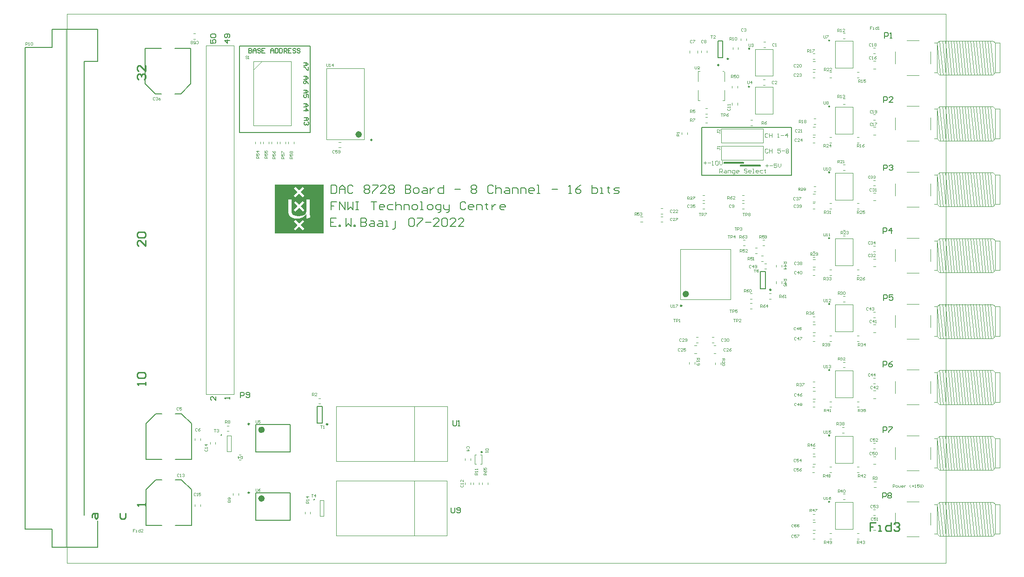
<source format=gto>
G04*
G04 #@! TF.GenerationSoftware,Altium Limited,Altium Designer,22.6.1 (34)*
G04*
G04 Layer_Color=65535*
%FSLAX44Y44*%
%MOMM*%
G71*
G04*
G04 #@! TF.SameCoordinates,7EAFA6D0-7FEA-492A-8EC4-A6B53FA9F8CD*
G04*
G04*
G04 #@! TF.FilePolarity,Positive*
G04*
G01*
G75*
%ADD10C,0.6000*%
%ADD11C,0.2500*%
%ADD12C,0.2000*%
%ADD13C,0.1000*%
%ADD14C,0.0152*%
%ADD15C,0.2540*%
D10*
X1129500Y489750D02*
G03*
X1129500Y489750I-3000J0D01*
G01*
X534020Y780500D02*
G03*
X534020Y780500I-3000J0D01*
G01*
X357000Y117500D02*
G03*
X357000Y117500I-3000J0D01*
G01*
Y242500D02*
G03*
X357000Y242500I-3000J0D01*
G01*
D11*
X1119250Y468500D02*
G03*
X1119250Y468500I-1250J0D01*
G01*
X1388207Y111500D02*
G03*
X1388207Y111500I-707J0D01*
G01*
Y232310D02*
G03*
X1388207Y232310I-707J0D01*
G01*
Y351500D02*
G03*
X1388207Y351500I-707J0D01*
G01*
Y831500D02*
G03*
X1388207Y831500I-707J0D01*
G01*
Y471810D02*
G03*
X1388207Y471810I-707J0D01*
G01*
Y951500D02*
G03*
X1388207Y951500I-707J0D01*
G01*
Y591500D02*
G03*
X1388207Y591500I-707J0D01*
G01*
Y711500D02*
G03*
X1388207Y711500I-707J0D01*
G01*
X1186950Y906750D02*
G03*
X1186950Y906750I-1250J0D01*
G01*
X1204250Y918000D02*
G03*
X1204250Y918000I-1250J0D01*
G01*
X1281750Y497490D02*
G03*
X1281750Y497490I-1250J0D01*
G01*
X1242207Y867500D02*
G03*
X1242207Y867500I-707J0D01*
G01*
X1242557Y936810D02*
G03*
X1242557Y936810I-707J0D01*
G01*
X555270Y770350D02*
G03*
X555270Y770350I-1250J0D01*
G01*
X755750Y202000D02*
G03*
X755750Y202000I-1000J0D01*
G01*
X281000Y233000D02*
G03*
X281000Y233000I-500J0D01*
G01*
X332000Y128200D02*
G03*
X332000Y128200I-1250J0D01*
G01*
Y253200D02*
G03*
X332000Y253200I-1250J0D01*
G01*
X474750Y252500D02*
G03*
X474750Y252500I-1250J0D01*
G01*
X450000Y115500D02*
G03*
X450000Y115500I-500J0D01*
G01*
D12*
X1156000Y706000D02*
X1319000D01*
X1156000Y793000D02*
X1319000D01*
Y706000D02*
Y793000D01*
X1156000Y706000D02*
Y793000D01*
X1226000Y723000D02*
X1262000D01*
X1226000Y725000D02*
X1262000D01*
Y723000D02*
Y725000D01*
X1226000Y723000D02*
Y725000D01*
X1196000Y728000D02*
X1232000D01*
X1196000Y730000D02*
X1232000D01*
Y728000D02*
Y730000D01*
X1196000Y728000D02*
Y730000D01*
X314000Y784000D02*
X443000D01*
X314000Y941000D02*
X443000D01*
Y784000D02*
Y941000D01*
X314000Y784000D02*
Y941000D01*
X1185000Y951000D02*
X1194000D01*
X1185000Y920000D02*
X1194000D01*
X1185000D02*
Y951000D01*
X1194000Y920000D02*
Y951000D01*
X1262500Y530490D02*
X1271500D01*
X1262500Y499490D02*
X1271500D01*
X1262500D02*
Y530490D01*
X1271500Y499490D02*
Y530490D01*
X344000Y77500D02*
Y127500D01*
X406000Y77500D02*
Y127500D01*
X344000D02*
X406000D01*
X344000Y77500D02*
X406000D01*
X344000Y202500D02*
Y252500D01*
X406000Y202500D02*
Y252500D01*
X344000D02*
X406000D01*
X344000Y202500D02*
X406000D01*
X143500Y68500D02*
Y133500D01*
Y68500D02*
X173000D01*
X197000D02*
X226500D01*
Y133500D01*
X161500Y151500D02*
X173000D01*
X143500Y133500D02*
X161500Y151500D01*
X208500D02*
X226500Y133500D01*
X197000Y151500D02*
X208500D01*
X143500Y189000D02*
Y254000D01*
Y189000D02*
X173000D01*
X197000D02*
X226500D01*
Y254000D01*
X161500Y272000D02*
X173000D01*
X143500Y254000D02*
X161500Y272000D01*
X208500D02*
X226500Y254000D01*
X197000Y272000D02*
X208500D01*
X464500Y254500D02*
Y285500D01*
X455500Y254500D02*
Y285500D01*
Y254500D02*
X464500D01*
X455500Y285500D02*
X464500D01*
X-76600Y938700D02*
X-27600D01*
Y971700D01*
X55400D01*
Y913700D02*
Y971700D01*
X31400Y913700D02*
X55400D01*
X31400Y86700D02*
Y913700D01*
X55400Y28700D02*
Y76700D01*
X-27600Y28700D02*
X55400D01*
X-27600D02*
Y61700D01*
X-76600D02*
X-27600D01*
X-76600D02*
Y938700D01*
X225500Y872500D02*
Y937500D01*
X196000D02*
X225500D01*
X142500D02*
X172000D01*
X142500Y872500D02*
Y937500D01*
X196000Y854500D02*
X207500Y854500D01*
X225500Y872500D01*
X142500D02*
X160500Y854500D01*
X172000Y854500D01*
X296620Y299140D02*
Y302472D01*
Y300806D01*
X286623D01*
X288289Y299140D01*
X271220Y303265D02*
Y296600D01*
X264555Y303265D01*
X262889D01*
X261223Y301598D01*
Y298266D01*
X262889Y296600D01*
X296620Y951838D02*
X286623D01*
X291622Y946840D01*
Y953504D01*
X294954Y956837D02*
X296620Y958503D01*
Y961835D01*
X294954Y963501D01*
X288289D01*
X286623Y961835D01*
Y958503D01*
X288289Y956837D01*
X289956D01*
X291622Y958503D01*
Y963501D01*
X261223Y953504D02*
Y946840D01*
X266222D01*
X264555Y950172D01*
Y951838D01*
X266222Y953504D01*
X269554D01*
X271220Y951838D01*
Y948506D01*
X269554Y946840D01*
X262889Y956837D02*
X261223Y958503D01*
Y961835D01*
X262889Y963501D01*
X269554D01*
X271220Y961835D01*
Y958503D01*
X269554Y956837D01*
X262889D01*
X431000Y911000D02*
X436332D01*
X438997Y908334D01*
X436332Y905668D01*
X431000D01*
X434999D01*
Y911000D01*
X438997Y903003D02*
Y897671D01*
X437664D01*
X432333Y903003D01*
X431000D01*
X331000Y936997D02*
Y929000D01*
X334999D01*
X336332Y930333D01*
Y931666D01*
X334999Y932999D01*
X331000D01*
X334999D01*
X336332Y934332D01*
Y935665D01*
X334999Y936997D01*
X331000D01*
X338997Y929000D02*
Y934332D01*
X341663Y936997D01*
X344329Y934332D01*
Y929000D01*
Y932999D01*
X338997D01*
X352326Y935665D02*
X350994Y936997D01*
X348328D01*
X346995Y935665D01*
Y934332D01*
X348328Y932999D01*
X350994D01*
X352326Y931666D01*
Y930333D01*
X350994Y929000D01*
X348328D01*
X346995Y930333D01*
X360324Y936997D02*
X354992D01*
Y929000D01*
X360324D01*
X354992Y932999D02*
X357658D01*
X370987Y929000D02*
Y934332D01*
X373653Y936997D01*
X376319Y934332D01*
Y929000D01*
Y932999D01*
X370987D01*
X378984Y936997D02*
Y929000D01*
X382983D01*
X384316Y930333D01*
Y935665D01*
X382983Y936997D01*
X378984D01*
X386982D02*
Y929000D01*
X390981D01*
X392313Y930333D01*
Y935665D01*
X390981Y936997D01*
X386982D01*
X394979Y929000D02*
Y936997D01*
X398978D01*
X400311Y935665D01*
Y932999D01*
X398978Y931666D01*
X394979D01*
X397645D02*
X400311Y929000D01*
X408308Y936997D02*
X402977D01*
Y929000D01*
X408308D01*
X402977Y932999D02*
X405643D01*
X416306Y935665D02*
X414973Y936997D01*
X412307D01*
X410974Y935665D01*
Y934332D01*
X412307Y932999D01*
X414973D01*
X416306Y931666D01*
Y930333D01*
X414973Y929000D01*
X412307D01*
X410974Y930333D01*
X424303Y935665D02*
X422970Y936997D01*
X420304D01*
X418972Y935665D01*
Y934332D01*
X420304Y932999D01*
X422970D01*
X424303Y931666D01*
Y930333D01*
X422970Y929000D01*
X420304D01*
X418972Y930333D01*
X432000Y811000D02*
X437332D01*
X439997Y808334D01*
X437332Y805668D01*
X432000D01*
X435999D01*
Y811000D01*
X438665Y803003D02*
X439997Y801670D01*
Y799004D01*
X438665Y797671D01*
X437332D01*
X435999Y799004D01*
Y800337D01*
Y799004D01*
X434666Y797671D01*
X433333D01*
X432000Y799004D01*
Y801670D01*
X433333Y803003D01*
X431000Y836000D02*
X436332D01*
X438997Y833334D01*
X436332Y830668D01*
X431000D01*
X434999D01*
Y836000D01*
X431000Y824004D02*
X438997D01*
X434999Y828003D01*
Y822671D01*
X431000Y861000D02*
X436332D01*
X438997Y858334D01*
X436332Y855668D01*
X431000D01*
X434999D01*
Y861000D01*
X438997Y847671D02*
Y853003D01*
X434999D01*
X436332Y850337D01*
Y849004D01*
X434999Y847671D01*
X432333D01*
X431000Y849004D01*
Y851670D01*
X432333Y853003D01*
X431000Y886000D02*
X436332D01*
X438997Y883334D01*
X436332Y880668D01*
X431000D01*
X434999D01*
Y886000D01*
X438997Y872671D02*
X437664Y875337D01*
X434999Y878003D01*
X432333D01*
X431000Y876670D01*
Y874004D01*
X432333Y872671D01*
X433666D01*
X434999Y874004D01*
Y878003D01*
X490997Y657993D02*
X481000D01*
Y650496D01*
X485998D01*
X481000D01*
Y642998D01*
X495995D02*
Y657993D01*
X505992Y642998D01*
Y657993D01*
X510990D02*
Y642998D01*
X515989Y647997D01*
X520987Y642998D01*
Y657993D01*
X525985D02*
X530984D01*
X528485D01*
Y642998D01*
X525985D01*
X530984D01*
X553476Y657993D02*
X563473D01*
X558475D01*
Y642998D01*
X575969D02*
X570971D01*
X568472Y645498D01*
Y650496D01*
X570971Y652995D01*
X575969D01*
X578468Y650496D01*
Y647997D01*
X568472D01*
X593464Y652995D02*
X585966D01*
X583467Y650496D01*
Y645498D01*
X585966Y642998D01*
X593464D01*
X598462Y657993D02*
Y642998D01*
Y650496D01*
X600961Y652995D01*
X605960D01*
X608459Y650496D01*
Y642998D01*
X613457D02*
Y652995D01*
X620955D01*
X623454Y650496D01*
Y642998D01*
X630951D02*
X635950D01*
X638449Y645498D01*
Y650496D01*
X635950Y652995D01*
X630951D01*
X628452Y650496D01*
Y645498D01*
X630951Y642998D01*
X643447D02*
X648446D01*
X645947D01*
Y657993D01*
X643447D01*
X658443Y642998D02*
X663441D01*
X665940Y645498D01*
Y650496D01*
X663441Y652995D01*
X658443D01*
X655943Y650496D01*
Y645498D01*
X658443Y642998D01*
X675937Y638000D02*
X678436D01*
X680935Y640499D01*
Y652995D01*
X673438D01*
X670938Y650496D01*
Y645498D01*
X673438Y642998D01*
X680935D01*
X685934Y652995D02*
Y645498D01*
X688433Y642998D01*
X695930D01*
Y640499D01*
X693431Y638000D01*
X690932D01*
X695930Y642998D02*
Y652995D01*
X725921Y655494D02*
X723421Y657993D01*
X718423D01*
X715924Y655494D01*
Y645498D01*
X718423Y642998D01*
X723421D01*
X725921Y645498D01*
X738417Y642998D02*
X733418D01*
X730919Y645498D01*
Y650496D01*
X733418Y652995D01*
X738417D01*
X740916Y650496D01*
Y647997D01*
X730919D01*
X745914Y642998D02*
Y652995D01*
X753412D01*
X755911Y650496D01*
Y642998D01*
X763409Y655494D02*
Y652995D01*
X760909D01*
X765908D01*
X763409D01*
Y645498D01*
X765908Y642998D01*
X773405Y652995D02*
Y642998D01*
Y647997D01*
X775904Y650496D01*
X778404Y652995D01*
X780903D01*
X795898Y642998D02*
X790900D01*
X788400Y645498D01*
Y650496D01*
X790900Y652995D01*
X795898D01*
X798397Y650496D01*
Y647997D01*
X788400D01*
X489997Y627994D02*
X480000D01*
Y612998D01*
X489997D01*
X480000Y620496D02*
X484998D01*
X494995Y612998D02*
Y615498D01*
X497494D01*
Y612998D01*
X494995D01*
X507491Y627994D02*
Y612998D01*
X512490Y617997D01*
X517488Y612998D01*
Y627994D01*
X522486Y612998D02*
Y615498D01*
X524985D01*
Y612998D01*
X522486D01*
X534982Y627994D02*
Y612998D01*
X542480D01*
X544979Y615498D01*
Y617997D01*
X542480Y620496D01*
X534982D01*
X542480D01*
X544979Y622995D01*
Y625494D01*
X542480Y627994D01*
X534982D01*
X552477Y622995D02*
X557475D01*
X559974Y620496D01*
Y612998D01*
X552477D01*
X549977Y615498D01*
X552477Y617997D01*
X559974D01*
X567472Y622995D02*
X572470D01*
X574969Y620496D01*
Y612998D01*
X567472D01*
X564972Y615498D01*
X567472Y617997D01*
X574969D01*
X579968Y612998D02*
X584966D01*
X582467D01*
Y622995D01*
X579968D01*
X592464Y608000D02*
X594963D01*
X597462Y610499D01*
Y622995D01*
X622454Y625494D02*
X624953Y627994D01*
X629952D01*
X632451Y625494D01*
Y615498D01*
X629952Y612998D01*
X624953D01*
X622454Y615498D01*
Y625494D01*
X637449Y627994D02*
X647446D01*
Y625494D01*
X637449Y615498D01*
Y612998D01*
X652444Y620496D02*
X662441D01*
X677436Y612998D02*
X667439D01*
X677436Y622995D01*
Y625494D01*
X674937Y627994D01*
X669939D01*
X667439Y625494D01*
X682434D02*
X684934Y627994D01*
X689932D01*
X692431Y625494D01*
Y615498D01*
X689932Y612998D01*
X684934D01*
X682434Y615498D01*
Y625494D01*
X707426Y612998D02*
X697430D01*
X707426Y622995D01*
Y625494D01*
X704927Y627994D01*
X699929D01*
X697430Y625494D01*
X722421Y612998D02*
X712425D01*
X722421Y622995D01*
Y625494D01*
X719922Y627994D01*
X714924D01*
X712425Y625494D01*
X481000Y687995D02*
Y673000D01*
X488498D01*
X490997Y675499D01*
Y685496D01*
X488498Y687995D01*
X481000D01*
X495995Y673000D02*
Y682997D01*
X500993Y687995D01*
X505992Y682997D01*
Y673000D01*
Y680498D01*
X495995D01*
X520987Y685496D02*
X518488Y687995D01*
X513489D01*
X510990Y685496D01*
Y675499D01*
X513489Y673000D01*
X518488D01*
X520987Y675499D01*
X540981Y685496D02*
X543480Y687995D01*
X548478D01*
X550977Y685496D01*
Y682997D01*
X548478Y680498D01*
X550977Y677998D01*
Y675499D01*
X548478Y673000D01*
X543480D01*
X540981Y675499D01*
Y677998D01*
X543480Y680498D01*
X540981Y682997D01*
Y685496D01*
X543480Y680498D02*
X548478D01*
X555976Y687995D02*
X565973D01*
Y685496D01*
X555976Y675499D01*
Y673000D01*
X580968D02*
X570971D01*
X580968Y682997D01*
Y685496D01*
X578468Y687995D01*
X573470D01*
X570971Y685496D01*
X585966D02*
X588465Y687995D01*
X593464D01*
X595963Y685496D01*
Y682997D01*
X593464Y680498D01*
X595963Y677998D01*
Y675499D01*
X593464Y673000D01*
X588465D01*
X585966Y675499D01*
Y677998D01*
X588465Y680498D01*
X585966Y682997D01*
Y685496D01*
X588465Y680498D02*
X593464D01*
X615956Y687995D02*
Y673000D01*
X623454D01*
X625953Y675499D01*
Y677998D01*
X623454Y680498D01*
X615956D01*
X623454D01*
X625953Y682997D01*
Y685496D01*
X623454Y687995D01*
X615956D01*
X633451Y673000D02*
X638449D01*
X640948Y675499D01*
Y680498D01*
X638449Y682997D01*
X633451D01*
X630951Y680498D01*
Y675499D01*
X633451Y673000D01*
X648446Y682997D02*
X653444D01*
X655943Y680498D01*
Y673000D01*
X648446D01*
X645947Y675499D01*
X648446Y677998D01*
X655943D01*
X660942Y682997D02*
Y673000D01*
Y677998D01*
X663441Y680498D01*
X665940Y682997D01*
X668439D01*
X685934Y687995D02*
Y673000D01*
X678436D01*
X675937Y675499D01*
Y680498D01*
X678436Y682997D01*
X685934D01*
X705927Y680498D02*
X715924D01*
X735918Y685496D02*
X738417Y687995D01*
X743415D01*
X745914Y685496D01*
Y682997D01*
X743415Y680498D01*
X745914Y677998D01*
Y675499D01*
X743415Y673000D01*
X738417D01*
X735918Y675499D01*
Y677998D01*
X738417Y680498D01*
X735918Y682997D01*
Y685496D01*
X738417Y680498D02*
X743415D01*
X775904Y685496D02*
X773405Y687995D01*
X768407D01*
X765908Y685496D01*
Y675499D01*
X768407Y673000D01*
X773405D01*
X775904Y675499D01*
X780903Y687995D02*
Y673000D01*
Y680498D01*
X783402Y682997D01*
X788400D01*
X790900Y680498D01*
Y673000D01*
X798397Y682997D02*
X803396D01*
X805895Y680498D01*
Y673000D01*
X798397D01*
X795898Y675499D01*
X798397Y677998D01*
X805895D01*
X810893Y673000D02*
Y682997D01*
X818391D01*
X820890Y680498D01*
Y673000D01*
X825888D02*
Y682997D01*
X833386D01*
X835885Y680498D01*
Y673000D01*
X848381D02*
X843383D01*
X840883Y675499D01*
Y680498D01*
X843383Y682997D01*
X848381D01*
X850880Y680498D01*
Y677998D01*
X840883D01*
X855879Y673000D02*
X860877D01*
X858378D01*
Y687995D01*
X855879D01*
X883370Y680498D02*
X893366D01*
X913360Y673000D02*
X918358D01*
X915859D01*
Y687995D01*
X913360Y685496D01*
X935853Y687995D02*
X930854Y685496D01*
X925856Y680498D01*
Y675499D01*
X928355Y673000D01*
X933354D01*
X935853Y675499D01*
Y677998D01*
X933354Y680498D01*
X925856D01*
X955846Y687995D02*
Y673000D01*
X963344D01*
X965843Y675499D01*
Y677998D01*
Y680498D01*
X963344Y682997D01*
X955846D01*
X970841Y673000D02*
X975840D01*
X973341D01*
Y682997D01*
X970841D01*
X985836Y685496D02*
Y682997D01*
X983337D01*
X988336D01*
X985836D01*
Y675499D01*
X988336Y673000D01*
X995833D02*
X1003331D01*
X1005830Y675499D01*
X1003331Y677998D01*
X998333D01*
X995833Y680498D01*
X998333Y682997D01*
X1005830D01*
X315669Y301002D02*
Y310998D01*
X320668D01*
X322334Y309332D01*
Y306000D01*
X320668Y304334D01*
X315669D01*
X325666Y302668D02*
X327332Y301002D01*
X330664D01*
X332331Y302668D01*
Y309332D01*
X330664Y310998D01*
X327332D01*
X325666Y309332D01*
Y307666D01*
X327332Y306000D01*
X332331D01*
X699669Y100998D02*
Y92668D01*
X701336Y91002D01*
X704668D01*
X706334Y92668D01*
Y100998D01*
X709666Y92668D02*
X711332Y91002D01*
X714665D01*
X716331Y92668D01*
Y99332D01*
X714665Y100998D01*
X711332D01*
X709666Y99332D01*
Y97666D01*
X711332Y96000D01*
X716331D01*
X702336Y259998D02*
Y251668D01*
X704002Y250002D01*
X707334D01*
X709000Y251668D01*
Y259998D01*
X712332Y250002D02*
X715665D01*
X713998D01*
Y259998D01*
X712332Y258332D01*
X1484669Y118002D02*
Y127998D01*
X1489668D01*
X1491334Y126332D01*
Y123000D01*
X1489668Y121334D01*
X1484669D01*
X1494666Y126332D02*
X1496332Y127998D01*
X1499664D01*
X1501331Y126332D01*
Y124666D01*
X1499664Y123000D01*
X1501331Y121334D01*
Y119668D01*
X1499664Y118002D01*
X1496332D01*
X1494666Y119668D01*
Y121334D01*
X1496332Y123000D01*
X1494666Y124666D01*
Y126332D01*
X1496332Y123000D02*
X1499664D01*
X1485669Y238002D02*
Y247998D01*
X1490668D01*
X1492334Y246332D01*
Y243000D01*
X1490668Y241334D01*
X1485669D01*
X1495666Y247998D02*
X1502331D01*
Y246332D01*
X1495666Y239668D01*
Y238002D01*
X1485669Y357002D02*
Y366998D01*
X1490668D01*
X1492334Y365332D01*
Y362000D01*
X1490668Y360334D01*
X1485669D01*
X1502331Y366998D02*
X1498998Y365332D01*
X1495666Y362000D01*
Y358668D01*
X1497332Y357002D01*
X1500665D01*
X1502331Y358668D01*
Y360334D01*
X1500665Y362000D01*
X1495666D01*
X1486669Y478002D02*
Y487998D01*
X1491668D01*
X1493334Y486332D01*
Y483000D01*
X1491668Y481334D01*
X1486669D01*
X1503331Y487998D02*
X1496666D01*
Y483000D01*
X1499998Y484666D01*
X1501664D01*
X1503331Y483000D01*
Y479668D01*
X1501664Y478002D01*
X1498332D01*
X1496666Y479668D01*
X1485669Y600002D02*
Y609998D01*
X1490668D01*
X1492334Y608332D01*
Y605000D01*
X1490668Y603334D01*
X1485669D01*
X1500665Y600002D02*
Y609998D01*
X1495666Y605000D01*
X1502331D01*
X1486669Y715002D02*
Y724998D01*
X1491668D01*
X1493334Y723332D01*
Y720000D01*
X1491668Y718334D01*
X1486669D01*
X1496666Y723332D02*
X1498332Y724998D01*
X1501664D01*
X1503331Y723332D01*
Y721666D01*
X1501664Y720000D01*
X1499998D01*
X1501664D01*
X1503331Y718334D01*
Y716668D01*
X1501664Y715002D01*
X1498332D01*
X1496666Y716668D01*
X1486669Y839002D02*
Y848998D01*
X1491668D01*
X1493334Y847332D01*
Y844000D01*
X1491668Y842334D01*
X1486669D01*
X1503331Y839002D02*
X1496666D01*
X1503331Y845666D01*
Y847332D01*
X1501664Y848998D01*
X1498332D01*
X1496666Y847332D01*
X1488336Y956002D02*
Y965998D01*
X1493334D01*
X1495000Y964332D01*
Y961000D01*
X1493334Y959334D01*
X1488336D01*
X1498332Y956002D02*
X1501664D01*
X1499998D01*
Y965998D01*
X1498332Y964332D01*
D13*
X303700Y307302D02*
Y942300D01*
X278298D02*
X303698D01*
X278298Y307302D02*
X303700D01*
X252898D02*
Y942300D01*
Y307302D02*
X278298D01*
X252898Y942300D02*
X278298D01*
X632000Y49400D02*
Y149400D01*
X490000D02*
X692000D01*
X490000Y49400D02*
Y149400D01*
Y49400D02*
X692000D01*
Y149400D01*
X766000Y143250D02*
Y146750D01*
X756000Y143250D02*
Y146750D01*
X735000Y143250D02*
Y146750D01*
X725000Y143250D02*
Y146750D01*
X1208500Y479750D02*
Y571750D01*
X1116500Y479750D02*
Y571750D01*
X1208500D01*
X1116500Y479750D02*
X1208500D01*
X1469250Y138000D02*
X1472750D01*
X1469250Y148000D02*
X1472750D01*
X740000Y143250D02*
Y146750D01*
X750000Y143250D02*
Y146750D01*
X494770Y756500D02*
X498270D01*
X494770Y766500D02*
X498270D01*
X242500Y103250D02*
Y106750D01*
X232500Y103250D02*
Y106750D01*
X1174250Y411000D02*
X1177750D01*
X1174250Y401000D02*
X1177750D01*
X1177203Y395797D02*
X1181202D01*
X1177203Y381797D02*
X1181202D01*
X1180000Y361250D02*
Y364750D01*
X1190000Y361250D02*
Y364750D01*
X1133000Y361845D02*
Y365345D01*
X1143000Y361845D02*
Y365345D01*
X1142000Y395797D02*
X1146000D01*
X1142000Y381797D02*
X1146000D01*
X1145250Y411000D02*
X1148750D01*
X1145250Y401000D02*
X1148750D01*
X1508000Y69000D02*
Y91000D01*
X1689816Y53092D02*
X1698000D01*
X1685710Y48987D02*
X1689816Y53092D01*
X1583750D02*
X1587842Y49000D01*
X1579000Y53092D02*
X1583750D01*
X1528750Y48250D02*
X1551000D01*
X1528750Y111750D02*
X1551000D01*
X1579000Y106908D02*
X1583750D01*
X1587855Y111013D01*
X1685987D01*
X1689816Y107184D01*
X1689816Y106908D02*
X1698000D01*
Y53092D02*
Y106908D01*
X1583750Y53092D02*
Y106908D01*
Y53092D02*
X1587855Y48987D01*
X1689749Y53092D02*
X1689816Y107184D01*
X1689579Y106714D02*
X1689816Y106908D01*
X1583920Y106714D02*
X1589629Y49079D01*
X1588629Y111092D02*
X1594774Y49066D01*
X1593774Y111079D02*
X1599919Y49053D01*
X1598919Y111066D02*
X1605064Y49040D01*
X1604064Y111053D02*
X1610209Y49026D01*
X1609209Y111040D02*
X1615354Y49013D01*
X1614354Y111026D02*
X1620499Y49000D01*
X1572000Y69000D02*
Y91000D01*
X1587842Y49000D02*
X1686000D01*
X1619524Y111079D02*
X1625669Y49053D01*
X1624669Y111066D02*
X1630814Y49040D01*
X1629814Y111053D02*
X1635959Y49026D01*
X1634959Y111040D02*
X1641104Y49013D01*
X1640104Y111026D02*
X1646249Y49000D01*
X1645274Y111079D02*
X1651419Y49053D01*
X1650419Y111066D02*
X1656564Y49040D01*
X1655564Y111053D02*
X1661709Y49026D01*
X1660709Y111040D02*
X1666854Y49013D01*
X1665854Y111026D02*
X1671999Y49000D01*
X1671024Y111079D02*
X1677169Y49053D01*
X1676169Y111066D02*
X1682314Y49040D01*
X1681314Y111053D02*
X1687315Y50482D01*
X1358250Y54000D02*
X1361750D01*
X1358250Y44000D02*
X1361750D01*
X1358250Y79000D02*
X1361750D01*
X1358250Y89000D02*
X1361750D01*
X1358000Y74000D02*
X1362000D01*
X1358000Y60000D02*
X1362000D01*
X1388250Y54000D02*
X1391750D01*
X1388250Y44000D02*
X1391750D01*
X1438250D02*
X1441750D01*
X1438250Y54000D02*
X1441750D01*
X1468000Y60000D02*
X1472000D01*
X1468000Y74000D02*
X1472000D01*
X1468250Y87000D02*
X1471750D01*
X1468250Y97000D02*
X1471750D01*
X1399000Y61500D02*
Y110500D01*
Y61500D02*
X1431000D01*
Y110500D01*
X1399000D02*
X1431000D01*
X1413250Y116000D02*
X1416750D01*
X1413250Y126000D02*
X1416750D01*
X1468250Y208000D02*
X1471750D01*
X1468250Y218000D02*
X1471750D01*
X1468000Y180000D02*
X1472000D01*
X1468000Y194000D02*
X1472000D01*
X1438250Y165000D02*
X1441750D01*
X1438250Y175000D02*
X1441750D01*
X1388250D02*
X1391750D01*
X1388250Y165000D02*
X1391750D01*
X1357250Y175000D02*
X1360750D01*
X1357250Y165000D02*
X1360750D01*
X1358000Y194000D02*
X1362000D01*
X1358000Y180000D02*
X1362000D01*
X1358250Y199000D02*
X1361750D01*
X1358250Y209000D02*
X1361750D01*
X1399000Y182310D02*
Y231310D01*
Y182310D02*
X1431000D01*
Y231310D01*
X1399000D02*
X1431000D01*
X1411250Y237000D02*
X1414750D01*
X1411250Y247000D02*
X1414750D01*
X1508000Y189000D02*
Y211000D01*
X1689816Y173092D02*
X1698000D01*
X1685710Y168987D02*
X1689816Y173092D01*
X1583750D02*
X1587842Y169000D01*
X1579000Y173092D02*
X1583750D01*
X1528750Y168250D02*
X1551000D01*
X1528750Y231750D02*
X1551000D01*
X1579000Y226908D02*
X1583750D01*
X1587855Y231013D01*
X1685987D01*
X1689816Y227184D01*
X1689816Y226908D02*
X1698000D01*
Y173092D02*
Y226908D01*
X1583750Y173092D02*
Y226908D01*
Y173092D02*
X1587855Y168987D01*
X1689749Y173092D02*
X1689816Y227184D01*
X1689579Y226714D02*
X1689816Y226908D01*
X1583920Y226714D02*
X1589629Y169079D01*
X1588629Y231092D02*
X1594774Y169066D01*
X1593774Y231079D02*
X1599919Y169053D01*
X1598919Y231066D02*
X1605064Y169040D01*
X1604064Y231053D02*
X1610209Y169026D01*
X1609209Y231040D02*
X1615354Y169013D01*
X1614354Y231026D02*
X1620499Y169000D01*
X1572000Y189000D02*
Y211000D01*
X1587842Y169000D02*
X1686000D01*
X1619524Y231079D02*
X1625669Y169053D01*
X1624669Y231066D02*
X1630814Y169040D01*
X1629814Y231053D02*
X1635959Y169026D01*
X1634959Y231040D02*
X1641104Y169013D01*
X1640104Y231026D02*
X1646249Y169000D01*
X1645274Y231079D02*
X1651419Y169053D01*
X1650419Y231066D02*
X1656564Y169040D01*
X1655564Y231053D02*
X1661709Y169026D01*
X1660709Y231040D02*
X1666854Y169013D01*
X1665854Y231026D02*
X1671999Y169000D01*
X1671024Y231079D02*
X1677169Y169053D01*
X1676169Y231066D02*
X1682314Y169040D01*
X1681314Y231053D02*
X1687315Y170482D01*
X1438250Y294000D02*
X1441750D01*
X1438250Y284000D02*
X1441750D01*
X1388250D02*
X1391750D01*
X1388250Y294000D02*
X1391750D01*
X1358250Y284000D02*
X1361750D01*
X1358250Y294000D02*
X1361750D01*
X1358000Y313000D02*
X1362000D01*
X1358000Y299000D02*
X1362000D01*
X1358250Y330000D02*
X1361750D01*
X1358250Y320000D02*
X1361750D01*
X1468000Y300000D02*
X1472000D01*
X1468000Y314000D02*
X1472000D01*
X1468250Y337000D02*
X1471750D01*
X1468250Y327000D02*
X1471750D01*
X1508000Y309000D02*
Y331000D01*
X1689816Y293092D02*
X1698000D01*
X1685710Y288987D02*
X1689816Y293092D01*
X1583750D02*
X1587842Y289000D01*
X1579000Y293092D02*
X1583750D01*
X1528750Y288250D02*
X1551000D01*
X1528750Y351750D02*
X1551000D01*
X1579000Y346908D02*
X1583750D01*
X1587855Y351013D01*
X1685987D01*
X1689816Y347184D01*
X1689816Y346908D02*
X1698000D01*
Y293092D02*
Y346908D01*
X1583750Y293092D02*
Y346908D01*
Y293092D02*
X1587855Y288987D01*
X1689749Y293092D02*
X1689816Y347184D01*
X1689579Y346714D02*
X1689816Y346908D01*
X1583920Y346714D02*
X1589629Y289079D01*
X1588629Y351092D02*
X1594774Y289066D01*
X1593774Y351079D02*
X1599919Y289053D01*
X1598919Y351066D02*
X1605064Y289040D01*
X1604064Y351053D02*
X1610209Y289026D01*
X1609209Y351040D02*
X1615354Y289013D01*
X1614354Y351026D02*
X1620499Y289000D01*
X1572000Y309000D02*
Y331000D01*
X1587842Y289000D02*
X1686000D01*
X1619524Y351079D02*
X1625669Y289053D01*
X1624669Y351066D02*
X1630814Y289040D01*
X1629814Y351053D02*
X1635959Y289026D01*
X1634959Y351040D02*
X1641104Y289013D01*
X1640104Y351026D02*
X1646249Y289000D01*
X1645274Y351079D02*
X1651419Y289053D01*
X1650419Y351066D02*
X1656564Y289040D01*
X1655564Y351053D02*
X1661709Y289026D01*
X1660709Y351040D02*
X1666854Y289013D01*
X1665854Y351026D02*
X1671999Y289000D01*
X1671024Y351079D02*
X1677169Y289053D01*
X1676169Y351066D02*
X1682314Y289040D01*
X1681314Y351053D02*
X1687315Y290482D01*
X1399000Y350500D02*
X1431000D01*
Y301500D02*
Y350500D01*
X1399000Y301500D02*
X1431000D01*
X1399000D02*
Y350500D01*
X1413250Y366000D02*
X1416750D01*
X1413250Y356000D02*
X1416750D01*
X1508000Y429000D02*
Y451000D01*
X1689816Y413092D02*
X1698000D01*
X1685710Y408987D02*
X1689816Y413092D01*
X1583750D02*
X1587842Y409000D01*
X1579000Y413092D02*
X1583750D01*
X1528750Y408250D02*
X1551000D01*
X1528750Y471750D02*
X1551000D01*
X1579000Y466908D02*
X1583750D01*
X1587855Y471013D01*
X1685987D01*
X1689816Y467184D01*
X1689816Y466908D02*
X1698000D01*
Y413092D02*
Y466908D01*
X1583750Y413092D02*
Y466908D01*
Y413092D02*
X1587855Y408987D01*
X1689749Y413092D02*
X1689816Y467184D01*
X1689579Y466714D02*
X1689816Y466908D01*
X1583920Y466714D02*
X1589629Y409079D01*
X1588629Y471092D02*
X1594774Y409066D01*
X1593774Y471079D02*
X1599919Y409053D01*
X1598919Y471066D02*
X1605064Y409040D01*
X1604064Y471053D02*
X1610209Y409026D01*
X1609209Y471040D02*
X1615354Y409013D01*
X1614354Y471026D02*
X1620499Y409000D01*
X1572000Y429000D02*
Y451000D01*
X1587842Y409000D02*
X1686000D01*
X1619524Y471079D02*
X1625669Y409053D01*
X1624669Y471066D02*
X1630814Y409040D01*
X1629814Y471053D02*
X1635959Y409026D01*
X1634959Y471040D02*
X1641104Y409013D01*
X1640104Y471026D02*
X1646249Y409000D01*
X1645274Y471079D02*
X1651419Y409053D01*
X1650419Y471066D02*
X1656564Y409040D01*
X1655564Y471053D02*
X1661709Y409026D01*
X1660709Y471040D02*
X1666854Y409013D01*
X1665854Y471026D02*
X1671999Y409000D01*
X1671024Y471079D02*
X1677169Y409053D01*
X1676169Y471066D02*
X1682314Y409040D01*
X1681314Y471053D02*
X1687315Y410482D01*
X1508000Y549000D02*
Y571000D01*
X1689816Y533092D02*
X1698000D01*
X1685710Y528987D02*
X1689816Y533092D01*
X1583750D02*
X1587842Y529000D01*
X1579000Y533092D02*
X1583750D01*
X1528750Y528250D02*
X1551000D01*
X1528750Y591750D02*
X1551000D01*
X1579000Y586908D02*
X1583750D01*
X1587855Y591013D01*
X1685987D01*
X1689816Y587184D01*
X1689816Y586908D02*
X1698000D01*
Y533092D02*
Y586908D01*
X1583750Y533092D02*
Y586908D01*
Y533092D02*
X1587855Y528987D01*
X1689749Y533092D02*
X1689816Y587184D01*
X1689579Y586714D02*
X1689816Y586908D01*
X1583920Y586714D02*
X1589629Y529079D01*
X1588629Y591092D02*
X1594774Y529066D01*
X1593774Y591079D02*
X1599919Y529053D01*
X1598919Y591066D02*
X1605064Y529040D01*
X1604064Y591053D02*
X1610209Y529026D01*
X1609209Y591040D02*
X1615354Y529013D01*
X1614354Y591026D02*
X1620499Y529000D01*
X1572000Y549000D02*
Y571000D01*
X1587842Y529000D02*
X1686000D01*
X1619524Y591079D02*
X1625669Y529053D01*
X1624669Y591066D02*
X1630814Y529040D01*
X1629814Y591053D02*
X1635959Y529026D01*
X1634959Y591040D02*
X1641104Y529013D01*
X1640104Y591026D02*
X1646249Y529000D01*
X1645274Y591079D02*
X1651419Y529053D01*
X1650419Y591066D02*
X1656564Y529040D01*
X1655564Y591053D02*
X1661709Y529026D01*
X1660709Y591040D02*
X1666854Y529013D01*
X1665854Y591026D02*
X1671999Y529000D01*
X1671024Y591079D02*
X1677169Y529053D01*
X1676169Y591066D02*
X1682314Y529040D01*
X1681314Y591053D02*
X1687315Y530482D01*
X1508000Y909000D02*
Y931000D01*
X1689816Y893092D02*
X1698000D01*
X1685710Y888987D02*
X1689816Y893092D01*
X1583750D02*
X1587842Y889000D01*
X1579000Y893092D02*
X1583750D01*
X1528750Y888250D02*
X1551000D01*
X1528750Y951750D02*
X1551000D01*
X1579000Y946908D02*
X1583750D01*
X1587855Y951013D01*
X1685987D01*
X1689816Y947184D01*
X1689816Y946908D02*
X1698000D01*
Y893092D02*
Y946908D01*
X1583750Y893092D02*
Y946908D01*
Y893092D02*
X1587855Y888987D01*
X1689749Y893092D02*
X1689816Y947184D01*
X1689579Y946714D02*
X1689816Y946908D01*
X1583920Y946714D02*
X1589629Y889079D01*
X1588629Y951092D02*
X1594774Y889066D01*
X1593774Y951079D02*
X1599919Y889053D01*
X1598919Y951066D02*
X1605064Y889040D01*
X1604064Y951053D02*
X1610209Y889026D01*
X1609209Y951040D02*
X1615354Y889013D01*
X1614354Y951026D02*
X1620499Y889000D01*
X1572000Y909000D02*
Y931000D01*
X1587842Y889000D02*
X1686000D01*
X1619524Y951079D02*
X1625669Y889053D01*
X1624669Y951066D02*
X1630814Y889040D01*
X1629814Y951053D02*
X1635959Y889026D01*
X1634959Y951040D02*
X1641104Y889013D01*
X1640104Y951026D02*
X1646249Y889000D01*
X1645274Y951079D02*
X1651419Y889053D01*
X1650419Y951066D02*
X1656564Y889040D01*
X1655564Y951053D02*
X1661709Y889026D01*
X1660709Y951040D02*
X1666854Y889013D01*
X1665854Y951026D02*
X1671999Y889000D01*
X1671024Y951079D02*
X1677169Y889053D01*
X1676169Y951066D02*
X1682314Y889040D01*
X1681314Y951053D02*
X1687315Y890482D01*
X1508000Y669000D02*
Y691000D01*
X1689816Y653092D02*
X1698000D01*
X1685710Y648987D02*
X1689816Y653092D01*
X1583750D02*
X1587842Y649000D01*
X1579000Y653092D02*
X1583750D01*
X1528750Y648250D02*
X1551000D01*
X1528750Y711750D02*
X1551000D01*
X1579000Y706908D02*
X1583750D01*
X1587855Y711013D01*
X1685987D01*
X1689816Y707184D01*
X1689816Y706908D02*
X1698000D01*
Y653092D02*
Y706908D01*
X1583750Y653092D02*
Y706908D01*
Y653092D02*
X1587855Y648987D01*
X1689749Y653092D02*
X1689816Y707184D01*
X1689579Y706714D02*
X1689816Y706908D01*
X1583920Y706714D02*
X1589629Y649079D01*
X1588629Y711093D02*
X1594774Y649066D01*
X1593774Y711079D02*
X1599919Y649053D01*
X1598919Y711066D02*
X1605064Y649040D01*
X1604064Y711053D02*
X1610209Y649026D01*
X1609209Y711040D02*
X1615354Y649013D01*
X1614354Y711026D02*
X1620499Y649000D01*
X1572000Y669000D02*
Y691000D01*
X1587842Y649000D02*
X1686000D01*
X1619524Y711079D02*
X1625669Y649053D01*
X1624669Y711066D02*
X1630814Y649040D01*
X1629814Y711053D02*
X1635959Y649026D01*
X1634959Y711040D02*
X1641104Y649013D01*
X1640104Y711026D02*
X1646249Y649000D01*
X1645274Y711079D02*
X1651419Y649053D01*
X1650419Y711066D02*
X1656564Y649040D01*
X1655564Y711053D02*
X1661709Y649026D01*
X1660709Y711040D02*
X1666854Y649013D01*
X1665854Y711026D02*
X1671999Y649000D01*
X1671024Y711079D02*
X1677169Y649053D01*
X1676169Y711066D02*
X1682314Y649040D01*
X1681314Y711053D02*
X1687315Y650482D01*
X1508000Y789000D02*
Y811000D01*
X1689816Y773092D02*
X1698000D01*
X1685710Y768987D02*
X1689816Y773092D01*
X1583750D02*
X1587842Y769000D01*
X1579000Y773092D02*
X1583750D01*
X1528750Y768250D02*
X1551000D01*
X1528750Y831750D02*
X1551000D01*
X1579000Y826908D02*
X1583750D01*
X1587855Y831013D01*
X1685987D01*
X1689816Y827184D01*
X1689816Y826908D02*
X1698000D01*
Y773092D02*
Y826908D01*
X1583750Y773092D02*
Y826908D01*
Y773092D02*
X1587855Y768987D01*
X1689749Y773092D02*
X1689816Y827184D01*
X1689579Y826714D02*
X1689816Y826908D01*
X1583920Y826714D02*
X1589629Y769079D01*
X1588629Y831092D02*
X1594774Y769066D01*
X1593774Y831079D02*
X1599919Y769053D01*
X1598919Y831066D02*
X1605064Y769040D01*
X1604064Y831053D02*
X1610209Y769026D01*
X1609209Y831040D02*
X1615354Y769013D01*
X1614354Y831026D02*
X1620499Y769000D01*
X1572000Y789000D02*
Y811000D01*
X1587842Y769000D02*
X1686000D01*
X1619524Y831079D02*
X1625669Y769053D01*
X1624669Y831066D02*
X1630814Y769040D01*
X1629814Y831053D02*
X1635959Y769026D01*
X1634959Y831040D02*
X1641104Y769013D01*
X1640104Y831026D02*
X1646249Y769000D01*
X1645274Y831079D02*
X1651419Y769053D01*
X1650419Y831066D02*
X1656564Y769040D01*
X1655564Y831053D02*
X1661709Y769026D01*
X1660709Y831040D02*
X1666854Y769013D01*
X1665854Y831026D02*
X1671999Y769000D01*
X1671024Y831079D02*
X1677169Y769053D01*
X1676169Y831066D02*
X1682314Y769040D01*
X1681314Y831053D02*
X1687315Y770482D01*
X1399000Y830500D02*
X1431000D01*
Y781500D02*
Y830500D01*
X1399000Y781500D02*
X1431000D01*
X1399000D02*
Y830500D01*
X1243250Y473000D02*
X1246750D01*
X1243250Y463000D02*
X1246750D01*
X1229250Y660000D02*
X1232750D01*
X1229250Y670000D02*
X1232750D01*
X1231250Y578000D02*
X1234750D01*
X1231250Y588000D02*
X1234750D01*
X1229250Y645000D02*
X1232750D01*
X1229250Y655000D02*
X1232750D01*
X1190902Y734302D02*
Y759702D01*
X1267100Y734302D02*
Y759702D01*
X1190902Y759702D02*
X1267100Y759702D01*
X1190902Y734302D02*
X1267100D01*
X1190902Y765302D02*
X1267100D01*
X1190902Y790702D02*
X1267100Y790702D01*
Y765302D02*
Y790702D01*
X1190902Y765302D02*
Y790702D01*
X1358250Y655000D02*
X1361750D01*
X1358250Y645000D02*
X1361750D01*
X1358250Y404000D02*
X1361750D01*
X1358250Y414000D02*
X1361750D01*
X1358000Y434000D02*
X1362000D01*
X1358000Y420000D02*
X1362000D01*
X1358250Y449000D02*
X1361750D01*
X1358250Y439000D02*
X1361750D01*
X1388250Y404000D02*
X1391750D01*
X1388250Y414000D02*
X1391750D01*
X1438250D02*
X1441750D01*
X1438250Y404000D02*
X1441750D01*
X1468000Y420000D02*
X1472000D01*
X1468000Y434000D02*
X1472000D01*
X1468250Y457000D02*
X1471750D01*
X1468250Y447000D02*
X1471750D01*
X1413250Y486000D02*
X1416750D01*
X1413250Y476000D02*
X1416750D01*
X1399000Y470810D02*
X1431000D01*
Y421810D02*
Y470810D01*
X1399000Y421810D02*
X1431000D01*
X1399000D02*
Y470810D01*
Y901500D02*
Y950500D01*
Y901500D02*
X1431000D01*
Y950500D01*
X1399000D02*
X1431000D01*
X1266250Y588000D02*
X1269750D01*
X1266250Y578000D02*
X1269750D01*
X1243250Y491000D02*
X1246750D01*
X1243250Y481000D02*
X1246750D01*
X1278250D02*
X1281750D01*
X1278250Y491000D02*
X1281750D01*
X1358000Y553000D02*
X1362000D01*
X1358000Y539000D02*
X1362000D01*
X1468000Y540000D02*
X1472000D01*
X1468000Y554000D02*
X1472000D01*
X1388250Y524000D02*
X1391750D01*
X1388250Y534000D02*
X1391750D01*
X1438250D02*
X1441750D01*
X1438250Y524000D02*
X1441750D01*
X1468250Y577000D02*
X1471750D01*
X1468250Y567000D02*
X1471750D01*
X1358250Y567000D02*
X1361750D01*
X1358250Y557000D02*
X1361750D01*
X1358250Y524000D02*
X1361750D01*
X1358250Y534000D02*
X1361750D01*
X1413250Y606000D02*
X1416750D01*
X1413250Y596000D02*
X1416750D01*
X1388250Y645000D02*
X1391750D01*
X1388250Y655000D02*
X1391750D01*
X1399000Y590500D02*
X1431000D01*
Y541500D02*
Y590500D01*
X1399000Y541500D02*
X1431000D01*
X1399000D02*
Y590500D01*
Y710500D02*
X1431000D01*
Y661500D02*
Y710500D01*
X1399000Y661500D02*
X1431000D01*
X1399000D02*
Y710500D01*
X1468000Y660000D02*
X1472000D01*
X1468000Y674000D02*
X1472000D01*
X1438250Y655000D02*
X1441750D01*
X1438250Y645000D02*
X1441750D01*
X1359250Y686000D02*
X1362750D01*
X1359250Y676000D02*
X1362750D01*
X1413250Y725703D02*
X1416750D01*
X1413250Y715703D02*
X1416750D01*
X1468250Y697000D02*
X1471750D01*
X1468250Y687000D02*
X1471750D01*
X1358000Y672000D02*
X1362000D01*
X1358000Y658000D02*
X1362000D01*
X1438250Y775000D02*
X1441750D01*
X1438250Y765000D02*
X1441750D01*
X1413250Y845703D02*
X1416750D01*
X1413250Y835703D02*
X1416750D01*
X1388250Y765000D02*
X1391750D01*
X1388250Y775000D02*
X1391750D01*
X1359250Y809000D02*
X1362750D01*
X1359250Y799000D02*
X1362750D01*
X1358250Y765000D02*
X1361750D01*
X1358250Y775000D02*
X1361750D01*
X1358000Y793798D02*
X1362000D01*
X1358000Y779797D02*
X1362000D01*
X1468000Y780000D02*
X1472000D01*
X1468000Y794000D02*
X1472000D01*
X1468250Y817000D02*
X1471750D01*
X1468250Y807000D02*
X1471750D01*
X1193700Y896000D02*
X1195350D01*
X1197000Y877000D02*
Y894350D01*
X1195350Y896000D02*
X1197000Y894350D01*
X1193700Y842000D02*
X1197000D01*
Y861000D01*
X1149000Y896000D02*
X1152300D01*
X1149000Y877000D02*
Y896000D01*
Y842000D02*
X1152300D01*
X1149000D02*
Y861000D01*
X1221000Y865250D02*
Y868750D01*
X1211000Y865250D02*
Y868750D01*
X1227000Y951250D02*
Y954750D01*
X1237000Y951250D02*
Y954750D01*
X1162250Y818000D02*
X1165750D01*
X1162250Y828000D02*
X1165750D01*
X1211000Y834250D02*
Y837750D01*
X1221000Y834250D02*
Y837750D01*
X1222000Y935250D02*
Y938750D01*
X1212000Y935250D02*
Y938750D01*
X1081250Y631000D02*
X1084750D01*
X1081250Y621000D02*
X1084750D01*
X1044250D02*
X1047750D01*
X1044250Y631000D02*
X1047750D01*
X1081250Y646000D02*
X1084750D01*
X1081250Y636000D02*
X1084750D01*
X1155000Y929250D02*
Y932750D01*
X1165000Y929250D02*
Y932750D01*
X1119000Y780250D02*
Y783750D01*
X1129000Y780250D02*
Y783750D01*
X1134000Y929000D02*
Y933000D01*
X1148000Y929000D02*
Y933000D01*
X1301000Y539250D02*
Y542750D01*
X1291000Y539250D02*
Y542750D01*
X1244250Y797000D02*
X1247750D01*
X1244250Y807000D02*
X1247750D01*
X1162250Y802000D02*
X1165750D01*
X1162250Y812000D02*
X1165750D01*
X1291000Y509048D02*
Y512547D01*
X1301000Y509048D02*
Y512547D01*
X1253000Y817500D02*
Y866500D01*
Y817500D02*
X1285000D01*
Y866500D01*
X1253000D02*
X1285000D01*
X1267250Y880000D02*
X1270750D01*
X1267250Y870000D02*
X1270750D01*
X1157250Y645000D02*
X1160750D01*
X1157250Y655000D02*
X1160750D01*
X1157250Y660000D02*
X1160750D01*
X1157250Y670000D02*
X1160750D01*
X1253250Y563797D02*
X1256750D01*
X1253250Y573797D02*
X1256750D01*
X1270047Y535392D02*
X1273547D01*
X1270047Y545392D02*
X1273547D01*
X1264250Y559595D02*
X1267750D01*
X1264250Y549595D02*
X1267750D01*
X1253350Y886810D02*
Y935810D01*
Y886810D02*
X1285350D01*
Y935810D01*
X1253350D02*
X1285350D01*
X1268250Y949000D02*
X1271750D01*
X1268250Y939000D02*
X1271750D01*
X472520Y901000D02*
X540520Y901000D01*
X472520Y771000D02*
X540520Y771000D01*
X472520Y771000D02*
Y901000D01*
X540520Y771000D02*
Y901000D01*
X242500Y223250D02*
Y226750D01*
X232500Y223250D02*
Y226750D01*
X735000Y187250D02*
Y190750D01*
X725000Y187250D02*
Y190750D01*
X753000Y197500D02*
X755500D01*
X753000Y180500D02*
X755500D01*
X742500D02*
X745000D01*
X742500Y197500D02*
X745000D01*
X755500Y180500D02*
Y197500D01*
X742500Y180500D02*
Y197500D01*
X413000Y763250D02*
Y766750D01*
X403000Y763250D02*
Y766750D01*
X397500Y763250D02*
Y766750D01*
X387500Y763250D02*
Y766750D01*
X382500Y763250D02*
X382500Y766750D01*
X372500D02*
X372500Y763250D01*
X367500D02*
Y766750D01*
X357500Y763250D02*
Y766750D01*
X352500Y763250D02*
Y766750D01*
X342500Y763250D02*
Y766750D01*
X290750Y250000D02*
X294250D01*
X290750Y240000D02*
X294250D01*
X291500Y203000D02*
Y232000D01*
Y203000D02*
X298500D01*
Y232000D01*
X291500D02*
X298500D01*
X270280Y216690D02*
Y220190D01*
X260280Y216690D02*
Y220190D01*
X312500Y123250D02*
Y126750D01*
X302500Y123250D02*
Y126750D01*
X632500Y185400D02*
Y285400D01*
X490500D02*
X692500D01*
X490500Y185400D02*
Y285400D01*
Y185400D02*
X692500D01*
Y285400D01*
X458250Y300000D02*
X461750D01*
X458250Y290000D02*
X461750D01*
X313250Y197500D02*
X316750D01*
X313250Y187500D02*
X316750D01*
X460500Y114500D02*
X460500Y85500D01*
X467500D01*
Y114500D01*
X460500D02*
X467500D01*
X433000Y89250D02*
Y92750D01*
X443000Y89250D02*
Y92750D01*
X-1600Y971700D02*
X-1600Y28700D01*
X230250Y964000D02*
X233750D01*
X230250Y954000D02*
X233750D01*
X339440Y898180D02*
X354680Y913420D01*
X339440Y796580D02*
Y913420D01*
Y796580D02*
X408020D01*
Y913420D01*
X339440Y913420D02*
X408020Y913420D01*
X1438250Y894000D02*
X1441750D01*
X1438250Y884000D02*
X1441750D01*
X1468250Y938000D02*
X1471750D01*
X1468250Y928000D02*
X1471750D01*
X1468000Y914000D02*
X1472000D01*
X1468000Y900000D02*
X1472000D01*
X1413250Y965000D02*
X1416750D01*
X1413250Y955000D02*
X1416750D01*
X1358250Y928000D02*
X1361750D01*
X1358250Y918000D02*
X1361750D01*
X1358250Y883797D02*
X1361750D01*
X1358250Y893797D02*
X1361750D01*
X1358000Y899000D02*
X1362000D01*
X1358000Y913000D02*
X1362000D01*
X1388250Y883797D02*
X1391750D01*
X1388250Y893797D02*
X1391750D01*
X1275998Y781248D02*
X1274749Y782498D01*
X1272250D01*
X1271000Y781248D01*
Y776250D01*
X1272250Y775000D01*
X1274749D01*
X1275998Y776250D01*
X1278498Y782498D02*
Y775000D01*
Y778749D01*
X1283496D01*
Y782498D01*
Y775000D01*
X1293493D02*
X1295992D01*
X1294742D01*
Y782498D01*
X1293493Y781248D01*
X1299741Y778749D02*
X1304739D01*
X1310987Y775000D02*
Y782498D01*
X1307238Y778749D01*
X1312237D01*
X1272000Y723749D02*
X1276998D01*
X1274499Y726248D02*
Y721250D01*
X1279498Y723749D02*
X1284496D01*
X1291994Y727498D02*
X1286995D01*
Y723749D01*
X1289494Y724998D01*
X1290744D01*
X1291994Y723749D01*
Y721250D01*
X1290744Y720000D01*
X1288245D01*
X1286995Y721250D01*
X1294493Y727498D02*
Y722499D01*
X1296992Y720000D01*
X1299491Y722499D01*
Y727498D01*
X1159000Y728749D02*
X1163998D01*
X1161499Y731248D02*
Y726250D01*
X1166498Y728749D02*
X1171496D01*
X1173995Y725000D02*
X1176494D01*
X1175245D01*
Y732498D01*
X1173995Y731248D01*
X1180243D02*
X1181493Y732498D01*
X1183992D01*
X1185242Y731248D01*
Y726250D01*
X1183992Y725000D01*
X1181493D01*
X1180243Y726250D01*
Y731248D01*
X1187741Y732498D02*
Y727499D01*
X1190240Y725000D01*
X1192739Y727499D01*
Y732498D01*
X1275998Y753248D02*
X1274749Y754498D01*
X1272250D01*
X1271000Y753248D01*
Y748250D01*
X1272250Y747000D01*
X1274749D01*
X1275998Y748250D01*
X1278498Y754498D02*
Y747000D01*
Y750749D01*
X1283496D01*
Y754498D01*
Y747000D01*
X1298491Y754498D02*
X1293493D01*
Y750749D01*
X1295992Y751998D01*
X1297242D01*
X1298491Y750749D01*
Y748250D01*
X1297242Y747000D01*
X1294742D01*
X1293493Y748250D01*
X1300990Y750749D02*
X1305989D01*
X1308488Y753248D02*
X1309738Y754498D01*
X1312237D01*
X1313486Y753248D01*
Y751998D01*
X1312237Y750749D01*
X1313486Y749499D01*
Y748250D01*
X1312237Y747000D01*
X1309738D01*
X1308488Y748250D01*
Y749499D01*
X1309738Y750749D01*
X1308488Y751998D01*
Y753248D01*
X1309738Y750749D02*
X1312237D01*
X1188000Y710499D02*
Y717997D01*
X1191749D01*
X1192998Y716747D01*
Y714248D01*
X1191749Y712998D01*
X1188000D01*
X1190499D02*
X1192998Y710499D01*
X1196747Y715498D02*
X1199246D01*
X1200496Y714248D01*
Y710499D01*
X1196747D01*
X1195498Y711749D01*
X1196747Y712998D01*
X1200496D01*
X1202995Y710499D02*
Y715498D01*
X1206744D01*
X1207994Y714248D01*
Y710499D01*
X1212992Y708000D02*
X1214242D01*
X1215491Y709250D01*
Y715498D01*
X1211742D01*
X1210493Y714248D01*
Y711749D01*
X1211742Y710499D01*
X1215491D01*
X1221739D02*
X1219240D01*
X1217990Y711749D01*
Y714248D01*
X1219240Y715498D01*
X1221739D01*
X1222989Y714248D01*
Y712998D01*
X1217990D01*
X1237984Y716747D02*
X1236734Y717997D01*
X1234235D01*
X1232986Y716747D01*
Y715498D01*
X1234235Y714248D01*
X1236734D01*
X1237984Y712998D01*
Y711749D01*
X1236734Y710499D01*
X1234235D01*
X1232986Y711749D01*
X1244232Y710499D02*
X1241733D01*
X1240483Y711749D01*
Y714248D01*
X1241733Y715498D01*
X1244232D01*
X1245482Y714248D01*
Y712998D01*
X1240483D01*
X1247981Y710499D02*
X1250480D01*
X1249230D01*
Y717997D01*
X1247981D01*
X1257978Y710499D02*
X1255478D01*
X1254229Y711749D01*
Y714248D01*
X1255478Y715498D01*
X1257978D01*
X1259227Y714248D01*
Y712998D01*
X1254229D01*
X1266725Y715498D02*
X1262976D01*
X1261726Y714248D01*
Y711749D01*
X1262976Y710499D01*
X1266725D01*
X1270474Y716747D02*
Y715498D01*
X1269224D01*
X1271723D01*
X1270474D01*
Y711749D01*
X1271723Y710499D01*
X1504000Y138000D02*
Y142998D01*
X1506499D01*
X1507332Y142165D01*
Y140499D01*
X1506499Y139666D01*
X1504000D01*
X1509831Y138000D02*
X1511497D01*
X1512331Y138833D01*
Y140499D01*
X1511497Y141332D01*
X1509831D01*
X1508998Y140499D01*
Y138833D01*
X1509831Y138000D01*
X1513997Y141332D02*
Y138833D01*
X1514830Y138000D01*
X1515663Y138833D01*
X1516496Y138000D01*
X1517329Y138833D01*
Y141332D01*
X1521494Y138000D02*
X1519828D01*
X1518995Y138833D01*
Y140499D01*
X1519828Y141332D01*
X1521494D01*
X1522327Y140499D01*
Y139666D01*
X1518995D01*
X1523993Y141332D02*
Y138000D01*
Y139666D01*
X1524827Y140499D01*
X1525660Y141332D01*
X1526493D01*
X1535656Y138000D02*
X1533990Y139666D01*
Y141332D01*
X1535656Y142998D01*
X1538156Y140499D02*
X1541488D01*
X1539822Y142165D02*
Y138833D01*
X1543154Y138000D02*
X1544820D01*
X1543987D01*
Y142998D01*
X1543154Y142165D01*
X1550651Y142998D02*
X1547319D01*
Y140499D01*
X1548985Y141332D01*
X1549818D01*
X1550651Y140499D01*
Y138833D01*
X1549818Y138000D01*
X1548152D01*
X1547319Y138833D01*
X1552318Y142998D02*
Y139666D01*
X1553984Y138000D01*
X1555650Y139666D01*
Y142998D01*
X1557316Y138000D02*
X1558982Y139666D01*
Y141332D01*
X1557316Y142998D01*
X763499Y160336D02*
X758501D01*
Y162835D01*
X759334Y163668D01*
X761000D01*
X761833Y162835D01*
Y160336D01*
Y162002D02*
X763499Y163668D01*
X758501Y168666D02*
X759334Y167000D01*
X761000Y165334D01*
X762666D01*
X763499Y166167D01*
Y167833D01*
X762666Y168666D01*
X761833D01*
X761000Y167833D01*
Y165334D01*
X758501Y173664D02*
Y170332D01*
X761000D01*
X760167Y171998D01*
Y172831D01*
X761000Y173664D01*
X762666D01*
X763499Y172831D01*
Y171165D01*
X762666Y170332D01*
X717334Y142084D02*
X716501Y141251D01*
Y139585D01*
X717334Y138752D01*
X720666D01*
X721499Y139585D01*
Y141251D01*
X720666Y142084D01*
X721499Y143750D02*
Y145416D01*
Y144584D01*
X716501D01*
X717334Y143750D01*
X721499Y151248D02*
Y147916D01*
X718167Y151248D01*
X717334D01*
X716501Y150415D01*
Y148749D01*
X717334Y147916D01*
X1262336Y465501D02*
Y470499D01*
X1264835D01*
X1265668Y469666D01*
Y468000D01*
X1264835Y467167D01*
X1262336D01*
X1264002D02*
X1265668Y465501D01*
X1270666Y470499D02*
X1269000Y469666D01*
X1267334Y468000D01*
Y466334D01*
X1268167Y465501D01*
X1269833D01*
X1270666Y466334D01*
Y467167D01*
X1269833Y468000D01*
X1267334D01*
X1274831Y465501D02*
Y470499D01*
X1272332Y468000D01*
X1275665D01*
X1230335Y637647D02*
X1233668D01*
X1232002D01*
Y632648D01*
X1235334D02*
Y637647D01*
X1237833D01*
X1238666Y636814D01*
Y635147D01*
X1237833Y634314D01*
X1235334D01*
X1240332Y636814D02*
X1241165Y637647D01*
X1242831D01*
X1243664Y636814D01*
Y635980D01*
X1242831Y635147D01*
X1243664Y634314D01*
Y633481D01*
X1242831Y632648D01*
X1241165D01*
X1240332Y633481D01*
Y634314D01*
X1241165Y635147D01*
X1240332Y635980D01*
Y636814D01*
X1241165Y635147D02*
X1242831D01*
X1224335Y591501D02*
Y596499D01*
X1226835D01*
X1227668Y595666D01*
Y594000D01*
X1226835Y593167D01*
X1224335D01*
X1226002D02*
X1227668Y591501D01*
X1232666Y596499D02*
X1231000Y595666D01*
X1229334Y594000D01*
Y592334D01*
X1230167Y591501D01*
X1231833D01*
X1232666Y592334D01*
Y593167D01*
X1231833Y594000D01*
X1229334D01*
X1234332Y595666D02*
X1235165Y596499D01*
X1236831D01*
X1237664Y595666D01*
Y594833D01*
X1236831Y594000D01*
X1235998D01*
X1236831D01*
X1237664Y593167D01*
Y592334D01*
X1236831Y591501D01*
X1235165D01*
X1234332Y592334D01*
X1202336Y662501D02*
Y667499D01*
X1204835D01*
X1205668Y666666D01*
Y665000D01*
X1204835Y664167D01*
X1202336D01*
X1204002D02*
X1205668Y662501D01*
X1210666Y667499D02*
X1209000Y666666D01*
X1207334Y665000D01*
Y663334D01*
X1208167Y662501D01*
X1209833D01*
X1210666Y663334D01*
Y664167D01*
X1209833Y665000D01*
X1207334D01*
X1215665Y662501D02*
X1212332D01*
X1215665Y665833D01*
Y666666D01*
X1214831Y667499D01*
X1213165D01*
X1212332Y666666D01*
X1183501Y785167D02*
Y783501D01*
Y784334D01*
X1187666D01*
X1188499Y783501D01*
Y782668D01*
X1187666Y781835D01*
X1188499Y790165D02*
Y786833D01*
X1185167Y790165D01*
X1184334D01*
X1183501Y789332D01*
Y787666D01*
X1184334Y786833D01*
X1209167Y651666D02*
X1208334Y652499D01*
X1206668D01*
X1205835Y651666D01*
Y648334D01*
X1206668Y647501D01*
X1208334D01*
X1209167Y648334D01*
X1210833D02*
X1211666Y647501D01*
X1213332D01*
X1214165Y648334D01*
Y651666D01*
X1213332Y652499D01*
X1211666D01*
X1210833Y651666D01*
Y650833D01*
X1211666Y650000D01*
X1214165D01*
X1297169Y483501D02*
Y488499D01*
X1299668D01*
X1300501Y487666D01*
Y486000D01*
X1299668Y485167D01*
X1297169D01*
X1298835D02*
X1300501Y483501D01*
X1305499Y488499D02*
X1303833Y487666D01*
X1302167Y486000D01*
Y484334D01*
X1303000Y483501D01*
X1304666D01*
X1305499Y484334D01*
Y485167D01*
X1304666Y486000D01*
X1302167D01*
X1307165Y483501D02*
X1308831D01*
X1307998D01*
Y488499D01*
X1307165Y487666D01*
X1232336Y493501D02*
Y498499D01*
X1234835D01*
X1235668Y497666D01*
Y496000D01*
X1234835Y495167D01*
X1232336D01*
X1234002D02*
X1235668Y493501D01*
X1240666Y498499D02*
X1239000Y497666D01*
X1237334Y496000D01*
Y494334D01*
X1238167Y493501D01*
X1239833D01*
X1240666Y494334D01*
Y495167D01*
X1239833Y496000D01*
X1237334D01*
X1242332Y497666D02*
X1243165Y498499D01*
X1244831D01*
X1245665Y497666D01*
Y494334D01*
X1244831Y493501D01*
X1243165D01*
X1242332Y494334D01*
Y497666D01*
X1260335Y591501D02*
Y596499D01*
X1262835D01*
X1263668Y595666D01*
Y594000D01*
X1262835Y593167D01*
X1260335D01*
X1262002D02*
X1263668Y591501D01*
X1268666Y596499D02*
X1265334D01*
Y594000D01*
X1267000Y594833D01*
X1267833D01*
X1268666Y594000D01*
Y592334D01*
X1267833Y591501D01*
X1266167D01*
X1265334Y592334D01*
X1270332D02*
X1271165Y591501D01*
X1272831D01*
X1273664Y592334D01*
Y595666D01*
X1272831Y596499D01*
X1271165D01*
X1270332Y595666D01*
Y594833D01*
X1271165Y594000D01*
X1273664D01*
X1150335Y637499D02*
X1153668D01*
X1152002D01*
Y632501D01*
X1155334D02*
Y637499D01*
X1157833D01*
X1158666Y636666D01*
Y635000D01*
X1157833Y634167D01*
X1155334D01*
X1160332Y637499D02*
X1163664D01*
Y636666D01*
X1160332Y633334D01*
Y632501D01*
X1190335Y818499D02*
X1193668D01*
X1192002D01*
Y813501D01*
X1195334D02*
Y818499D01*
X1197833D01*
X1198666Y817666D01*
Y816000D01*
X1197833Y815167D01*
X1195334D01*
X1203664Y818499D02*
X1201998Y817666D01*
X1200332Y816000D01*
Y814334D01*
X1201165Y813501D01*
X1202831D01*
X1203664Y814334D01*
Y815167D01*
X1202831Y816000D01*
X1200332D01*
X1101668Y627666D02*
X1100835Y628499D01*
X1099169D01*
X1098335Y627666D01*
Y624334D01*
X1099169Y623501D01*
X1100835D01*
X1101668Y624334D01*
X1106666Y623501D02*
X1103334D01*
X1106666Y626833D01*
Y627666D01*
X1105833Y628499D01*
X1104167D01*
X1103334Y627666D01*
X1108332Y628499D02*
X1111665D01*
Y627666D01*
X1108332Y624334D01*
Y623501D01*
X410499Y736336D02*
X405501D01*
Y738835D01*
X406334Y739668D01*
X408000D01*
X408833Y738835D01*
Y736336D01*
Y738002D02*
X410499Y739668D01*
X405501Y744666D02*
Y741334D01*
X408000D01*
X407167Y743000D01*
Y743833D01*
X408000Y744666D01*
X409666D01*
X410499Y743833D01*
Y742167D01*
X409666Y741334D01*
X406334Y746332D02*
X405501Y747165D01*
Y748831D01*
X406334Y749665D01*
X407167D01*
X408000Y748831D01*
X408833Y749665D01*
X409666D01*
X410499Y748831D01*
Y747165D01*
X409666Y746332D01*
X408833D01*
X408000Y747165D01*
X407167Y746332D01*
X406334D01*
X408000Y747165D02*
Y748831D01*
X395499Y736336D02*
X390501D01*
Y738835D01*
X391334Y739668D01*
X393000D01*
X393833Y738835D01*
Y736336D01*
Y738002D02*
X395499Y739668D01*
X390501Y744666D02*
Y741334D01*
X393000D01*
X392167Y743000D01*
Y743833D01*
X393000Y744666D01*
X394666D01*
X395499Y743833D01*
Y742167D01*
X394666Y741334D01*
X390501Y746332D02*
Y749665D01*
X391334D01*
X394666Y746332D01*
X395499D01*
X379499Y736336D02*
X374501D01*
Y738835D01*
X375334Y739668D01*
X377000D01*
X377833Y738835D01*
Y736336D01*
Y738002D02*
X379499Y739668D01*
X374501Y744666D02*
Y741334D01*
X377000D01*
X376167Y743000D01*
Y743833D01*
X377000Y744666D01*
X378666D01*
X379499Y743833D01*
Y742167D01*
X378666Y741334D01*
X374501Y749665D02*
X375334Y747998D01*
X377000Y746332D01*
X378666D01*
X379499Y747165D01*
Y748831D01*
X378666Y749665D01*
X377833D01*
X377000Y748831D01*
Y746332D01*
X364499Y737336D02*
X359501D01*
Y739835D01*
X360334Y740668D01*
X362000D01*
X362833Y739835D01*
Y737336D01*
Y739002D02*
X364499Y740668D01*
X359501Y745666D02*
Y742334D01*
X362000D01*
X361167Y744000D01*
Y744833D01*
X362000Y745666D01*
X363666D01*
X364499Y744833D01*
Y743167D01*
X363666Y742334D01*
X359501Y750665D02*
Y747332D01*
X362000D01*
X361167Y748998D01*
Y749831D01*
X362000Y750665D01*
X363666D01*
X364499Y749831D01*
Y748165D01*
X363666Y747332D01*
X349499Y737336D02*
X344501D01*
Y739835D01*
X345334Y740668D01*
X347000D01*
X347833Y739835D01*
Y737336D01*
Y739002D02*
X349499Y740668D01*
X344501Y745666D02*
Y742334D01*
X347000D01*
X346167Y744000D01*
Y744833D01*
X347000Y745666D01*
X348666D01*
X349499Y744833D01*
Y743167D01*
X348666Y742334D01*
X349499Y749831D02*
X344501D01*
X347000Y747332D01*
Y750665D01*
X486668Y750666D02*
X485835Y751499D01*
X484169D01*
X483335Y750666D01*
Y747334D01*
X484169Y746501D01*
X485835D01*
X486668Y747334D01*
X491666Y751499D02*
X488334D01*
Y749000D01*
X490000Y749833D01*
X490833D01*
X491666Y749000D01*
Y747334D01*
X490833Y746501D01*
X489167D01*
X488334Y747334D01*
X493332D02*
X494165Y746501D01*
X495831D01*
X496665Y747334D01*
Y750666D01*
X495831Y751499D01*
X494165D01*
X493332Y750666D01*
Y749833D01*
X494165Y749000D01*
X496665D01*
X235332Y946334D02*
X236165Y945501D01*
X237831D01*
X238664Y946334D01*
Y949666D01*
X237831Y950499D01*
X236165D01*
X235332Y949666D01*
X230334Y945501D02*
X233666D01*
Y948000D01*
X232000Y947167D01*
X231167D01*
X230334Y948000D01*
Y949666D01*
X231167Y950499D01*
X232833D01*
X233666Y949666D01*
X228668Y946334D02*
X227835Y945501D01*
X226169D01*
X225336Y946334D01*
Y947167D01*
X226169Y948000D01*
X225336Y948833D01*
Y949666D01*
X226169Y950499D01*
X227835D01*
X228668Y949666D01*
Y948833D01*
X227835Y948000D01*
X228668Y947167D01*
Y946334D01*
X227835Y948000D02*
X226169D01*
X1206336Y461499D02*
X1209668D01*
X1208002D01*
Y456501D01*
X1211334D02*
Y461499D01*
X1213833D01*
X1214666Y460666D01*
Y459000D01*
X1213833Y458167D01*
X1211334D01*
X1219665Y461499D02*
X1216332D01*
Y459000D01*
X1217998Y459833D01*
X1218831D01*
X1219665Y459000D01*
Y457334D01*
X1218831Y456501D01*
X1217165D01*
X1216332Y457334D01*
X1203335Y596499D02*
X1206668D01*
X1205002D01*
Y591501D01*
X1208334D02*
Y596499D01*
X1210833D01*
X1211666Y595666D01*
Y594000D01*
X1210833Y593167D01*
X1208334D01*
X1215831Y591501D02*
Y596499D01*
X1213332Y594000D01*
X1216665D01*
X1215335Y611499D02*
X1218668D01*
X1217002D01*
Y606501D01*
X1220334D02*
Y611499D01*
X1222833D01*
X1223666Y610666D01*
Y609000D01*
X1222833Y608167D01*
X1220334D01*
X1225332Y610666D02*
X1226165Y611499D01*
X1227831D01*
X1228664Y610666D01*
Y609833D01*
X1227831Y609000D01*
X1226998D01*
X1227831D01*
X1228664Y608167D01*
Y607334D01*
X1227831Y606501D01*
X1226165D01*
X1225332Y607334D01*
X1213335Y444499D02*
X1216668D01*
X1215002D01*
Y439501D01*
X1218334D02*
Y444499D01*
X1220833D01*
X1221666Y443666D01*
Y442000D01*
X1220833Y441167D01*
X1218334D01*
X1226665Y439501D02*
X1223332D01*
X1226665Y442833D01*
Y443666D01*
X1225831Y444499D01*
X1224165D01*
X1223332Y443666D01*
X1104169Y444499D02*
X1107501D01*
X1105835D01*
Y439501D01*
X1109167D02*
Y444499D01*
X1111666D01*
X1112499Y443666D01*
Y442000D01*
X1111666Y441167D01*
X1109167D01*
X1114165Y439501D02*
X1115831D01*
X1114998D01*
Y444499D01*
X1114165Y443666D01*
X1033335Y633501D02*
Y638499D01*
X1035835D01*
X1036668Y637666D01*
Y636000D01*
X1035835Y635167D01*
X1033335D01*
X1035002D02*
X1036668Y633501D01*
X1041666Y638499D02*
X1038334D01*
Y636000D01*
X1040000Y636833D01*
X1040833D01*
X1041666Y636000D01*
Y634334D01*
X1040833Y633501D01*
X1039167D01*
X1038334Y634334D01*
X1043332Y637666D02*
X1044165Y638499D01*
X1045831D01*
X1046665Y637666D01*
Y636833D01*
X1045831Y636000D01*
X1044998D01*
X1045831D01*
X1046665Y635167D01*
Y634334D01*
X1045831Y633501D01*
X1044165D01*
X1043332Y634334D01*
X1225335Y566298D02*
Y571297D01*
X1227835D01*
X1228668Y570464D01*
Y568797D01*
X1227835Y567964D01*
X1225335D01*
X1227002D02*
X1228668Y566298D01*
X1233666Y571297D02*
X1230334D01*
Y568797D01*
X1232000Y569631D01*
X1232833D01*
X1233666Y568797D01*
Y567131D01*
X1232833Y566298D01*
X1231167D01*
X1230334Y567131D01*
X1238664Y566298D02*
X1235332D01*
X1238664Y569631D01*
Y570464D01*
X1237831Y571297D01*
X1236165D01*
X1235332Y570464D01*
X1239169Y552096D02*
Y557094D01*
X1241668D01*
X1242501Y556261D01*
Y554595D01*
X1241668Y553762D01*
X1239169D01*
X1240835D02*
X1242501Y552096D01*
X1247499Y557094D02*
X1244167D01*
Y554595D01*
X1245833Y555428D01*
X1246666D01*
X1247499Y554595D01*
Y552929D01*
X1246666Y552096D01*
X1245000D01*
X1244167Y552929D01*
X1249165Y552096D02*
X1250831D01*
X1249998D01*
Y557094D01*
X1249165Y556261D01*
X1098752Y470499D02*
Y466334D01*
X1099585Y465501D01*
X1101251D01*
X1102084Y466334D01*
Y470499D01*
X1103750Y465501D02*
X1105416D01*
X1104584D01*
Y470499D01*
X1103750Y469666D01*
X1107916Y470499D02*
X1111248D01*
Y469666D01*
X1107916Y466334D01*
Y465501D01*
X267210Y243624D02*
X270542D01*
X268876D01*
Y238626D01*
X272208Y242791D02*
X273041Y243624D01*
X274707D01*
X275540Y242791D01*
Y241958D01*
X274707Y241125D01*
X273874D01*
X274707D01*
X275540Y240292D01*
Y239459D01*
X274707Y238626D01*
X273041D01*
X272208Y239459D01*
X1209335Y883501D02*
Y888499D01*
X1211835D01*
X1212668Y887666D01*
Y886000D01*
X1211835Y885167D01*
X1209335D01*
X1211002D02*
X1212668Y883501D01*
X1217666Y888499D02*
X1214334D01*
Y886000D01*
X1216000Y886833D01*
X1216833D01*
X1217666Y886000D01*
Y884334D01*
X1216833Y883501D01*
X1215167D01*
X1214334Y884334D01*
X1219332Y887666D02*
X1220165Y888499D01*
X1221831D01*
X1222664Y887666D01*
Y884334D01*
X1221831Y883501D01*
X1220165D01*
X1219332Y884334D01*
Y887666D01*
X287835Y254501D02*
Y259499D01*
X290334D01*
X291167Y258666D01*
Y257000D01*
X290334Y256167D01*
X287835D01*
X289501D02*
X291167Y254501D01*
X292833Y258666D02*
X293666Y259499D01*
X295332D01*
X296165Y258666D01*
Y257833D01*
X295332Y257000D01*
X296165Y256167D01*
Y255334D01*
X295332Y254501D01*
X293666D01*
X292833Y255334D01*
Y256167D01*
X293666Y257000D01*
X292833Y257833D01*
Y258666D01*
X293666Y257000D02*
X295332D01*
X159668Y847666D02*
X158835Y848499D01*
X157169D01*
X156335Y847666D01*
Y844334D01*
X157169Y843501D01*
X158835D01*
X159668Y844334D01*
X161334Y847666D02*
X162167Y848499D01*
X163833D01*
X164666Y847666D01*
Y846833D01*
X163833Y846000D01*
X163000D01*
X163833D01*
X164666Y845167D01*
Y844334D01*
X163833Y843501D01*
X162167D01*
X161334Y844334D01*
X169664Y848499D02*
X167998Y847666D01*
X166332Y846000D01*
Y844334D01*
X167165Y843501D01*
X168831D01*
X169664Y844334D01*
Y845167D01*
X168831Y846000D01*
X166332D01*
X251334Y207084D02*
X250501Y206251D01*
Y204585D01*
X251334Y203752D01*
X254666D01*
X255499Y204585D01*
Y206251D01*
X254666Y207084D01*
X255499Y208750D02*
Y210417D01*
Y209583D01*
X250501D01*
X251334Y208750D01*
X255499Y215415D02*
X250501D01*
X253000Y212916D01*
Y216248D01*
X472752Y909499D02*
Y905334D01*
X473585Y904501D01*
X475251D01*
X476084Y905334D01*
Y909499D01*
X477750Y904501D02*
X479417D01*
X478583D01*
Y909499D01*
X477750Y908666D01*
X484415Y904501D02*
Y909499D01*
X481916Y907000D01*
X485248D01*
X123850Y61508D02*
X120518D01*
Y59009D01*
X122184D01*
X120518D01*
Y56510D01*
X125516D02*
X127183D01*
X126349D01*
Y59842D01*
X125516D01*
X133014Y61508D02*
Y56510D01*
X130515D01*
X129682Y57343D01*
Y59009D01*
X130515Y59842D01*
X133014D01*
X138012Y56510D02*
X134680D01*
X138012Y59842D01*
Y60675D01*
X137179Y61508D01*
X135513D01*
X134680Y60675D01*
X1465418Y976499D02*
X1462086D01*
Y974000D01*
X1463752D01*
X1462086D01*
Y971501D01*
X1467084D02*
X1468750D01*
X1467917D01*
Y974833D01*
X1467084D01*
X1474582Y976499D02*
Y971501D01*
X1472083D01*
X1471250Y972334D01*
Y974000D01*
X1472083Y974833D01*
X1474582D01*
X1476248Y971501D02*
X1477914D01*
X1477081D01*
Y976499D01*
X1476248Y975666D01*
X328000Y922666D02*
X327167Y923499D01*
X325501D01*
X324668Y922666D01*
Y921833D01*
X325501Y921000D01*
X327167D01*
X328000Y920167D01*
Y919334D01*
X327167Y918501D01*
X325501D01*
X324668Y919334D01*
X329666Y918501D02*
X331332D01*
X330499D01*
Y923499D01*
X329666Y922666D01*
X1377752Y120499D02*
Y116334D01*
X1378585Y115501D01*
X1380251D01*
X1381084Y116334D01*
Y120499D01*
X1382750Y115501D02*
X1384417D01*
X1383584D01*
Y120499D01*
X1382750Y119666D01*
X1390248Y120499D02*
X1388582Y119666D01*
X1386916Y118000D01*
Y116334D01*
X1387749Y115501D01*
X1389415D01*
X1390248Y116334D01*
Y117167D01*
X1389415Y118000D01*
X1386916D01*
X1377752Y241499D02*
Y237334D01*
X1378585Y236501D01*
X1380251D01*
X1381084Y237334D01*
Y241499D01*
X1382750Y236501D02*
X1384417D01*
X1383584D01*
Y241499D01*
X1382750Y240666D01*
X1390248Y241499D02*
X1386916D01*
Y239000D01*
X1388582Y239833D01*
X1389415D01*
X1390248Y239000D01*
Y237334D01*
X1389415Y236501D01*
X1387749D01*
X1386916Y237334D01*
X1377752Y360499D02*
Y356334D01*
X1378585Y355501D01*
X1380251D01*
X1381084Y356334D01*
Y360499D01*
X1382750Y355501D02*
X1384417D01*
X1383584D01*
Y360499D01*
X1382750Y359666D01*
X1386916D02*
X1387749Y360499D01*
X1389415D01*
X1390248Y359666D01*
Y358833D01*
X1389415Y358000D01*
X1388582D01*
X1389415D01*
X1390248Y357167D01*
Y356334D01*
X1389415Y355501D01*
X1387749D01*
X1386916Y356334D01*
X1377802Y480499D02*
Y476334D01*
X1378635Y475501D01*
X1380301D01*
X1381134Y476334D01*
Y480499D01*
X1382800Y475501D02*
X1384467D01*
X1383634D01*
Y480499D01*
X1382800Y479666D01*
X1390298Y475501D02*
X1386966D01*
X1390298Y478833D01*
Y479666D01*
X1389465Y480499D01*
X1387799D01*
X1386966Y479666D01*
X1377585Y600499D02*
Y596334D01*
X1378418Y595501D01*
X1380084D01*
X1380917Y596334D01*
Y600499D01*
X1382583Y595501D02*
X1384250D01*
X1383416D01*
Y600499D01*
X1382583Y599666D01*
X1386749Y595501D02*
X1388415D01*
X1387582D01*
Y600499D01*
X1386749Y599666D01*
X1377752Y720499D02*
Y716334D01*
X1378585Y715501D01*
X1380251D01*
X1381084Y716334D01*
Y720499D01*
X1382750Y715501D02*
X1384417D01*
X1383584D01*
Y720499D01*
X1382750Y719666D01*
X1386916D02*
X1387749Y720499D01*
X1389415D01*
X1390248Y719666D01*
Y716334D01*
X1389415Y715501D01*
X1387749D01*
X1386916Y716334D01*
Y719666D01*
X1377835Y840499D02*
Y836334D01*
X1378668Y835501D01*
X1380334D01*
X1381167Y836334D01*
Y840499D01*
X1382833Y839666D02*
X1383666Y840499D01*
X1385332D01*
X1386165Y839666D01*
Y838833D01*
X1385332Y838000D01*
X1386165Y837167D01*
Y836334D01*
X1385332Y835501D01*
X1383666D01*
X1382833Y836334D01*
Y837167D01*
X1383666Y838000D01*
X1382833Y838833D01*
Y839666D01*
X1383666Y838000D02*
X1385332D01*
X1377835Y960499D02*
Y956334D01*
X1378668Y955501D01*
X1380334D01*
X1381167Y956334D01*
Y960499D01*
X1382833D02*
X1386165D01*
Y959666D01*
X1382833Y956334D01*
Y955501D01*
X343335Y134999D02*
Y130834D01*
X344168Y130001D01*
X345834D01*
X346667Y130834D01*
Y134999D01*
X351665D02*
X349999Y134166D01*
X348333Y132500D01*
Y130834D01*
X349166Y130001D01*
X350832D01*
X351665Y130834D01*
Y131667D01*
X350832Y132500D01*
X348333D01*
X343335Y259999D02*
Y255834D01*
X344168Y255001D01*
X345834D01*
X346667Y255834D01*
Y259999D01*
X351665D02*
X348333D01*
Y257500D01*
X349999Y258333D01*
X350832D01*
X351665Y257500D01*
Y255834D01*
X350832Y255001D01*
X349166D01*
X348333Y255834D01*
X1238835Y877499D02*
Y873334D01*
X1239668Y872501D01*
X1241334D01*
X1242167Y873334D01*
Y877499D01*
X1246332Y872501D02*
Y877499D01*
X1243833Y875000D01*
X1247165D01*
X1240835Y945499D02*
Y941334D01*
X1241668Y940501D01*
X1243334D01*
X1244167Y941334D01*
Y945499D01*
X1245833Y944666D02*
X1246666Y945499D01*
X1248332D01*
X1249165Y944666D01*
Y943833D01*
X1248332Y943000D01*
X1247499D01*
X1248332D01*
X1249165Y942167D01*
Y941334D01*
X1248332Y940501D01*
X1246666D01*
X1245833Y941334D01*
X1142835Y904499D02*
Y900334D01*
X1143668Y899501D01*
X1145334D01*
X1146167Y900334D01*
Y904499D01*
X1151165Y899501D02*
X1147833D01*
X1151165Y902833D01*
Y903666D01*
X1150332Y904499D01*
X1148666D01*
X1147833Y903666D01*
X1250835Y534489D02*
X1254167D01*
X1252501D01*
Y529491D01*
X1259165Y534489D02*
X1255833D01*
Y531990D01*
X1257499Y532823D01*
X1258332D01*
X1259165Y531990D01*
Y530324D01*
X1258332Y529491D01*
X1256666D01*
X1255833Y530324D01*
X444835Y125499D02*
X448167D01*
X446501D01*
Y120501D01*
X452332D02*
Y125499D01*
X449833Y123000D01*
X453165D01*
X1171835Y960499D02*
X1175167D01*
X1173501D01*
Y955501D01*
X1180165D02*
X1176833D01*
X1180165Y958833D01*
Y959666D01*
X1179332Y960499D01*
X1177666D01*
X1176833Y959666D01*
X461668Y250499D02*
X465000D01*
X463334D01*
Y245501D01*
X466666D02*
X468332D01*
X467499D01*
Y250499D01*
X466666Y249666D01*
X1378336Y35501D02*
Y40499D01*
X1380835D01*
X1381668Y39666D01*
Y38000D01*
X1380835Y37167D01*
X1378336D01*
X1380002D02*
X1381668Y35501D01*
X1385833D02*
Y40499D01*
X1383334Y38000D01*
X1386666D01*
X1388332Y36334D02*
X1389165Y35501D01*
X1390831D01*
X1391664Y36334D01*
Y39666D01*
X1390831Y40499D01*
X1389165D01*
X1388332Y39666D01*
Y38833D01*
X1389165Y38000D01*
X1391664D01*
X1376335Y156501D02*
Y161499D01*
X1378835D01*
X1379668Y160666D01*
Y159000D01*
X1378835Y158167D01*
X1376335D01*
X1378002D02*
X1379668Y156501D01*
X1383833D02*
Y161499D01*
X1381334Y159000D01*
X1384666D01*
X1386332Y160666D02*
X1387165Y161499D01*
X1388831D01*
X1389664Y160666D01*
Y159833D01*
X1388831Y159000D01*
X1389664Y158167D01*
Y157334D01*
X1388831Y156501D01*
X1387165D01*
X1386332Y157334D01*
Y158167D01*
X1387165Y159000D01*
X1386332Y159833D01*
Y160666D01*
X1387165Y159000D02*
X1388831D01*
X1352336Y93501D02*
Y98499D01*
X1354835D01*
X1355668Y97666D01*
Y96000D01*
X1354835Y95167D01*
X1352336D01*
X1354002D02*
X1355668Y93501D01*
X1359833D02*
Y98499D01*
X1357334Y96000D01*
X1360666D01*
X1362332Y98499D02*
X1365665D01*
Y97666D01*
X1362332Y94334D01*
Y93501D01*
X1348336Y212501D02*
Y217499D01*
X1350835D01*
X1351668Y216666D01*
Y215000D01*
X1350835Y214167D01*
X1348336D01*
X1350002D02*
X1351668Y212501D01*
X1355833D02*
Y217499D01*
X1353334Y215000D01*
X1356666D01*
X1361664Y217499D02*
X1359998Y216666D01*
X1358332Y215000D01*
Y213334D01*
X1359165Y212501D01*
X1360831D01*
X1361664Y213334D01*
Y214167D01*
X1360831Y215000D01*
X1358332D01*
X1304501Y517462D02*
X1309499D01*
Y514963D01*
X1308666Y514130D01*
X1307000D01*
X1306167Y514963D01*
Y517462D01*
Y515796D02*
X1304501Y514130D01*
Y509964D02*
X1309499D01*
X1307000Y512464D01*
Y509131D01*
X1309499Y504133D02*
Y507465D01*
X1307000D01*
X1307833Y505799D01*
Y504966D01*
X1307000Y504133D01*
X1305334D01*
X1304501Y504966D01*
Y506632D01*
X1305334Y507465D01*
X1304501Y548665D02*
X1309499D01*
Y546165D01*
X1308666Y545332D01*
X1307000D01*
X1306167Y546165D01*
Y548665D01*
Y546998D02*
X1304501Y545332D01*
Y541167D02*
X1309499D01*
X1307000Y543666D01*
Y540334D01*
X1304501Y536169D02*
X1309499D01*
X1307000Y538668D01*
Y535336D01*
X1438336Y35501D02*
Y40499D01*
X1440835D01*
X1441668Y39666D01*
Y38000D01*
X1440835Y37167D01*
X1438336D01*
X1440002D02*
X1441668Y35501D01*
X1445833D02*
Y40499D01*
X1443334Y38000D01*
X1446666D01*
X1448332Y39666D02*
X1449165Y40499D01*
X1450831D01*
X1451664Y39666D01*
Y38833D01*
X1450831Y38000D01*
X1449998D01*
X1450831D01*
X1451664Y37167D01*
Y36334D01*
X1450831Y35501D01*
X1449165D01*
X1448332Y36334D01*
X1440336Y156501D02*
Y161499D01*
X1442835D01*
X1443668Y160666D01*
Y159000D01*
X1442835Y158167D01*
X1440336D01*
X1442002D02*
X1443668Y156501D01*
X1447833D02*
Y161499D01*
X1445334Y159000D01*
X1448666D01*
X1453665Y156501D02*
X1450332D01*
X1453665Y159833D01*
Y160666D01*
X1452831Y161499D01*
X1451165D01*
X1450332Y160666D01*
X1378169Y275501D02*
Y280499D01*
X1380668D01*
X1381501Y279666D01*
Y278000D01*
X1380668Y277167D01*
X1378169D01*
X1379835D02*
X1381501Y275501D01*
X1385666D02*
Y280499D01*
X1383167Y278000D01*
X1386499D01*
X1388165Y275501D02*
X1389831D01*
X1388998D01*
Y280499D01*
X1388165Y279666D01*
X1403336Y128501D02*
Y133499D01*
X1405835D01*
X1406668Y132666D01*
Y131000D01*
X1405835Y130167D01*
X1403336D01*
X1405002D02*
X1406668Y128501D01*
X1410833D02*
Y133499D01*
X1408334Y131000D01*
X1411666D01*
X1413332Y132666D02*
X1414165Y133499D01*
X1415831D01*
X1416664Y132666D01*
Y129334D01*
X1415831Y128501D01*
X1414165D01*
X1413332Y129334D01*
Y132666D01*
X1375336Y395501D02*
Y400499D01*
X1377835D01*
X1378668Y399666D01*
Y398000D01*
X1377835Y397167D01*
X1375336D01*
X1377002D02*
X1378668Y395501D01*
X1380334Y399666D02*
X1381167Y400499D01*
X1382833D01*
X1383666Y399666D01*
Y398833D01*
X1382833Y398000D01*
X1382000D01*
X1382833D01*
X1383666Y397167D01*
Y396334D01*
X1382833Y395501D01*
X1381167D01*
X1380334Y396334D01*
X1385332D02*
X1386165Y395501D01*
X1387831D01*
X1388665Y396334D01*
Y399666D01*
X1387831Y400499D01*
X1386165D01*
X1385332Y399666D01*
Y398833D01*
X1386165Y398000D01*
X1388665D01*
X1401335Y251501D02*
Y256499D01*
X1403835D01*
X1404668Y255666D01*
Y254000D01*
X1403835Y253167D01*
X1401335D01*
X1403002D02*
X1404668Y251501D01*
X1406334Y255666D02*
X1407167Y256499D01*
X1408833D01*
X1409666Y255666D01*
Y254833D01*
X1408833Y254000D01*
X1408000D01*
X1408833D01*
X1409666Y253167D01*
Y252334D01*
X1408833Y251501D01*
X1407167D01*
X1406334Y252334D01*
X1411332Y255666D02*
X1412165Y256499D01*
X1413831D01*
X1414664Y255666D01*
Y254833D01*
X1413831Y254000D01*
X1414664Y253167D01*
Y252334D01*
X1413831Y251501D01*
X1412165D01*
X1411332Y252334D01*
Y253167D01*
X1412165Y254000D01*
X1411332Y254833D01*
Y255666D01*
X1412165Y254000D02*
X1413831D01*
X1328336Y322501D02*
Y327499D01*
X1330835D01*
X1331668Y326666D01*
Y325000D01*
X1330835Y324167D01*
X1328336D01*
X1330002D02*
X1331668Y322501D01*
X1333334Y326666D02*
X1334167Y327499D01*
X1335833D01*
X1336666Y326666D01*
Y325833D01*
X1335833Y325000D01*
X1335000D01*
X1335833D01*
X1336666Y324167D01*
Y323334D01*
X1335833Y322501D01*
X1334167D01*
X1333334Y323334D01*
X1338332Y327499D02*
X1341664D01*
Y326666D01*
X1338332Y323334D01*
Y322501D01*
X1346335Y452501D02*
Y457499D01*
X1348835D01*
X1349668Y456666D01*
Y455000D01*
X1348835Y454167D01*
X1346335D01*
X1348002D02*
X1349668Y452501D01*
X1351334Y456666D02*
X1352167Y457499D01*
X1353833D01*
X1354666Y456666D01*
Y455833D01*
X1353833Y455000D01*
X1353000D01*
X1353833D01*
X1354666Y454167D01*
Y453334D01*
X1353833Y452501D01*
X1352167D01*
X1351334Y453334D01*
X1359664Y457499D02*
X1357998Y456666D01*
X1356332Y455000D01*
Y453334D01*
X1357165Y452501D01*
X1358831D01*
X1359664Y453334D01*
Y454167D01*
X1358831Y455000D01*
X1356332D01*
X1440336Y275501D02*
Y280499D01*
X1442835D01*
X1443668Y279666D01*
Y278000D01*
X1442835Y277167D01*
X1440336D01*
X1442002D02*
X1443668Y275501D01*
X1445334Y279666D02*
X1446167Y280499D01*
X1447833D01*
X1448666Y279666D01*
Y278833D01*
X1447833Y278000D01*
X1447000D01*
X1447833D01*
X1448666Y277167D01*
Y276334D01*
X1447833Y275501D01*
X1446167D01*
X1445334Y276334D01*
X1453665Y280499D02*
X1450332D01*
Y278000D01*
X1451998Y278833D01*
X1452831D01*
X1453665Y278000D01*
Y276334D01*
X1452831Y275501D01*
X1451165D01*
X1450332Y276334D01*
X1440336Y395501D02*
Y400499D01*
X1442835D01*
X1443668Y399666D01*
Y398000D01*
X1442835Y397167D01*
X1440336D01*
X1442002D02*
X1443668Y395501D01*
X1445334Y399666D02*
X1446167Y400499D01*
X1447833D01*
X1448666Y399666D01*
Y398833D01*
X1447833Y398000D01*
X1447000D01*
X1447833D01*
X1448666Y397167D01*
Y396334D01*
X1447833Y395501D01*
X1446167D01*
X1445334Y396334D01*
X1452831Y395501D02*
Y400499D01*
X1450332Y398000D01*
X1453665D01*
X1377336Y515501D02*
Y520499D01*
X1379835D01*
X1380668Y519666D01*
Y518000D01*
X1379835Y517167D01*
X1377336D01*
X1379002D02*
X1380668Y515501D01*
X1382334Y519666D02*
X1383167Y520499D01*
X1384833D01*
X1385666Y519666D01*
Y518833D01*
X1384833Y518000D01*
X1384000D01*
X1384833D01*
X1385666Y517167D01*
Y516334D01*
X1384833Y515501D01*
X1383167D01*
X1382334Y516334D01*
X1387332Y519666D02*
X1388165Y520499D01*
X1389831D01*
X1390665Y519666D01*
Y518833D01*
X1389831Y518000D01*
X1388998D01*
X1389831D01*
X1390665Y517167D01*
Y516334D01*
X1389831Y515501D01*
X1388165D01*
X1387332Y516334D01*
X1403336Y369501D02*
Y374499D01*
X1405835D01*
X1406668Y373666D01*
Y372000D01*
X1405835Y371167D01*
X1403336D01*
X1405002D02*
X1406668Y369501D01*
X1408334Y373666D02*
X1409167Y374499D01*
X1410833D01*
X1411666Y373666D01*
Y372833D01*
X1410833Y372000D01*
X1410000D01*
X1410833D01*
X1411666Y371167D01*
Y370334D01*
X1410833Y369501D01*
X1409167D01*
X1408334Y370334D01*
X1416664Y369501D02*
X1413332D01*
X1416664Y372833D01*
Y373666D01*
X1415831Y374499D01*
X1414165D01*
X1413332Y373666D01*
X1378169Y636501D02*
Y641499D01*
X1380668D01*
X1381501Y640666D01*
Y639000D01*
X1380668Y638167D01*
X1378169D01*
X1379835D02*
X1381501Y636501D01*
X1383167Y640666D02*
X1384000Y641499D01*
X1385666D01*
X1386499Y640666D01*
Y639833D01*
X1385666Y639000D01*
X1384833D01*
X1385666D01*
X1386499Y638167D01*
Y637334D01*
X1385666Y636501D01*
X1384000D01*
X1383167Y637334D01*
X1388165Y636501D02*
X1389831D01*
X1388998D01*
Y641499D01*
X1388165Y640666D01*
X1403336Y489501D02*
Y494499D01*
X1405835D01*
X1406668Y493666D01*
Y492000D01*
X1405835Y491167D01*
X1403336D01*
X1405002D02*
X1406668Y489501D01*
X1408334Y493666D02*
X1409167Y494499D01*
X1410833D01*
X1411666Y493666D01*
Y492833D01*
X1410833Y492000D01*
X1410000D01*
X1410833D01*
X1411666Y491167D01*
Y490334D01*
X1410833Y489501D01*
X1409167D01*
X1408334Y490334D01*
X1413332Y493666D02*
X1414165Y494499D01*
X1415831D01*
X1416664Y493666D01*
Y490334D01*
X1415831Y489501D01*
X1414165D01*
X1413332Y490334D01*
Y493666D01*
X1353336Y560501D02*
Y565499D01*
X1355835D01*
X1356668Y564666D01*
Y563000D01*
X1355835Y562167D01*
X1353336D01*
X1355002D02*
X1356668Y560501D01*
X1361666D02*
X1358334D01*
X1361666Y563833D01*
Y564666D01*
X1360833Y565499D01*
X1359167D01*
X1358334Y564666D01*
X1363332Y561334D02*
X1364165Y560501D01*
X1365831D01*
X1366664Y561334D01*
Y564666D01*
X1365831Y565499D01*
X1364165D01*
X1363332Y564666D01*
Y563833D01*
X1364165Y563000D01*
X1366664D01*
X1331335Y678501D02*
Y683499D01*
X1333835D01*
X1334668Y682666D01*
Y681000D01*
X1333835Y680167D01*
X1331335D01*
X1333002D02*
X1334668Y678501D01*
X1339666D02*
X1336334D01*
X1339666Y681833D01*
Y682666D01*
X1338833Y683499D01*
X1337167D01*
X1336334Y682666D01*
X1341332D02*
X1342165Y683499D01*
X1343831D01*
X1344664Y682666D01*
Y681833D01*
X1343831Y681000D01*
X1344664Y680167D01*
Y679334D01*
X1343831Y678501D01*
X1342165D01*
X1341332Y679334D01*
Y680167D01*
X1342165Y681000D01*
X1341332Y681833D01*
Y682666D01*
X1342165Y681000D02*
X1343831D01*
X1129335Y662400D02*
Y667398D01*
X1131835D01*
X1132668Y666565D01*
Y664899D01*
X1131835Y664066D01*
X1129335D01*
X1131002D02*
X1132668Y662400D01*
X1137666D02*
X1134334D01*
X1137666Y665732D01*
Y666565D01*
X1136833Y667398D01*
X1135167D01*
X1134334Y666565D01*
X1139332Y667398D02*
X1142664D01*
Y666565D01*
X1139332Y663233D01*
Y662400D01*
X1438336Y515501D02*
Y520499D01*
X1440835D01*
X1441668Y519666D01*
Y518000D01*
X1440835Y517167D01*
X1438336D01*
X1440002D02*
X1441668Y515501D01*
X1446666D02*
X1443334D01*
X1446666Y518833D01*
Y519666D01*
X1445833Y520499D01*
X1444167D01*
X1443334Y519666D01*
X1451664Y520499D02*
X1449998Y519666D01*
X1448332Y518000D01*
Y516334D01*
X1449165Y515501D01*
X1450831D01*
X1451664Y516334D01*
Y517167D01*
X1450831Y518000D01*
X1448332D01*
X1438336Y636501D02*
Y641499D01*
X1440835D01*
X1441668Y640666D01*
Y639000D01*
X1440835Y638167D01*
X1438336D01*
X1440002D02*
X1441668Y636501D01*
X1446666D02*
X1443334D01*
X1446666Y639833D01*
Y640666D01*
X1445833Y641499D01*
X1444167D01*
X1443334Y640666D01*
X1451664Y641499D02*
X1448332D01*
Y639000D01*
X1449998Y639833D01*
X1450831D01*
X1451664Y639000D01*
Y637334D01*
X1450831Y636501D01*
X1449165D01*
X1448332Y637334D01*
X1377336Y757501D02*
Y762499D01*
X1379835D01*
X1380668Y761666D01*
Y760000D01*
X1379835Y759167D01*
X1377336D01*
X1379002D02*
X1380668Y757501D01*
X1385666D02*
X1382334D01*
X1385666Y760833D01*
Y761666D01*
X1384833Y762499D01*
X1383167D01*
X1382334Y761666D01*
X1389831Y757501D02*
Y762499D01*
X1387332Y760000D01*
X1390665D01*
X1409075Y599251D02*
Y604249D01*
X1411574D01*
X1412407Y603416D01*
Y601750D01*
X1411574Y600917D01*
X1409075D01*
X1410741D02*
X1412407Y599251D01*
X1417406D02*
X1414073D01*
X1417406Y602583D01*
Y603416D01*
X1416573Y604249D01*
X1414906D01*
X1414073Y603416D01*
X1419072D02*
X1419905Y604249D01*
X1421571D01*
X1422404Y603416D01*
Y602583D01*
X1421571Y601750D01*
X1420738D01*
X1421571D01*
X1422404Y600917D01*
Y600084D01*
X1421571Y599251D01*
X1419905D01*
X1419072Y600084D01*
X1378336Y896501D02*
Y901499D01*
X1380835D01*
X1381668Y900666D01*
Y899000D01*
X1380835Y898167D01*
X1378336D01*
X1380002D02*
X1381668Y896501D01*
X1386666D02*
X1383334D01*
X1386666Y899833D01*
Y900666D01*
X1385833Y901499D01*
X1384167D01*
X1383334Y900666D01*
X1391664Y896501D02*
X1388332D01*
X1391664Y899833D01*
Y900666D01*
X1390831Y901499D01*
X1389165D01*
X1388332Y900666D01*
X1403169Y728501D02*
Y733499D01*
X1405668D01*
X1406501Y732666D01*
Y731000D01*
X1405668Y730167D01*
X1403169D01*
X1404835D02*
X1406501Y728501D01*
X1411499D02*
X1408167D01*
X1411499Y731833D01*
Y732666D01*
X1410666Y733499D01*
X1409000D01*
X1408167Y732666D01*
X1413165Y728501D02*
X1414831D01*
X1413998D01*
Y733499D01*
X1413165Y732666D01*
X1192501Y372664D02*
X1197499D01*
Y370165D01*
X1196666Y369332D01*
X1195000D01*
X1194167Y370165D01*
Y372664D01*
Y370998D02*
X1192501Y369332D01*
Y364334D02*
Y367666D01*
X1195833Y364334D01*
X1196666D01*
X1197499Y365167D01*
Y366833D01*
X1196666Y367666D01*
Y362668D02*
X1197499Y361835D01*
Y360169D01*
X1196666Y359336D01*
X1193334D01*
X1192501Y360169D01*
Y361835D01*
X1193334Y362668D01*
X1196666D01*
X1146501Y372843D02*
X1151499D01*
Y370344D01*
X1150666Y369511D01*
X1149000D01*
X1148167Y370344D01*
Y372843D01*
Y371177D02*
X1146501Y369511D01*
Y367845D02*
Y366178D01*
Y367011D01*
X1151499D01*
X1150666Y367845D01*
X1147334Y363679D02*
X1146501Y362846D01*
Y361180D01*
X1147334Y360347D01*
X1150666D01*
X1151499Y361180D01*
Y362846D01*
X1150666Y363679D01*
X1149833D01*
X1149000Y362846D01*
Y360347D01*
X1332752Y801501D02*
Y806499D01*
X1335251D01*
X1336084Y805666D01*
Y804000D01*
X1335251Y803167D01*
X1332752D01*
X1334418D02*
X1336084Y801501D01*
X1337750D02*
X1339417D01*
X1338584D01*
Y806499D01*
X1337750Y805666D01*
X1341916D02*
X1342749Y806499D01*
X1344415D01*
X1345248Y805666D01*
Y804833D01*
X1344415Y804000D01*
X1345248Y803167D01*
Y802334D01*
X1344415Y801501D01*
X1342749D01*
X1341916Y802334D01*
Y803167D01*
X1342749Y804000D01*
X1341916Y804833D01*
Y805666D01*
X1342749Y804000D02*
X1344415D01*
X1347752Y930501D02*
Y935499D01*
X1350251D01*
X1351084Y934666D01*
Y933000D01*
X1350251Y932167D01*
X1347752D01*
X1349418D02*
X1351084Y930501D01*
X1352750D02*
X1354417D01*
X1353584D01*
Y935499D01*
X1352750Y934666D01*
X1356916Y935499D02*
X1360248D01*
Y934666D01*
X1356916Y931334D01*
Y930501D01*
X1438752Y757501D02*
Y762499D01*
X1441251D01*
X1442084Y761666D01*
Y760000D01*
X1441251Y759167D01*
X1438752D01*
X1440418D02*
X1442084Y757501D01*
X1443750D02*
X1445417D01*
X1444583D01*
Y762499D01*
X1443750Y761666D01*
X1451248Y762499D02*
X1449582Y761666D01*
X1447916Y760000D01*
Y758334D01*
X1448749Y757501D01*
X1450415D01*
X1451248Y758334D01*
Y759167D01*
X1450415Y760000D01*
X1447916D01*
X1440752Y875501D02*
Y880499D01*
X1443251D01*
X1444084Y879666D01*
Y878000D01*
X1443251Y877167D01*
X1440752D01*
X1442418D02*
X1444084Y875501D01*
X1445750D02*
X1447417D01*
X1446584D01*
Y880499D01*
X1445750Y879666D01*
X1453248Y880499D02*
X1449916D01*
Y878000D01*
X1451582Y878833D01*
X1452415D01*
X1453248Y878000D01*
Y876334D01*
X1452415Y875501D01*
X1450749D01*
X1449916Y876334D01*
X439999Y109252D02*
X435001D01*
Y111751D01*
X435834Y112584D01*
X437500D01*
X438333Y111751D01*
Y109252D01*
Y110918D02*
X439999Y112584D01*
Y114250D02*
Y115917D01*
Y115083D01*
X435001D01*
X435834Y114250D01*
X439999Y120915D02*
X435001D01*
X437500Y118416D01*
Y121748D01*
X1402752Y847501D02*
Y852499D01*
X1405251D01*
X1406084Y851666D01*
Y850000D01*
X1405251Y849167D01*
X1402752D01*
X1404418D02*
X1406084Y847501D01*
X1407750D02*
X1409417D01*
X1408584D01*
Y852499D01*
X1407750Y851666D01*
X1411916D02*
X1412749Y852499D01*
X1414415D01*
X1415248Y851666D01*
Y850833D01*
X1414415Y850000D01*
X1413582D01*
X1414415D01*
X1415248Y849167D01*
Y848334D01*
X1414415Y847501D01*
X1412749D01*
X1411916Y848334D01*
X1402752Y967501D02*
Y972499D01*
X1405251D01*
X1406084Y971666D01*
Y970000D01*
X1405251Y969167D01*
X1402752D01*
X1404418D02*
X1406084Y967501D01*
X1407750D02*
X1409417D01*
X1408584D01*
Y972499D01*
X1407750Y971666D01*
X1415248Y967501D02*
X1411916D01*
X1415248Y970833D01*
Y971666D01*
X1414415Y972499D01*
X1412749D01*
X1411916Y971666D01*
X747499Y160585D02*
X742501D01*
Y163084D01*
X743334Y163917D01*
X745000D01*
X745833Y163084D01*
Y160585D01*
Y162251D02*
X747499Y163917D01*
Y165583D02*
Y167250D01*
Y166416D01*
X742501D01*
X743334Y165583D01*
X747499Y169749D02*
Y171415D01*
Y170582D01*
X742501D01*
X743334Y169749D01*
X1206752Y952501D02*
Y957499D01*
X1209251D01*
X1210084Y956666D01*
Y955000D01*
X1209251Y954167D01*
X1206752D01*
X1208418D02*
X1210084Y952501D01*
X1211750D02*
X1213417D01*
X1212583D01*
Y957499D01*
X1211750Y956666D01*
X1215916D02*
X1216749Y957499D01*
X1218415D01*
X1219248Y956666D01*
Y953334D01*
X1218415Y952501D01*
X1216749D01*
X1215916Y953334D01*
Y956666D01*
X297499Y110835D02*
X292501D01*
Y113334D01*
X293334Y114167D01*
X295000D01*
X295833Y113334D01*
Y110835D01*
Y112501D02*
X297499Y114167D01*
X296666Y115833D02*
X297499Y116666D01*
Y118332D01*
X296666Y119165D01*
X293334D01*
X292501Y118332D01*
Y116666D01*
X293334Y115833D01*
X294167D01*
X295000Y116666D01*
Y119165D01*
X1134835Y804501D02*
Y809499D01*
X1137334D01*
X1138167Y808666D01*
Y807000D01*
X1137334Y806167D01*
X1134835D01*
X1136501D02*
X1138167Y804501D01*
X1139833Y809499D02*
X1143165D01*
Y808666D01*
X1139833Y805334D01*
Y804501D01*
X1264835Y799501D02*
Y804499D01*
X1267334D01*
X1268167Y803666D01*
Y802000D01*
X1267334Y801167D01*
X1264835D01*
X1266501D02*
X1268167Y799501D01*
X1273165Y804499D02*
X1271499Y803666D01*
X1269833Y802000D01*
Y800334D01*
X1270666Y799501D01*
X1272332D01*
X1273165Y800334D01*
Y801167D01*
X1272332Y802000D01*
X1269833D01*
X1134835Y820501D02*
Y825499D01*
X1137334D01*
X1138167Y824666D01*
Y823000D01*
X1137334Y822167D01*
X1134835D01*
X1136501D02*
X1138167Y820501D01*
X1143165Y825499D02*
X1139833D01*
Y823000D01*
X1141499Y823833D01*
X1142332D01*
X1143165Y823000D01*
Y821334D01*
X1142332Y820501D01*
X1140666D01*
X1139833Y821334D01*
X319165Y194999D02*
Y190001D01*
X316666D01*
X315833Y190834D01*
Y192500D01*
X316666Y193333D01*
X319165D01*
X317499D02*
X315833Y194999D01*
X311668D02*
Y190001D01*
X314167Y192500D01*
X310835D01*
X1466835Y152501D02*
Y157499D01*
X1469334D01*
X1470167Y156666D01*
Y155000D01*
X1469334Y154167D01*
X1466835D01*
X1468501D02*
X1470167Y152501D01*
X1471833Y156666D02*
X1472666Y157499D01*
X1474332D01*
X1475165Y156666D01*
Y155833D01*
X1474332Y155000D01*
X1473499D01*
X1474332D01*
X1475165Y154167D01*
Y153334D01*
X1474332Y152501D01*
X1472666D01*
X1471833Y153334D01*
X445835Y304501D02*
Y309499D01*
X448334D01*
X449167Y308666D01*
Y307000D01*
X448334Y306167D01*
X445835D01*
X447501D02*
X449167Y304501D01*
X454165D02*
X450833D01*
X454165Y307833D01*
Y308666D01*
X453332Y309499D01*
X451666D01*
X450833Y308666D01*
X1114499Y777668D02*
X1109501D01*
Y780167D01*
X1110334Y781000D01*
X1112000D01*
X1112833Y780167D01*
Y777668D01*
Y779334D02*
X1114499Y781000D01*
Y782666D02*
Y784332D01*
Y783499D01*
X1109501D01*
X1110334Y782666D01*
X-75248Y943001D02*
Y947999D01*
X-72749D01*
X-71916Y947166D01*
Y945500D01*
X-72749Y944667D01*
X-75248D01*
X-70250Y943001D02*
X-68583D01*
X-69416D01*
Y947999D01*
X-70250Y947166D01*
X-66084D02*
X-65251Y947999D01*
X-63585D01*
X-62752Y947166D01*
Y943834D01*
X-63585Y943001D01*
X-65251D01*
X-66084Y943834D01*
Y947166D01*
X1183501Y756000D02*
Y754334D01*
Y755167D01*
X1187666D01*
X1188499Y754334D01*
Y753501D01*
X1187666Y752668D01*
X1188499Y757666D02*
Y759332D01*
Y758499D01*
X1183501D01*
X1184334Y757666D01*
X766999Y207832D02*
X762001D01*
Y205333D01*
X762834Y204500D01*
X766166D01*
X766999Y205333D01*
Y207832D01*
X762001Y202834D02*
Y201168D01*
Y202001D01*
X766999D01*
X766166Y202834D01*
X1322668Y50666D02*
X1321835Y51499D01*
X1320169D01*
X1319335Y50666D01*
Y47334D01*
X1320169Y46501D01*
X1321835D01*
X1322668Y47334D01*
X1327666Y51499D02*
X1324334D01*
Y49000D01*
X1326000Y49833D01*
X1326833D01*
X1327666Y49000D01*
Y47334D01*
X1326833Y46501D01*
X1325167D01*
X1324334Y47334D01*
X1329332Y51499D02*
X1332664D01*
Y50666D01*
X1329332Y47334D01*
Y46501D01*
X1326668Y171666D02*
X1325835Y172499D01*
X1324169D01*
X1323336Y171666D01*
Y168334D01*
X1324169Y167501D01*
X1325835D01*
X1326668Y168334D01*
X1331666Y172499D02*
X1328334D01*
Y170000D01*
X1330000Y170833D01*
X1330833D01*
X1331666Y170000D01*
Y168334D01*
X1330833Y167501D01*
X1329167D01*
X1328334Y168334D01*
X1336664Y172499D02*
X1334998Y171666D01*
X1333332Y170000D01*
Y168334D01*
X1334165Y167501D01*
X1335831D01*
X1336664Y168334D01*
Y169167D01*
X1335831Y170000D01*
X1333332D01*
X1322668Y69666D02*
X1321835Y70499D01*
X1320169D01*
X1319335Y69666D01*
Y66334D01*
X1320169Y65501D01*
X1321835D01*
X1322668Y66334D01*
X1327666Y70499D02*
X1324334D01*
Y68000D01*
X1326000Y68833D01*
X1326833D01*
X1327666Y68000D01*
Y66334D01*
X1326833Y65501D01*
X1325167D01*
X1324334Y66334D01*
X1332664Y70499D02*
X1329332D01*
Y68000D01*
X1330998Y68833D01*
X1331831D01*
X1332664Y68000D01*
Y66334D01*
X1331831Y65501D01*
X1330165D01*
X1329332Y66334D01*
X1326668Y188666D02*
X1325835Y189499D01*
X1324169D01*
X1323336Y188666D01*
Y185334D01*
X1324169Y184501D01*
X1325835D01*
X1326668Y185334D01*
X1331666Y189499D02*
X1328334D01*
Y187000D01*
X1330000Y187833D01*
X1330833D01*
X1331666Y187000D01*
Y185334D01*
X1330833Y184501D01*
X1329167D01*
X1328334Y185334D01*
X1335831Y184501D02*
Y189499D01*
X1333332Y187000D01*
X1336664D01*
X1466668Y104666D02*
X1465835Y105499D01*
X1464169D01*
X1463336Y104666D01*
Y101334D01*
X1464169Y100501D01*
X1465835D01*
X1466668Y101334D01*
X1471666Y105499D02*
X1468334D01*
Y103000D01*
X1470000Y103833D01*
X1470833D01*
X1471666Y103000D01*
Y101334D01*
X1470833Y100501D01*
X1469167D01*
X1468334Y101334D01*
X1473332Y104666D02*
X1474165Y105499D01*
X1475831D01*
X1476664Y104666D01*
Y103833D01*
X1475831Y103000D01*
X1474998D01*
X1475831D01*
X1476664Y102167D01*
Y101334D01*
X1475831Y100501D01*
X1474165D01*
X1473332Y101334D01*
X1465668Y225666D02*
X1464835Y226499D01*
X1463169D01*
X1462336Y225666D01*
Y222334D01*
X1463169Y221501D01*
X1464835D01*
X1465668Y222334D01*
X1470666Y226499D02*
X1467334D01*
Y224000D01*
X1469000Y224833D01*
X1469833D01*
X1470666Y224000D01*
Y222334D01*
X1469833Y221501D01*
X1468167D01*
X1467334Y222334D01*
X1475665Y221501D02*
X1472332D01*
X1475665Y224833D01*
Y225666D01*
X1474831Y226499D01*
X1473165D01*
X1472332Y225666D01*
X1467501Y81666D02*
X1466668Y82499D01*
X1465002D01*
X1464169Y81666D01*
Y78334D01*
X1465002Y77501D01*
X1466668D01*
X1467501Y78334D01*
X1472499Y82499D02*
X1469167D01*
Y80000D01*
X1470833Y80833D01*
X1471666D01*
X1472499Y80000D01*
Y78334D01*
X1471666Y77501D01*
X1470000D01*
X1469167Y78334D01*
X1474165Y77501D02*
X1475831D01*
X1474998D01*
Y82499D01*
X1474165Y81666D01*
X1464668Y201666D02*
X1463835Y202499D01*
X1462169D01*
X1461335Y201666D01*
Y198334D01*
X1462169Y197501D01*
X1463835D01*
X1464668Y198334D01*
X1469666Y202499D02*
X1466334D01*
Y200000D01*
X1468000Y200833D01*
X1468833D01*
X1469666Y200000D01*
Y198334D01*
X1468833Y197501D01*
X1467167D01*
X1466334Y198334D01*
X1471332Y201666D02*
X1472165Y202499D01*
X1473831D01*
X1474664Y201666D01*
Y198334D01*
X1473831Y197501D01*
X1472165D01*
X1471332Y198334D01*
Y201666D01*
X1245668Y541666D02*
X1244835Y542499D01*
X1243169D01*
X1242336Y541666D01*
Y538334D01*
X1243169Y537501D01*
X1244835D01*
X1245668Y538334D01*
X1249833Y537501D02*
Y542499D01*
X1247334Y540000D01*
X1250666D01*
X1252332Y538334D02*
X1253165Y537501D01*
X1254831D01*
X1255665Y538334D01*
Y541666D01*
X1254831Y542499D01*
X1253165D01*
X1252332Y541666D01*
Y540833D01*
X1253165Y540000D01*
X1255665D01*
X1327668Y290666D02*
X1326835Y291499D01*
X1325169D01*
X1324335Y290666D01*
Y287334D01*
X1325169Y286501D01*
X1326835D01*
X1327668Y287334D01*
X1331833Y286501D02*
Y291499D01*
X1329334Y289000D01*
X1332666D01*
X1334332Y290666D02*
X1335165Y291499D01*
X1336831D01*
X1337664Y290666D01*
Y289833D01*
X1336831Y289000D01*
X1337664Y288167D01*
Y287334D01*
X1336831Y286501D01*
X1335165D01*
X1334332Y287334D01*
Y288167D01*
X1335165Y289000D01*
X1334332Y289833D01*
Y290666D01*
X1335165Y289000D02*
X1336831D01*
X1327668Y410666D02*
X1326835Y411499D01*
X1325169D01*
X1324335Y410666D01*
Y407334D01*
X1325169Y406501D01*
X1326835D01*
X1327668Y407334D01*
X1331833Y406501D02*
Y411499D01*
X1329334Y409000D01*
X1332666D01*
X1334332Y411499D02*
X1337664D01*
Y410666D01*
X1334332Y407334D01*
Y406501D01*
X1327668Y307666D02*
X1326835Y308499D01*
X1325169D01*
X1324335Y307666D01*
Y304334D01*
X1325169Y303501D01*
X1326835D01*
X1327668Y304334D01*
X1331833Y303501D02*
Y308499D01*
X1329334Y306000D01*
X1332666D01*
X1337664Y308499D02*
X1335998Y307666D01*
X1334332Y306000D01*
Y304334D01*
X1335165Y303501D01*
X1336831D01*
X1337664Y304334D01*
Y305167D01*
X1336831Y306000D01*
X1334332D01*
X1326668Y428666D02*
X1325835Y429499D01*
X1324169D01*
X1323336Y428666D01*
Y425334D01*
X1324169Y424501D01*
X1325835D01*
X1326668Y425334D01*
X1330833Y424501D02*
Y429499D01*
X1328334Y427000D01*
X1331666D01*
X1336664Y429499D02*
X1333332D01*
Y427000D01*
X1334998Y427833D01*
X1335831D01*
X1336664Y427000D01*
Y425334D01*
X1335831Y424501D01*
X1334165D01*
X1333332Y425334D01*
X1461668Y344666D02*
X1460835Y345499D01*
X1459169D01*
X1458336Y344666D01*
Y341334D01*
X1459169Y340501D01*
X1460835D01*
X1461668Y341334D01*
X1465833Y340501D02*
Y345499D01*
X1463334Y343000D01*
X1466666D01*
X1470831Y340501D02*
Y345499D01*
X1468332Y343000D01*
X1471664D01*
X1458668Y464666D02*
X1457835Y465499D01*
X1456169D01*
X1455336Y464666D01*
Y461334D01*
X1456169Y460501D01*
X1457835D01*
X1458668Y461334D01*
X1462833Y460501D02*
Y465499D01*
X1460334Y463000D01*
X1463666D01*
X1465332Y464666D02*
X1466165Y465499D01*
X1467831D01*
X1468665Y464666D01*
Y463833D01*
X1467831Y463000D01*
X1466998D01*
X1467831D01*
X1468665Y462167D01*
Y461334D01*
X1467831Y460501D01*
X1466165D01*
X1465332Y461334D01*
X1466668Y321666D02*
X1465835Y322499D01*
X1464169D01*
X1463336Y321666D01*
Y318334D01*
X1464169Y317501D01*
X1465835D01*
X1466668Y318334D01*
X1470833Y317501D02*
Y322499D01*
X1468334Y320000D01*
X1471666D01*
X1476664Y317501D02*
X1473332D01*
X1476664Y320833D01*
Y321666D01*
X1475831Y322499D01*
X1474165D01*
X1473332Y321666D01*
X1464501Y441666D02*
X1463668Y442499D01*
X1462002D01*
X1461169Y441666D01*
Y438334D01*
X1462002Y437501D01*
X1463668D01*
X1464501Y438334D01*
X1468666Y437501D02*
Y442499D01*
X1466167Y440000D01*
X1469499D01*
X1471165Y437501D02*
X1472831D01*
X1471998D01*
Y442499D01*
X1471165Y441666D01*
X1327668Y530666D02*
X1326835Y531499D01*
X1325169D01*
X1324335Y530666D01*
Y527334D01*
X1325169Y526501D01*
X1326835D01*
X1327668Y527334D01*
X1331833Y526501D02*
Y531499D01*
X1329334Y529000D01*
X1332666D01*
X1334332Y530666D02*
X1335165Y531499D01*
X1336831D01*
X1337664Y530666D01*
Y527334D01*
X1336831Y526501D01*
X1335165D01*
X1334332Y527334D01*
Y530666D01*
X1326668Y651666D02*
X1325835Y652499D01*
X1324169D01*
X1323336Y651666D01*
Y648334D01*
X1324169Y647501D01*
X1325835D01*
X1326668Y648334D01*
X1328334Y651666D02*
X1329167Y652499D01*
X1330833D01*
X1331666Y651666D01*
Y650833D01*
X1330833Y650000D01*
X1330000D01*
X1330833D01*
X1331666Y649167D01*
Y648334D01*
X1330833Y647501D01*
X1329167D01*
X1328334Y648334D01*
X1333332D02*
X1334165Y647501D01*
X1335831D01*
X1336664Y648334D01*
Y651666D01*
X1335831Y652499D01*
X1334165D01*
X1333332Y651666D01*
Y650833D01*
X1334165Y650000D01*
X1336664D01*
X1327668Y547666D02*
X1326835Y548499D01*
X1325169D01*
X1324335Y547666D01*
Y544334D01*
X1325169Y543501D01*
X1326835D01*
X1327668Y544334D01*
X1329334Y547666D02*
X1330167Y548499D01*
X1331833D01*
X1332666Y547666D01*
Y546833D01*
X1331833Y546000D01*
X1331000D01*
X1331833D01*
X1332666Y545167D01*
Y544334D01*
X1331833Y543501D01*
X1330167D01*
X1329334Y544334D01*
X1334332Y547666D02*
X1335165Y548499D01*
X1336831D01*
X1337664Y547666D01*
Y546833D01*
X1336831Y546000D01*
X1337664Y545167D01*
Y544334D01*
X1336831Y543501D01*
X1335165D01*
X1334332Y544334D01*
Y545167D01*
X1335165Y546000D01*
X1334332Y546833D01*
Y547666D01*
X1335165Y546000D02*
X1336831D01*
X1325668Y665666D02*
X1324835Y666499D01*
X1323169D01*
X1322336Y665666D01*
Y662334D01*
X1323169Y661501D01*
X1324835D01*
X1325668Y662334D01*
X1327334Y665666D02*
X1328167Y666499D01*
X1329833D01*
X1330666Y665666D01*
Y664833D01*
X1329833Y664000D01*
X1329000D01*
X1329833D01*
X1330666Y663167D01*
Y662334D01*
X1329833Y661501D01*
X1328167D01*
X1327334Y662334D01*
X1332332Y666499D02*
X1335665D01*
Y665666D01*
X1332332Y662334D01*
Y661501D01*
X1132668Y651767D02*
X1131835Y652600D01*
X1130169D01*
X1129335Y651767D01*
Y648435D01*
X1130169Y647602D01*
X1131835D01*
X1132668Y648435D01*
X1134334Y651767D02*
X1135167Y652600D01*
X1136833D01*
X1137666Y651767D01*
Y650934D01*
X1136833Y650101D01*
X1136000D01*
X1136833D01*
X1137666Y649268D01*
Y648435D01*
X1136833Y647602D01*
X1135167D01*
X1134334Y648435D01*
X1142664Y652600D02*
X1139332D01*
Y650101D01*
X1140998Y650934D01*
X1141831D01*
X1142664Y650101D01*
Y648435D01*
X1141831Y647602D01*
X1140165D01*
X1139332Y648435D01*
X1461668Y584666D02*
X1460835Y585499D01*
X1459169D01*
X1458336Y584666D01*
Y581334D01*
X1459169Y580501D01*
X1460835D01*
X1461668Y581334D01*
X1463334Y584666D02*
X1464167Y585499D01*
X1465833D01*
X1466666Y584666D01*
Y583833D01*
X1465833Y583000D01*
X1465000D01*
X1465833D01*
X1466666Y582167D01*
Y581334D01*
X1465833Y580501D01*
X1464167D01*
X1463334Y581334D01*
X1470831Y580501D02*
Y585499D01*
X1468332Y583000D01*
X1471664D01*
X1461668Y704666D02*
X1460835Y705499D01*
X1459169D01*
X1458336Y704666D01*
Y701334D01*
X1459169Y700501D01*
X1460835D01*
X1461668Y701334D01*
X1463334Y704666D02*
X1464167Y705499D01*
X1465833D01*
X1466666Y704666D01*
Y703833D01*
X1465833Y703000D01*
X1465000D01*
X1465833D01*
X1466666Y702167D01*
Y701334D01*
X1465833Y700501D01*
X1464167D01*
X1463334Y701334D01*
X1468332Y704666D02*
X1469165Y705499D01*
X1470831D01*
X1471664Y704666D01*
Y703833D01*
X1470831Y703000D01*
X1469998D01*
X1470831D01*
X1471664Y702167D01*
Y701334D01*
X1470831Y700501D01*
X1469165D01*
X1468332Y701334D01*
X1461668Y561666D02*
X1460835Y562499D01*
X1459169D01*
X1458336Y561666D01*
Y558334D01*
X1459169Y557501D01*
X1460835D01*
X1461668Y558334D01*
X1463334Y561666D02*
X1464167Y562499D01*
X1465833D01*
X1466666Y561666D01*
Y560833D01*
X1465833Y560000D01*
X1465000D01*
X1465833D01*
X1466666Y559167D01*
Y558334D01*
X1465833Y557501D01*
X1464167D01*
X1463334Y558334D01*
X1471664Y557501D02*
X1468332D01*
X1471664Y560833D01*
Y561666D01*
X1470831Y562499D01*
X1469165D01*
X1468332Y561666D01*
X1464501Y681666D02*
X1463668Y682499D01*
X1462002D01*
X1461169Y681666D01*
Y678334D01*
X1462002Y677501D01*
X1463668D01*
X1464501Y678334D01*
X1466167Y681666D02*
X1467000Y682499D01*
X1468666D01*
X1469499Y681666D01*
Y680833D01*
X1468666Y680000D01*
X1467833D01*
X1468666D01*
X1469499Y679167D01*
Y678334D01*
X1468666Y677501D01*
X1467000D01*
X1466167Y678334D01*
X1471165Y677501D02*
X1472831D01*
X1471998D01*
Y682499D01*
X1471165Y681666D01*
X1194668Y407666D02*
X1193835Y408499D01*
X1192169D01*
X1191336Y407666D01*
Y404334D01*
X1192169Y403501D01*
X1193835D01*
X1194668Y404334D01*
X1196334Y407666D02*
X1197167Y408499D01*
X1198833D01*
X1199666Y407666D01*
Y406833D01*
X1198833Y406000D01*
X1198000D01*
X1198833D01*
X1199666Y405167D01*
Y404334D01*
X1198833Y403501D01*
X1197167D01*
X1196334Y404334D01*
X1201332Y407666D02*
X1202165Y408499D01*
X1203831D01*
X1204665Y407666D01*
Y404334D01*
X1203831Y403501D01*
X1202165D01*
X1201332Y404334D01*
Y407666D01*
X1118668D02*
X1117835Y408499D01*
X1116169D01*
X1115335Y407666D01*
Y404334D01*
X1116169Y403501D01*
X1117835D01*
X1118668Y404334D01*
X1123666Y403501D02*
X1120334D01*
X1123666Y406833D01*
Y407666D01*
X1122833Y408499D01*
X1121167D01*
X1120334Y407666D01*
X1125332Y404334D02*
X1126165Y403501D01*
X1127831D01*
X1128664Y404334D01*
Y407666D01*
X1127831Y408499D01*
X1126165D01*
X1125332Y407666D01*
Y406833D01*
X1126165Y406000D01*
X1128664D01*
X1198870Y390464D02*
X1198037Y391297D01*
X1196371D01*
X1195538Y390464D01*
Y387131D01*
X1196371Y386298D01*
X1198037D01*
X1198870Y387131D01*
X1203869Y386298D02*
X1200536D01*
X1203869Y389631D01*
Y390464D01*
X1203036Y391297D01*
X1201369D01*
X1200536Y390464D01*
X1208867Y391297D02*
X1207201Y390464D01*
X1205535Y388797D01*
Y387131D01*
X1206368Y386298D01*
X1208034D01*
X1208867Y387131D01*
Y387964D01*
X1208034Y388797D01*
X1205535D01*
X1115668Y390464D02*
X1114835Y391297D01*
X1113169D01*
X1112336Y390464D01*
Y387131D01*
X1113169Y386298D01*
X1114835D01*
X1115668Y387131D01*
X1120666Y386298D02*
X1117334D01*
X1120666Y389631D01*
Y390464D01*
X1119833Y391297D01*
X1118167D01*
X1117334Y390464D01*
X1125665Y391297D02*
X1122332D01*
Y388797D01*
X1123998Y389631D01*
X1124831D01*
X1125665Y388797D01*
Y387131D01*
X1124831Y386298D01*
X1123165D01*
X1122332Y387131D01*
X1328668Y771666D02*
X1327835Y772499D01*
X1326169D01*
X1325336Y771666D01*
Y768334D01*
X1326169Y767501D01*
X1327835D01*
X1328668Y768334D01*
X1333666Y767501D02*
X1330334D01*
X1333666Y770833D01*
Y771666D01*
X1332833Y772499D01*
X1331167D01*
X1330334Y771666D01*
X1337831Y767501D02*
Y772499D01*
X1335332Y770000D01*
X1338665D01*
X1326668Y890666D02*
X1325835Y891499D01*
X1324169D01*
X1323336Y890666D01*
Y887334D01*
X1324169Y886501D01*
X1325835D01*
X1326668Y887334D01*
X1331666Y886501D02*
X1328334D01*
X1331666Y889833D01*
Y890666D01*
X1330833Y891499D01*
X1329167D01*
X1328334Y890666D01*
X1333332D02*
X1334165Y891499D01*
X1335831D01*
X1336664Y890666D01*
Y889833D01*
X1335831Y889000D01*
X1334998D01*
X1335831D01*
X1336664Y888167D01*
Y887334D01*
X1335831Y886501D01*
X1334165D01*
X1333332Y887334D01*
X1101668Y642666D02*
X1100835Y643499D01*
X1099169D01*
X1098335Y642666D01*
Y639334D01*
X1099169Y638501D01*
X1100835D01*
X1101668Y639334D01*
X1106666Y638501D02*
X1103334D01*
X1106666Y641833D01*
Y642666D01*
X1105833Y643499D01*
X1104167D01*
X1103334Y642666D01*
X1111665Y638501D02*
X1108332D01*
X1111665Y641833D01*
Y642666D01*
X1110831Y643499D01*
X1109165D01*
X1108332Y642666D01*
X1329501Y788666D02*
X1328668Y789499D01*
X1327002D01*
X1326169Y788666D01*
Y785334D01*
X1327002Y784501D01*
X1328668D01*
X1329501Y785334D01*
X1334499Y784501D02*
X1331167D01*
X1334499Y787833D01*
Y788666D01*
X1333666Y789499D01*
X1332000D01*
X1331167Y788666D01*
X1336165Y784501D02*
X1337831D01*
X1336998D01*
Y789499D01*
X1336165Y788666D01*
X1326668Y907666D02*
X1325835Y908499D01*
X1324169D01*
X1323336Y907666D01*
Y904334D01*
X1324169Y903501D01*
X1325835D01*
X1326668Y904334D01*
X1331666Y903501D02*
X1328334D01*
X1331666Y906833D01*
Y907666D01*
X1330833Y908499D01*
X1329167D01*
X1328334Y907666D01*
X1333332D02*
X1334165Y908499D01*
X1335831D01*
X1336664Y907666D01*
Y904334D01*
X1335831Y903501D01*
X1334165D01*
X1333332Y904334D01*
Y907666D01*
X1465084Y823666D02*
X1464251Y824499D01*
X1462585D01*
X1461752Y823666D01*
Y820334D01*
X1462585Y819501D01*
X1464251D01*
X1465084Y820334D01*
X1466750Y819501D02*
X1468416D01*
X1467583D01*
Y824499D01*
X1466750Y823666D01*
X1470916Y820334D02*
X1471749Y819501D01*
X1473415D01*
X1474248Y820334D01*
Y823666D01*
X1473415Y824499D01*
X1471749D01*
X1470916Y823666D01*
Y822833D01*
X1471749Y822000D01*
X1474248D01*
X1464084Y945666D02*
X1463251Y946499D01*
X1461585D01*
X1460752Y945666D01*
Y942334D01*
X1461585Y941501D01*
X1463251D01*
X1464084Y942334D01*
X1465750Y941501D02*
X1467417D01*
X1466584D01*
Y946499D01*
X1465750Y945666D01*
X1469916D02*
X1470749Y946499D01*
X1472415D01*
X1473248Y945666D01*
Y944833D01*
X1472415Y944000D01*
X1473248Y943167D01*
Y942334D01*
X1472415Y941501D01*
X1470749D01*
X1469916Y942334D01*
Y943167D01*
X1470749Y944000D01*
X1469916Y944833D01*
Y945666D01*
X1470749Y944000D02*
X1472415D01*
X1465084Y800666D02*
X1464251Y801499D01*
X1462585D01*
X1461752Y800666D01*
Y797334D01*
X1462585Y796501D01*
X1464251D01*
X1465084Y797334D01*
X1466750Y796501D02*
X1468416D01*
X1467583D01*
Y801499D01*
X1466750Y800666D01*
X1470916Y801499D02*
X1474248D01*
Y800666D01*
X1470916Y797334D01*
Y796501D01*
X1464084Y921666D02*
X1463251Y922499D01*
X1461585D01*
X1460752Y921666D01*
Y918334D01*
X1461585Y917501D01*
X1463251D01*
X1464084Y918334D01*
X1465750Y917501D02*
X1467417D01*
X1466584D01*
Y922499D01*
X1465750Y921666D01*
X1473248Y922499D02*
X1471582Y921666D01*
X1469916Y920000D01*
Y918334D01*
X1470749Y917501D01*
X1472415D01*
X1473248Y918334D01*
Y919167D01*
X1472415Y920000D01*
X1469916D01*
X234084Y126666D02*
X233251Y127499D01*
X231585D01*
X230752Y126666D01*
Y123334D01*
X231585Y122501D01*
X233251D01*
X234084Y123334D01*
X235750Y122501D02*
X237416D01*
X236583D01*
Y127499D01*
X235750Y126666D01*
X243248Y127499D02*
X239916D01*
Y125000D01*
X241582Y125833D01*
X242415D01*
X243248Y125000D01*
Y123334D01*
X242415Y122501D01*
X240749D01*
X239916Y123334D01*
X204084Y161666D02*
X203251Y162499D01*
X201585D01*
X200752Y161666D01*
Y158334D01*
X201585Y157501D01*
X203251D01*
X204084Y158334D01*
X205750Y157501D02*
X207416D01*
X206583D01*
Y162499D01*
X205750Y161666D01*
X209916D02*
X210749Y162499D01*
X212415D01*
X213248Y161666D01*
Y160833D01*
X212415Y160000D01*
X211582D01*
X212415D01*
X213248Y159167D01*
Y158334D01*
X212415Y157501D01*
X210749D01*
X209916Y158334D01*
X1203334Y827917D02*
X1202501Y827084D01*
Y825418D01*
X1203334Y824585D01*
X1206666D01*
X1207499Y825418D01*
Y827084D01*
X1206666Y827917D01*
X1207499Y829584D02*
Y831250D01*
Y830416D01*
X1202501D01*
X1203334Y829584D01*
X1207499Y833749D02*
Y835415D01*
Y834582D01*
X1202501D01*
X1203334Y833749D01*
X1158167Y951666D02*
X1157334Y952499D01*
X1155668D01*
X1154835Y951666D01*
Y948334D01*
X1155668Y947501D01*
X1157334D01*
X1158167Y948334D01*
X1159833Y951666D02*
X1160666Y952499D01*
X1162332D01*
X1163165Y951666D01*
Y950833D01*
X1162332Y950000D01*
X1163165Y949167D01*
Y948334D01*
X1162332Y947501D01*
X1160666D01*
X1159833Y948334D01*
Y949167D01*
X1160666Y950000D01*
X1159833Y950833D01*
Y951666D01*
X1160666Y950000D02*
X1162332D01*
X1138167Y951666D02*
X1137334Y952499D01*
X1135668D01*
X1134835Y951666D01*
Y948334D01*
X1135668Y947501D01*
X1137334D01*
X1138167Y948334D01*
X1139833Y952499D02*
X1143165D01*
Y951666D01*
X1139833Y948334D01*
Y947501D01*
X237167Y244666D02*
X236334Y245499D01*
X234668D01*
X233835Y244666D01*
Y241334D01*
X234668Y240501D01*
X236334D01*
X237167Y241334D01*
X242165Y245499D02*
X240499Y244666D01*
X238833Y243000D01*
Y241334D01*
X239666Y240501D01*
X241332D01*
X242165Y241334D01*
Y242167D01*
X241332Y243000D01*
X238833D01*
X203167Y282666D02*
X202334Y283499D01*
X200668D01*
X199835Y282666D01*
Y279334D01*
X200668Y278501D01*
X202334D01*
X203167Y279334D01*
X208165Y283499D02*
X204833D01*
Y281000D01*
X206499Y281833D01*
X207332D01*
X208165Y281000D01*
Y279334D01*
X207332Y278501D01*
X205666D01*
X204833Y279334D01*
X731666Y209333D02*
X732499Y210166D01*
Y211832D01*
X731666Y212665D01*
X728334D01*
X727501Y211832D01*
Y210166D01*
X728334Y209333D01*
X727501Y205168D02*
X732499D01*
X730000Y207667D01*
Y204335D01*
X1231167Y972666D02*
X1230334Y973499D01*
X1228668D01*
X1227835Y972666D01*
Y969334D01*
X1228668Y968501D01*
X1230334D01*
X1231167Y969334D01*
X1232833Y972666D02*
X1233666Y973499D01*
X1235332D01*
X1236165Y972666D01*
Y971833D01*
X1235332Y971000D01*
X1234499D01*
X1235332D01*
X1236165Y970167D01*
Y969334D01*
X1235332Y968501D01*
X1233666D01*
X1232833Y969334D01*
X1287167Y876666D02*
X1286334Y877499D01*
X1284668D01*
X1283835Y876666D01*
Y873334D01*
X1284668Y872501D01*
X1286334D01*
X1287167Y873334D01*
X1292165Y872501D02*
X1288833D01*
X1292165Y875833D01*
Y876666D01*
X1291332Y877499D01*
X1289666D01*
X1288833Y876666D01*
X1288000Y945666D02*
X1287167Y946499D01*
X1285501D01*
X1284668Y945666D01*
Y942334D01*
X1285501Y941501D01*
X1287167D01*
X1288000Y942334D01*
X1289666Y941501D02*
X1291332D01*
X1290499D01*
Y946499D01*
X1289666Y945666D01*
X0Y1000000D02*
X1600000D01*
X0Y0D02*
Y1000000D01*
X1600000D02*
X1600000Y0D01*
X0D02*
X1600000D01*
D14*
X378000Y601000D02*
X466697D01*
X378000Y601152D02*
X466697D01*
X378000Y601305D02*
X466697D01*
X378000Y601457D02*
X466697D01*
X378000Y601610D02*
X466697D01*
X378000Y601762D02*
X466697D01*
X378000Y601914D02*
X466697D01*
X378000Y602067D02*
X466697D01*
X378000Y602219D02*
X466697D01*
X378000Y602372D02*
X466697D01*
X378000Y602524D02*
X466697D01*
X378000Y602676D02*
X466697D01*
X378000Y602829D02*
X466697D01*
X378000Y602981D02*
X466697D01*
X378000Y603134D02*
X466697D01*
X378000Y603286D02*
X466697D01*
X378000Y603438D02*
X466697D01*
X378000Y603591D02*
X466697D01*
X378000Y603743D02*
X466697D01*
X378000Y603896D02*
X466697D01*
X378000Y604048D02*
X466697D01*
X378000Y604200D02*
X466697D01*
X378000Y604353D02*
X466697D01*
X378000Y604505D02*
X466697D01*
X378000Y604658D02*
X466697D01*
X378000Y604810D02*
X466697D01*
X378000Y604962D02*
X466697D01*
X378000Y605115D02*
X466697D01*
X429054Y605267D02*
X466697D01*
X415338D02*
X428902D01*
X378000D02*
X415033D01*
X429206Y605420D02*
X466697D01*
X415490D02*
X428749D01*
X378000D02*
X414881D01*
X429359Y605572D02*
X466697D01*
X415643D02*
X428597D01*
X378000D02*
X414728D01*
X429511Y605724D02*
X466697D01*
X415795D02*
X428444D01*
X378000D02*
X414576D01*
X429664Y605877D02*
X466697D01*
X415948D02*
X428292D01*
X378000D02*
X414424D01*
X429816Y606029D02*
X466697D01*
X416100D02*
X428140D01*
X378000D02*
X414271D01*
X429968Y606182D02*
X466697D01*
X416252D02*
X427987D01*
X378000D02*
X414119D01*
X430121Y606334D02*
X466697D01*
X416405D02*
X427835D01*
X378000D02*
X413966D01*
X430273Y606486D02*
X466697D01*
X416557D02*
X427682D01*
X378000D02*
X413814D01*
X430426Y606639D02*
X466697D01*
X416710D02*
X427530D01*
X378000D02*
X413662D01*
X430578Y606791D02*
X466697D01*
X416862D02*
X427378D01*
X378000D02*
X413509D01*
X430730Y606944D02*
X466697D01*
X417014D02*
X427225D01*
X378000D02*
X413357D01*
X430883Y607096D02*
X466697D01*
X417167D02*
X427073D01*
X378000D02*
X413204D01*
X431035Y607248D02*
X466697D01*
X417319D02*
X426920D01*
X378000D02*
X413052D01*
X431188Y607401D02*
X466697D01*
X417472D02*
X426768D01*
X378000D02*
X412900D01*
X431340Y607553D02*
X466697D01*
X417624D02*
X426616D01*
X378000D02*
X412747D01*
X431492Y607706D02*
X466697D01*
X417776D02*
X426463D01*
X378000D02*
X412595D01*
X431645Y607858D02*
X466697D01*
X417929D02*
X426311D01*
X378000D02*
X412442D01*
X431797Y608010D02*
X466697D01*
X418081D02*
X426158D01*
X378000D02*
X412290D01*
X431950Y608163D02*
X466697D01*
X418234D02*
X426006D01*
X378000D02*
X412138D01*
X432102Y608315D02*
X466697D01*
X418386D02*
X425854D01*
X378000D02*
X411985D01*
X432254Y608468D02*
X466697D01*
X418538D02*
X425701D01*
X378000D02*
X411833D01*
X432407Y608620D02*
X466697D01*
X418691D02*
X425549D01*
X378000D02*
X411680D01*
X432559Y608772D02*
X466697D01*
X418843D02*
X425396D01*
X378000D02*
X411680D01*
X432407Y608925D02*
X466697D01*
X418996D02*
X425244D01*
X378000D02*
X411833D01*
X432254Y609077D02*
X466697D01*
X419148D02*
X425092D01*
X378000D02*
X411985D01*
X432102Y609230D02*
X466697D01*
X419300D02*
X424939D01*
X378000D02*
X412138D01*
X431950Y609382D02*
X466697D01*
X419453D02*
X424787D01*
X378000D02*
X412290D01*
X431797Y609534D02*
X466697D01*
X419605D02*
X424634D01*
X378000D02*
X412442D01*
X431645Y609687D02*
X466697D01*
X419758D02*
X424482D01*
X378000D02*
X412595D01*
X431492Y609839D02*
X466697D01*
X419910D02*
X424330D01*
X378000D02*
X412747D01*
X431340Y609992D02*
X466697D01*
X420062D02*
X424177D01*
X378000D02*
X412900D01*
X431188Y610144D02*
X466697D01*
X420215D02*
X424025D01*
X378000D02*
X413052D01*
X431035Y610296D02*
X466697D01*
X420367D02*
X423872D01*
X378000D02*
X413204D01*
X430883Y610449D02*
X466697D01*
X420520D02*
X423720D01*
X378000D02*
X413357D01*
X430730Y610601D02*
X466697D01*
X420672D02*
X423568D01*
X378000D02*
X413509D01*
X430578Y610754D02*
X466697D01*
X420824D02*
X423415D01*
X378000D02*
X413662D01*
X430426Y610906D02*
X466697D01*
X420977D02*
X423263D01*
X378000D02*
X413814D01*
X430273Y611058D02*
X466697D01*
X421129D02*
X423110D01*
X378000D02*
X413966D01*
X430121Y611211D02*
X466697D01*
X421282D02*
X422958D01*
X378000D02*
X414119D01*
X429968Y611363D02*
X466697D01*
X421434D02*
X422806D01*
X378000D02*
X414271D01*
X429816Y611516D02*
X466697D01*
X421586D02*
X422653D01*
X378000D02*
X414424D01*
X429664Y611668D02*
X466697D01*
X421739D02*
X422501D01*
X378000D02*
X414576D01*
X429511Y611820D02*
X466697D01*
X421891D02*
X422348D01*
X378000D02*
X414728D01*
X429359Y611973D02*
X466697D01*
X422044D02*
X422196D01*
X378000D02*
X414881D01*
X429206Y612125D02*
X466697D01*
X378000D02*
X415033D01*
X429054Y612278D02*
X466697D01*
X378000D02*
X415186D01*
X428902Y612430D02*
X466697D01*
X378000D02*
X415338D01*
X428749Y612582D02*
X466697D01*
X378000D02*
X415490D01*
X428597Y612735D02*
X466697D01*
X378000D02*
X415643D01*
X428444Y612887D02*
X466697D01*
X378000D02*
X415795D01*
X428292Y613040D02*
X466697D01*
X378000D02*
X415948D01*
X428140Y613192D02*
X466697D01*
X378000D02*
X416100D01*
X427987Y613344D02*
X466697D01*
X378000D02*
X416252D01*
X427835Y613497D02*
X466697D01*
X378000D02*
X416405D01*
X427682Y613649D02*
X466697D01*
X378000D02*
X416557D01*
X427530Y613802D02*
X466697D01*
X378000D02*
X416710D01*
X427378Y613954D02*
X466697D01*
X378000D02*
X416862D01*
X427225Y614106D02*
X466697D01*
X378000D02*
X417014D01*
X427073Y614259D02*
X466697D01*
X378000D02*
X417167D01*
X426920Y614411D02*
X466697D01*
X378000D02*
X417319D01*
X426768Y614564D02*
X466697D01*
X378000D02*
X417472D01*
X426616Y614716D02*
X466697D01*
X378000D02*
X417624D01*
X426463Y614868D02*
X466697D01*
X378000D02*
X417776D01*
X426311Y615021D02*
X466697D01*
X378000D02*
X417929D01*
X426158Y615173D02*
X466697D01*
X378000D02*
X418081D01*
X426006Y615326D02*
X466697D01*
X378000D02*
X418234D01*
X425854Y615478D02*
X466697D01*
X378000D02*
X418386D01*
X425701Y615630D02*
X466697D01*
X378000D02*
X418538D01*
X425854Y615783D02*
X466697D01*
X378000D02*
X418386D01*
X426006Y615935D02*
X466697D01*
X378000D02*
X418234D01*
X426158Y616088D02*
X466697D01*
X378000D02*
X418081D01*
X426311Y616240D02*
X466697D01*
X378000D02*
X417929D01*
X426463Y616392D02*
X466697D01*
X378000D02*
X417776D01*
X426616Y616545D02*
X466697D01*
X378000D02*
X417624D01*
X426768Y616697D02*
X466697D01*
X378000D02*
X417472D01*
X426920Y616850D02*
X466697D01*
X378000D02*
X417319D01*
X427073Y617002D02*
X466697D01*
X378000D02*
X417167D01*
X427225Y617154D02*
X466697D01*
X378000D02*
X417014D01*
X427378Y617307D02*
X466697D01*
X378000D02*
X416862D01*
X427530Y617459D02*
X466697D01*
X378000D02*
X416710D01*
X427682Y617612D02*
X466697D01*
X378000D02*
X416557D01*
X427835Y617764D02*
X466697D01*
X378000D02*
X416405D01*
X427987Y617916D02*
X466697D01*
X378000D02*
X416252D01*
X428140Y618069D02*
X466697D01*
X378000D02*
X416100D01*
X428292Y618221D02*
X466697D01*
X378000D02*
X415948D01*
X428444Y618374D02*
X466697D01*
X378000D02*
X415795D01*
X428597Y618526D02*
X466697D01*
X378000D02*
X415643D01*
X428749Y618678D02*
X466697D01*
X378000D02*
X415490D01*
X428902Y618831D02*
X466697D01*
X378000D02*
X415338D01*
X429054Y618983D02*
X466697D01*
X378000D02*
X415186D01*
X429206Y619136D02*
X466697D01*
X378000D02*
X415033D01*
X429359Y619288D02*
X466697D01*
X422044D02*
X422196D01*
X378000D02*
X414881D01*
X429511Y619440D02*
X466697D01*
X421891D02*
X422348D01*
X378000D02*
X414728D01*
X429664Y619593D02*
X466697D01*
X421739D02*
X422501D01*
X378000D02*
X414576D01*
X429816Y619745D02*
X466697D01*
X421586D02*
X422653D01*
X378000D02*
X414424D01*
X429968Y619898D02*
X466697D01*
X421434D02*
X422806D01*
X378000D02*
X414271D01*
X430121Y620050D02*
X466697D01*
X421282D02*
X422958D01*
X378000D02*
X414119D01*
X430273Y620202D02*
X466697D01*
X421129D02*
X423110D01*
X378000D02*
X413966D01*
X430426Y620355D02*
X466697D01*
X420977D02*
X423263D01*
X378000D02*
X413814D01*
X430578Y620507D02*
X466697D01*
X420824D02*
X423415D01*
X378000D02*
X413662D01*
X430730Y620660D02*
X466697D01*
X420672D02*
X423568D01*
X378000D02*
X413509D01*
X430883Y620812D02*
X466697D01*
X420520D02*
X423720D01*
X378000D02*
X413357D01*
X431035Y620964D02*
X466697D01*
X420367D02*
X423872D01*
X378000D02*
X413204D01*
X431188Y621117D02*
X466697D01*
X420215D02*
X424025D01*
X378000D02*
X413052D01*
X431340Y621269D02*
X466697D01*
X420062D02*
X424177D01*
X378000D02*
X412900D01*
X431492Y621422D02*
X466697D01*
X419910D02*
X424330D01*
X378000D02*
X412747D01*
X431645Y621574D02*
X466697D01*
X419758D02*
X424482D01*
X378000D02*
X412595D01*
X431797Y621726D02*
X466697D01*
X419605D02*
X424634D01*
X378000D02*
X412442D01*
X431950Y621879D02*
X466697D01*
X419453D02*
X424787D01*
X378000D02*
X412290D01*
X432102Y622031D02*
X466697D01*
X419300D02*
X424939D01*
X378000D02*
X412138D01*
X431950Y622184D02*
X466697D01*
X419148D02*
X425092D01*
X378000D02*
X412138D01*
X431797Y622336D02*
X466697D01*
X418996D02*
X425244D01*
X378000D02*
X412290D01*
X431645Y622488D02*
X466697D01*
X418843D02*
X425396D01*
X378000D02*
X412442D01*
X431492Y622641D02*
X466697D01*
X418691D02*
X425549D01*
X378000D02*
X412595D01*
X431340Y622793D02*
X466697D01*
X418538D02*
X425701D01*
X378000D02*
X412747D01*
X431188Y622946D02*
X466697D01*
X418386D02*
X425854D01*
X378000D02*
X412900D01*
X431035Y623098D02*
X466697D01*
X418234D02*
X426006D01*
X378000D02*
X413052D01*
X430883Y623250D02*
X466697D01*
X418081D02*
X426158D01*
X378000D02*
X413204D01*
X430730Y623403D02*
X466697D01*
X417929D02*
X426311D01*
X378000D02*
X413357D01*
X430578Y623555D02*
X466697D01*
X417776D02*
X426463D01*
X378000D02*
X413509D01*
X430426Y623708D02*
X466697D01*
X417624D02*
X426616D01*
X378000D02*
X413662D01*
X430273Y623860D02*
X466697D01*
X417472D02*
X426768D01*
X378000D02*
X413814D01*
X430121Y624012D02*
X466697D01*
X417319D02*
X426920D01*
X378000D02*
X413966D01*
X429968Y624165D02*
X466697D01*
X417167D02*
X427073D01*
X378000D02*
X414119D01*
X429816Y624317D02*
X466697D01*
X417014D02*
X427225D01*
X378000D02*
X414271D01*
X429664Y624470D02*
X466697D01*
X416862D02*
X427378D01*
X378000D02*
X414424D01*
X429511Y624622D02*
X466697D01*
X416710D02*
X427530D01*
X378000D02*
X414576D01*
X429359Y624774D02*
X466697D01*
X416557D02*
X427682D01*
X378000D02*
X414728D01*
X429206Y624927D02*
X466697D01*
X416405D02*
X427835D01*
X378000D02*
X414881D01*
X429054Y625079D02*
X466697D01*
X416252D02*
X427987D01*
X378000D02*
X415033D01*
X428902Y625232D02*
X466697D01*
X416100D02*
X428140D01*
X378000D02*
X415186D01*
X428749Y625384D02*
X466697D01*
X415948D02*
X428292D01*
X378000D02*
X415338D01*
X428597Y625536D02*
X466697D01*
X415795D02*
X428444D01*
X378000D02*
X415490D01*
X378000Y625689D02*
X466697D01*
X378000Y625841D02*
X466697D01*
X378000Y625994D02*
X466697D01*
X378000Y626146D02*
X466697D01*
X378000Y626298D02*
X466697D01*
X378000Y626451D02*
X466697D01*
X378000Y626603D02*
X466697D01*
X378000Y626756D02*
X466697D01*
X435760Y626908D02*
X466697D01*
X378000D02*
X435302D01*
X436217Y627060D02*
X466697D01*
X378000D02*
X435302D01*
X436826Y627213D02*
X466697D01*
X420367D02*
X435302D01*
X378000D02*
X415490D01*
X437284Y627365D02*
X466697D01*
X421586D02*
X435302D01*
X378000D02*
X414424D01*
X437741Y627518D02*
X466697D01*
X422501D02*
X435302D01*
X378000D02*
X413662D01*
X438350Y627670D02*
X466697D01*
X423263D02*
X435302D01*
X378000D02*
X412900D01*
X438808Y627822D02*
X466697D01*
X423872D02*
X435302D01*
X378000D02*
X412290D01*
X439417Y627975D02*
X466697D01*
X424634D02*
X435302D01*
X378000D02*
X411680D01*
X439874Y628127D02*
X466697D01*
X425092D02*
X435302D01*
X378000D02*
X411223D01*
X440332Y628280D02*
X466697D01*
X425701D02*
X435302D01*
X378000D02*
X410766D01*
X440941Y628432D02*
X466697D01*
X426158D02*
X435302D01*
X378000D02*
X410309D01*
X441398Y628584D02*
X466697D01*
X426616D02*
X435302D01*
X378000D02*
X409852D01*
X442008Y628737D02*
X466697D01*
X426920D02*
X435302D01*
X378000D02*
X409394D01*
X442465Y628889D02*
X466697D01*
X427378D02*
X435302D01*
X378000D02*
X409090D01*
X442770Y629042D02*
X466697D01*
X427682D02*
X435302D01*
X378000D02*
X408632D01*
X442770Y629194D02*
X466697D01*
X427987D02*
X435302D01*
X378000D02*
X408328D01*
X442618Y629346D02*
X466697D01*
X428444D02*
X435302D01*
X378000D02*
X408023D01*
X442618Y629499D02*
X466697D01*
X428749D02*
X435302D01*
X378000D02*
X407718D01*
X442618Y629651D02*
X466697D01*
X429054D02*
X435302D01*
X378000D02*
X407566D01*
X442618Y629804D02*
X466697D01*
X429206D02*
X435302D01*
X378000D02*
X407261D01*
X442618Y629956D02*
X466697D01*
X429511D02*
X435302D01*
X378000D02*
X406956D01*
X442618Y630108D02*
X466697D01*
X429816D02*
X435302D01*
X378000D02*
X406804D01*
X442618Y630261D02*
X466697D01*
X429968D02*
X435302D01*
X378000D02*
X406651D01*
X442618Y630413D02*
X466697D01*
X430273D02*
X435302D01*
X378000D02*
X406346D01*
X442465Y630566D02*
X466697D01*
X430426D02*
X435302D01*
X378000D02*
X406194D01*
X442465Y630718D02*
X466697D01*
X430730D02*
X435302D01*
X378000D02*
X406042D01*
X442465Y630870D02*
X466697D01*
X430883D02*
X435302D01*
X378000D02*
X405889D01*
X442465Y631023D02*
X466697D01*
X431035D02*
X435302D01*
X378000D02*
X405584D01*
X442465Y631175D02*
X466697D01*
X431340D02*
X435302D01*
X378000D02*
X405432D01*
X442465Y631328D02*
X466697D01*
X431492D02*
X435302D01*
X378000D02*
X405280D01*
X442465Y631480D02*
X466697D01*
X431645D02*
X435302D01*
X378000D02*
X405127D01*
X442465Y631632D02*
X466697D01*
X431797D02*
X435302D01*
X378000D02*
X404975D01*
X442465Y631785D02*
X466697D01*
X431950D02*
X435302D01*
X378000D02*
X404822D01*
X442313Y631937D02*
X466697D01*
X432102D02*
X435302D01*
X378000D02*
X404670D01*
X442313Y632090D02*
X466697D01*
X432254D02*
X435302D01*
X378000D02*
X404670D01*
X442313Y632242D02*
X466697D01*
X432407D02*
X435302D01*
X378000D02*
X404518D01*
X442313Y632394D02*
X466697D01*
X432559D02*
X435302D01*
X378000D02*
X404365D01*
X442313Y632547D02*
X466697D01*
X432712D02*
X435302D01*
X420215D02*
X422044D01*
X378000D02*
X404213D01*
X442313Y632699D02*
X466697D01*
X432864D02*
X435302D01*
X418234D02*
X424330D01*
X378000D02*
X404060D01*
X442313Y632852D02*
X466697D01*
X433016D02*
X435302D01*
X417167D02*
X425549D01*
X378000D02*
X404060D01*
X442313Y633004D02*
X466697D01*
X433169D02*
X435302D01*
X416405D02*
X426463D01*
X378000D02*
X403908D01*
X442313Y633156D02*
X466697D01*
X433321D02*
X435302D01*
X415643D02*
X427225D01*
X378000D02*
X403756D01*
X442313Y633309D02*
X466697D01*
X433626D02*
X435302D01*
X415033D02*
X427987D01*
X378000D02*
X403603D01*
X442313Y633461D02*
X466697D01*
X433778D02*
X435302D01*
X414576D02*
X428444D01*
X378000D02*
X403603D01*
X442160Y633614D02*
X466697D01*
X433931D02*
X435302D01*
X414119D02*
X429054D01*
X378000D02*
X403451D01*
X442160Y633766D02*
X466697D01*
X434083D02*
X435302D01*
X413662D02*
X429359D01*
X378000D02*
X403298D01*
X442160Y633918D02*
X466697D01*
X434236D02*
X435302D01*
X413204D02*
X429816D01*
X378000D02*
X403298D01*
X442160Y634071D02*
X466697D01*
X434388D02*
X435302D01*
X412900D02*
X430121D01*
X378000D02*
X403146D01*
X442160Y634223D02*
X466697D01*
X434540D02*
X435302D01*
X412595D02*
X430578D01*
X378000D02*
X403146D01*
X442160Y634376D02*
X466697D01*
X434693D02*
X435302D01*
X412290D02*
X430883D01*
X378000D02*
X402994D01*
X442160Y634528D02*
X466697D01*
X434845D02*
X435302D01*
X411985D02*
X431188D01*
X378000D02*
X402994D01*
X442160Y634680D02*
X466697D01*
X434998D02*
X435302D01*
X411833D02*
X431340D01*
X378000D02*
X402994D01*
X442160Y634833D02*
X466697D01*
X411528D02*
X431645D01*
X378000D02*
X402841D01*
X442160Y634985D02*
X466697D01*
X411376D02*
X431797D01*
X378000D02*
X402841D01*
X442160Y635138D02*
X466697D01*
X411071D02*
X432102D01*
X378000D02*
X402841D01*
X442160Y635290D02*
X466697D01*
X410918D02*
X432254D01*
X378000D02*
X402689D01*
X442160Y635442D02*
X466697D01*
X410766D02*
X432407D01*
X378000D02*
X402689D01*
X442008Y635595D02*
X466697D01*
X410614D02*
X432559D01*
X378000D02*
X402689D01*
X442008Y635747D02*
X466697D01*
X410461D02*
X432712D01*
X378000D02*
X402689D01*
X442008Y635900D02*
X466697D01*
X410309D02*
X432864D01*
X378000D02*
X402689D01*
X442008Y636052D02*
X466697D01*
X410309D02*
X433016D01*
X378000D02*
X402536D01*
X442008Y636204D02*
X466697D01*
X410156D02*
X433169D01*
X378000D02*
X402536D01*
X442008Y636357D02*
X466697D01*
X410004D02*
X433321D01*
X378000D02*
X402536D01*
X442008Y636509D02*
X466697D01*
X410004D02*
X433474D01*
X378000D02*
X402536D01*
X442008Y636662D02*
X466697D01*
X409852D02*
X433474D01*
X378000D02*
X402536D01*
X442008Y636814D02*
X466697D01*
X409852D02*
X433626D01*
X378000D02*
X402536D01*
X442008Y636966D02*
X466697D01*
X409852D02*
X433626D01*
X378000D02*
X402384D01*
X442008Y637119D02*
X466697D01*
X409699D02*
X433778D01*
X378000D02*
X402384D01*
X442008Y637271D02*
X466697D01*
X409699D02*
X433931D01*
X378000D02*
X402384D01*
X442008Y637424D02*
X466697D01*
X409547D02*
X433931D01*
X378000D02*
X402384D01*
X442008Y637576D02*
X466697D01*
X409547D02*
X433931D01*
X378000D02*
X402384D01*
X442008Y637728D02*
X466697D01*
X409547D02*
X434083D01*
X378000D02*
X402384D01*
X442008Y637881D02*
X466697D01*
X409394D02*
X434083D01*
X378000D02*
X402384D01*
X442008Y638033D02*
X466697D01*
X409394D02*
X434236D01*
X378000D02*
X402384D01*
X441856Y638186D02*
X466697D01*
X409394D02*
X434236D01*
X378000D02*
X402384D01*
X441856Y638338D02*
X466697D01*
X409394D02*
X434236D01*
X378000D02*
X402232D01*
X441856Y638490D02*
X466697D01*
X409242D02*
X434236D01*
X378000D02*
X402232D01*
X441856Y638643D02*
X466697D01*
X409242D02*
X434388D01*
X378000D02*
X402232D01*
X441856Y638795D02*
X466697D01*
X409242D02*
X434388D01*
X378000D02*
X402232D01*
X441856Y638948D02*
X466697D01*
X409242D02*
X434388D01*
X378000D02*
X402232D01*
X441856Y639100D02*
X466697D01*
X409242D02*
X434540D01*
X378000D02*
X402232D01*
X441856Y639252D02*
X466697D01*
X409090D02*
X434540D01*
X378000D02*
X402232D01*
X441856Y639405D02*
X466697D01*
X409090D02*
X434540D01*
X378000D02*
X402232D01*
X441856Y639557D02*
X466697D01*
X409090D02*
X434540D01*
X378000D02*
X402232D01*
X441856Y639710D02*
X466697D01*
X429054D02*
X434540D01*
X415338D02*
X428902D01*
X409090D02*
X415033D01*
X378000D02*
X402232D01*
X441856Y639862D02*
X466697D01*
X429206D02*
X434693D01*
X415490D02*
X428749D01*
X409090D02*
X414881D01*
X378000D02*
X402232D01*
X441856Y640014D02*
X466697D01*
X429359D02*
X434693D01*
X415643D02*
X428597D01*
X408937D02*
X414728D01*
X378000D02*
X402232D01*
X441856Y640167D02*
X466697D01*
X429511D02*
X434693D01*
X415795D02*
X428444D01*
X408937D02*
X414576D01*
X378000D02*
X402232D01*
X441856Y640319D02*
X466697D01*
X429664D02*
X434693D01*
X415948D02*
X428292D01*
X408937D02*
X414424D01*
X378000D02*
X402232D01*
X441856Y640472D02*
X466697D01*
X429816D02*
X434693D01*
X416100D02*
X428140D01*
X408937D02*
X414271D01*
X378000D02*
X402232D01*
X441856Y640624D02*
X466697D01*
X429968D02*
X434845D01*
X416252D02*
X427987D01*
X408937D02*
X414119D01*
X378000D02*
X402232D01*
X441856Y640776D02*
X466697D01*
X430121D02*
X434845D01*
X416405D02*
X427835D01*
X408937D02*
X413966D01*
X378000D02*
X402232D01*
X441856Y640929D02*
X466697D01*
X430273D02*
X434845D01*
X416557D02*
X427682D01*
X408937D02*
X413814D01*
X378000D02*
X402232D01*
X441856Y641081D02*
X466697D01*
X430426D02*
X434845D01*
X416710D02*
X427530D01*
X408937D02*
X413662D01*
X378000D02*
X402232D01*
X441856Y641234D02*
X466697D01*
X430578D02*
X434845D01*
X416862D02*
X427378D01*
X408785D02*
X413509D01*
X378000D02*
X402232D01*
X441856Y641386D02*
X466697D01*
X430730D02*
X434845D01*
X417014D02*
X427225D01*
X408785D02*
X413357D01*
X378000D02*
X402232D01*
X441856Y641538D02*
X466697D01*
X430883D02*
X434845D01*
X417167D02*
X427073D01*
X408785D02*
X413204D01*
X378000D02*
X402232D01*
X441856Y641691D02*
X466697D01*
X431035D02*
X434998D01*
X417319D02*
X426920D01*
X408785D02*
X413052D01*
X378000D02*
X402232D01*
X441856Y641843D02*
X466697D01*
X431188D02*
X434998D01*
X417472D02*
X426768D01*
X408785D02*
X412900D01*
X378000D02*
X402232D01*
X441856Y641996D02*
X466697D01*
X431340D02*
X434998D01*
X417624D02*
X426616D01*
X408785D02*
X412747D01*
X378000D02*
X402232D01*
X441856Y642148D02*
X466697D01*
X431492D02*
X434998D01*
X417776D02*
X426463D01*
X408785D02*
X412595D01*
X378000D02*
X402232D01*
X441856Y642300D02*
X466697D01*
X431645D02*
X434998D01*
X417929D02*
X426311D01*
X408785D02*
X412442D01*
X378000D02*
X402232D01*
X441856Y642453D02*
X466697D01*
X431797D02*
X434998D01*
X418081D02*
X426158D01*
X408785D02*
X412290D01*
X378000D02*
X402232D01*
X441856Y642605D02*
X466697D01*
X431950D02*
X434998D01*
X418234D02*
X426006D01*
X408785D02*
X412138D01*
X378000D02*
X402232D01*
X441703Y642758D02*
X466697D01*
X432102D02*
X434998D01*
X418386D02*
X425854D01*
X408632D02*
X411985D01*
X378000D02*
X402232D01*
X441703Y642910D02*
X466697D01*
X432254D02*
X435150D01*
X418538D02*
X425701D01*
X408632D02*
X411833D01*
X378000D02*
X402232D01*
X441703Y643062D02*
X466697D01*
X432407D02*
X435150D01*
X418691D02*
X425549D01*
X408632D02*
X411680D01*
X378000D02*
X402232D01*
X441703Y643215D02*
X466697D01*
X432559D02*
X435150D01*
X418843D02*
X425396D01*
X408632D02*
X411680D01*
X378000D02*
X402232D01*
X441703Y643367D02*
X466697D01*
X432407D02*
X435150D01*
X418996D02*
X425244D01*
X408632D02*
X411833D01*
X378000D02*
X402232D01*
X441703Y643520D02*
X466697D01*
X432254D02*
X435150D01*
X419148D02*
X425092D01*
X408632D02*
X411985D01*
X378000D02*
X402232D01*
X441703Y643672D02*
X466697D01*
X432102D02*
X435150D01*
X419300D02*
X424939D01*
X408632D02*
X412138D01*
X378000D02*
X402232D01*
X441703Y643824D02*
X466697D01*
X431950D02*
X435150D01*
X419453D02*
X424787D01*
X408632D02*
X412290D01*
X378000D02*
X402232D01*
X441703Y643977D02*
X466697D01*
X431797D02*
X435150D01*
X419605D02*
X424634D01*
X408632D02*
X412442D01*
X378000D02*
X402232D01*
X441703Y644129D02*
X466697D01*
X431645D02*
X435150D01*
X419758D02*
X424482D01*
X408632D02*
X412595D01*
X378000D02*
X402232D01*
X441703Y644282D02*
X466697D01*
X431492D02*
X435150D01*
X419910D02*
X424330D01*
X408632D02*
X412747D01*
X378000D02*
X402232D01*
X441703Y644434D02*
X466697D01*
X431340D02*
X435302D01*
X420062D02*
X424177D01*
X408632D02*
X412900D01*
X378000D02*
X402232D01*
X441703Y644586D02*
X466697D01*
X431188D02*
X435302D01*
X420215D02*
X424025D01*
X408632D02*
X413052D01*
X378000D02*
X402232D01*
X441703Y644739D02*
X466697D01*
X431035D02*
X435302D01*
X420367D02*
X423872D01*
X408632D02*
X413204D01*
X378000D02*
X402232D01*
X441703Y644891D02*
X466697D01*
X430883D02*
X435302D01*
X420520D02*
X423720D01*
X408632D02*
X413357D01*
X378000D02*
X402232D01*
X441703Y645044D02*
X466697D01*
X430730D02*
X435302D01*
X420672D02*
X423568D01*
X408632D02*
X413509D01*
X378000D02*
X402232D01*
X441703Y645196D02*
X466697D01*
X430578D02*
X435302D01*
X420824D02*
X423415D01*
X408632D02*
X413662D01*
X378000D02*
X402232D01*
X441703Y645348D02*
X466697D01*
X430426D02*
X435302D01*
X420977D02*
X423263D01*
X408632D02*
X413814D01*
X378000D02*
X402232D01*
X441703Y645501D02*
X466697D01*
X430273D02*
X435302D01*
X421129D02*
X423110D01*
X408632D02*
X413966D01*
X378000D02*
X402232D01*
X441703Y645653D02*
X466697D01*
X430121D02*
X435302D01*
X421282D02*
X422958D01*
X408632D02*
X414119D01*
X378000D02*
X402232D01*
X441703Y645806D02*
X466697D01*
X429968D02*
X435302D01*
X421434D02*
X422806D01*
X408632D02*
X414271D01*
X378000D02*
X402232D01*
X441703Y645958D02*
X466697D01*
X429816D02*
X435302D01*
X421586D02*
X422653D01*
X408632D02*
X414424D01*
X378000D02*
X402232D01*
X441703Y646110D02*
X466697D01*
X429664D02*
X435302D01*
X421739D02*
X422501D01*
X408632D02*
X414576D01*
X378000D02*
X402232D01*
X441703Y646263D02*
X466697D01*
X429511D02*
X435302D01*
X421891D02*
X422348D01*
X408632D02*
X414728D01*
X378000D02*
X402232D01*
X441703Y646415D02*
X466697D01*
X429359D02*
X435302D01*
X422044D02*
X422196D01*
X408632D02*
X414881D01*
X378000D02*
X402232D01*
X441703Y646568D02*
X466697D01*
X429206D02*
X435302D01*
X408632D02*
X415033D01*
X378000D02*
X402232D01*
X441703Y646720D02*
X466697D01*
X429054D02*
X435302D01*
X408632D02*
X415186D01*
X378000D02*
X402232D01*
X441703Y646872D02*
X466697D01*
X428902D02*
X435455D01*
X408632D02*
X415338D01*
X378000D02*
X402232D01*
X441703Y647025D02*
X466697D01*
X428749D02*
X435455D01*
X408632D02*
X415490D01*
X378000D02*
X402232D01*
X441703Y647177D02*
X466697D01*
X428597D02*
X435455D01*
X408632D02*
X415643D01*
X378000D02*
X402232D01*
X441703Y647330D02*
X466697D01*
X428444D02*
X435455D01*
X408632D02*
X415795D01*
X378000D02*
X402232D01*
X441703Y647482D02*
X466697D01*
X428292D02*
X435455D01*
X408632D02*
X415948D01*
X378000D02*
X402232D01*
X441703Y647634D02*
X466697D01*
X428140D02*
X435455D01*
X408632D02*
X416100D01*
X378000D02*
X402232D01*
X441703Y647787D02*
X466697D01*
X427987D02*
X435455D01*
X408632D02*
X416252D01*
X378000D02*
X402232D01*
X441703Y647939D02*
X466697D01*
X427835D02*
X435455D01*
X408632D02*
X416405D01*
X378000D02*
X402232D01*
X441703Y648092D02*
X466697D01*
X427682D02*
X435455D01*
X408632D02*
X416557D01*
X378000D02*
X402384D01*
X441703Y648244D02*
X466697D01*
X427530D02*
X435455D01*
X408632D02*
X416710D01*
X378000D02*
X402384D01*
X441703Y648396D02*
X466697D01*
X427378D02*
X435455D01*
X408632D02*
X416862D01*
X378000D02*
X402384D01*
X441703Y648549D02*
X466697D01*
X427225D02*
X435455D01*
X408632D02*
X417014D01*
X378000D02*
X402384D01*
X441703Y648701D02*
X466697D01*
X427073D02*
X435455D01*
X408632D02*
X417167D01*
X378000D02*
X402232D01*
X441703Y648854D02*
X466697D01*
X426920D02*
X435455D01*
X408632D02*
X417319D01*
X378000D02*
X402232D01*
X441703Y649006D02*
X466697D01*
X426768D02*
X435455D01*
X408632D02*
X417472D01*
X378000D02*
X402232D01*
X441703Y649158D02*
X466697D01*
X426616D02*
X435455D01*
X408632D02*
X417624D01*
X378000D02*
X402232D01*
X441703Y649311D02*
X466697D01*
X426463D02*
X435455D01*
X408632D02*
X417776D01*
X378000D02*
X402232D01*
X441703Y649463D02*
X466697D01*
X426311D02*
X435455D01*
X408632D02*
X417929D01*
X378000D02*
X402232D01*
X441703Y649616D02*
X466697D01*
X426158D02*
X435455D01*
X408632D02*
X418081D01*
X378000D02*
X402232D01*
X441703Y649768D02*
X466697D01*
X426006D02*
X435455D01*
X408632D02*
X418234D01*
X378000D02*
X402232D01*
X441703Y649920D02*
X466697D01*
X425854D02*
X435455D01*
X408632D02*
X418386D01*
X378000D02*
X402232D01*
X441703Y650073D02*
X466697D01*
X425701D02*
X435455D01*
X408632D02*
X418538D01*
X378000D02*
X402232D01*
X441703Y650225D02*
X466697D01*
X425854D02*
X435455D01*
X408632D02*
X418386D01*
X378000D02*
X402232D01*
X441703Y650378D02*
X466697D01*
X426006D02*
X435455D01*
X408632D02*
X418234D01*
X378000D02*
X402232D01*
X441703Y650530D02*
X466697D01*
X426158D02*
X435455D01*
X408632D02*
X418081D01*
X378000D02*
X402232D01*
X441856Y650682D02*
X466697D01*
X426311D02*
X435455D01*
X408632D02*
X417929D01*
X378000D02*
X402232D01*
X441856Y650835D02*
X466697D01*
X426463D02*
X435455D01*
X408632D02*
X417776D01*
X378000D02*
X402232D01*
X441856Y650987D02*
X466697D01*
X426616D02*
X435455D01*
X408632D02*
X417624D01*
X378000D02*
X402232D01*
X441856Y651140D02*
X466697D01*
X426768D02*
X435455D01*
X408632D02*
X417472D01*
X378000D02*
X402232D01*
X441856Y651292D02*
X466697D01*
X426920D02*
X435455D01*
X408632D02*
X417319D01*
X378000D02*
X402232D01*
X441856Y651444D02*
X466697D01*
X427073D02*
X435455D01*
X408632D02*
X417167D01*
X378000D02*
X402232D01*
X441856Y651597D02*
X466697D01*
X427225D02*
X435455D01*
X408632D02*
X417014D01*
X378000D02*
X402232D01*
X441856Y651749D02*
X466697D01*
X427378D02*
X435455D01*
X408632D02*
X416862D01*
X378000D02*
X402232D01*
X441856Y651902D02*
X466697D01*
X427530D02*
X435455D01*
X408632D02*
X416710D01*
X378000D02*
X402232D01*
X441856Y652054D02*
X466697D01*
X427682D02*
X435455D01*
X408632D02*
X416557D01*
X378000D02*
X402079D01*
X441856Y652206D02*
X466697D01*
X427835D02*
X435455D01*
X408632D02*
X416405D01*
X378000D02*
X402079D01*
X441856Y652359D02*
X466697D01*
X427987D02*
X435455D01*
X408632D02*
X416252D01*
X378000D02*
X402079D01*
X441856Y652511D02*
X466697D01*
X428140D02*
X435455D01*
X408632D02*
X416100D01*
X378000D02*
X402079D01*
X441856Y652664D02*
X466697D01*
X428292D02*
X435455D01*
X408632D02*
X415948D01*
X378000D02*
X402079D01*
X441856Y652816D02*
X466697D01*
X428444D02*
X435455D01*
X408632D02*
X415795D01*
X378000D02*
X402079D01*
X441856Y652968D02*
X466697D01*
X428597D02*
X435455D01*
X408632D02*
X415643D01*
X378000D02*
X402079D01*
X441856Y653121D02*
X466697D01*
X428749D02*
X435455D01*
X408632D02*
X415490D01*
X378000D02*
X402079D01*
X441856Y653273D02*
X466697D01*
X428902D02*
X435455D01*
X408632D02*
X415338D01*
X378000D02*
X402079D01*
X441856Y653426D02*
X466697D01*
X429054D02*
X435455D01*
X408632D02*
X415186D01*
X378000D02*
X402079D01*
X441856Y653578D02*
X466697D01*
X429206D02*
X435455D01*
X408632D02*
X415033D01*
X378000D02*
X402079D01*
X441856Y653730D02*
X466697D01*
X429359D02*
X435455D01*
X422044D02*
X422196D01*
X408632D02*
X414881D01*
X378000D02*
X402079D01*
X441856Y653883D02*
X466697D01*
X429511D02*
X435455D01*
X421891D02*
X422348D01*
X408632D02*
X414728D01*
X378000D02*
X402079D01*
X441856Y654035D02*
X466697D01*
X429664D02*
X435455D01*
X421739D02*
X422501D01*
X408632D02*
X414576D01*
X378000D02*
X402079D01*
X441856Y654188D02*
X466697D01*
X429816D02*
X435455D01*
X421586D02*
X422653D01*
X408632D02*
X414424D01*
X378000D02*
X402079D01*
X441856Y654340D02*
X466697D01*
X429968D02*
X435455D01*
X421434D02*
X422806D01*
X408632D02*
X414271D01*
X378000D02*
X402079D01*
X441856Y654492D02*
X466697D01*
X430121D02*
X435455D01*
X421282D02*
X422958D01*
X408632D02*
X414119D01*
X378000D02*
X402079D01*
X441856Y654645D02*
X466697D01*
X430273D02*
X435302D01*
X421129D02*
X423110D01*
X408632D02*
X413966D01*
X378000D02*
X402079D01*
X441856Y654797D02*
X466697D01*
X430426D02*
X435302D01*
X420977D02*
X423263D01*
X408632D02*
X413814D01*
X378000D02*
X402079D01*
X441856Y654950D02*
X466697D01*
X430578D02*
X435302D01*
X420824D02*
X423415D01*
X408632D02*
X413662D01*
X378000D02*
X402079D01*
X441856Y655102D02*
X466697D01*
X430730D02*
X435302D01*
X420672D02*
X423568D01*
X408632D02*
X413509D01*
X378000D02*
X402079D01*
X441856Y655254D02*
X466697D01*
X430883D02*
X435302D01*
X420520D02*
X423720D01*
X408632D02*
X413357D01*
X378000D02*
X402079D01*
X441856Y655407D02*
X466697D01*
X431035D02*
X435302D01*
X420367D02*
X423872D01*
X408632D02*
X413204D01*
X378000D02*
X401927D01*
X441856Y655559D02*
X466697D01*
X431188D02*
X435302D01*
X420215D02*
X424025D01*
X408632D02*
X413052D01*
X378000D02*
X401927D01*
X441856Y655712D02*
X466697D01*
X431340D02*
X435302D01*
X420062D02*
X424177D01*
X408632D02*
X412900D01*
X378000D02*
X401927D01*
X441856Y655864D02*
X466697D01*
X431492D02*
X435302D01*
X419910D02*
X424330D01*
X408632D02*
X412747D01*
X378000D02*
X401927D01*
X441856Y656016D02*
X466697D01*
X431645D02*
X435302D01*
X419758D02*
X424482D01*
X408632D02*
X412595D01*
X378000D02*
X401927D01*
X441856Y656169D02*
X466697D01*
X431797D02*
X435302D01*
X419605D02*
X424634D01*
X408632D02*
X412442D01*
X378000D02*
X401927D01*
X441856Y656321D02*
X466697D01*
X431950D02*
X435302D01*
X419453D02*
X424787D01*
X408632D02*
X412290D01*
X378000D02*
X401927D01*
X441856Y656474D02*
X466697D01*
X432102D02*
X435302D01*
X419300D02*
X424939D01*
X408632D02*
X412138D01*
X378000D02*
X401927D01*
X442008Y656626D02*
X466697D01*
X431950D02*
X435302D01*
X419148D02*
X425092D01*
X408632D02*
X412138D01*
X378000D02*
X401927D01*
X442008Y656778D02*
X466697D01*
X431797D02*
X435302D01*
X418996D02*
X425244D01*
X408632D02*
X412290D01*
X378000D02*
X401927D01*
X442008Y656931D02*
X466697D01*
X431645D02*
X435302D01*
X418843D02*
X425396D01*
X408632D02*
X412442D01*
X378000D02*
X401927D01*
X442008Y657083D02*
X466697D01*
X431492D02*
X435302D01*
X418691D02*
X425549D01*
X408632D02*
X412595D01*
X378000D02*
X401927D01*
X442008Y657236D02*
X466697D01*
X431340D02*
X435302D01*
X418538D02*
X425701D01*
X408632D02*
X412747D01*
X378000D02*
X401927D01*
X442008Y657388D02*
X466697D01*
X431188D02*
X435150D01*
X418386D02*
X425854D01*
X408632D02*
X412900D01*
X378000D02*
X401927D01*
X442008Y657540D02*
X466697D01*
X431035D02*
X435150D01*
X418234D02*
X426006D01*
X408632D02*
X413052D01*
X378000D02*
X401927D01*
X442008Y657693D02*
X466697D01*
X430883D02*
X435150D01*
X418081D02*
X426158D01*
X408632D02*
X413204D01*
X378000D02*
X401927D01*
X442008Y657845D02*
X466697D01*
X430730D02*
X435150D01*
X417929D02*
X426311D01*
X408632D02*
X413357D01*
X378000D02*
X401927D01*
X442008Y657998D02*
X466697D01*
X430578D02*
X435150D01*
X417776D02*
X426463D01*
X408632D02*
X413509D01*
X378000D02*
X401927D01*
X442008Y658150D02*
X466697D01*
X430426D02*
X435150D01*
X417624D02*
X426616D01*
X408632D02*
X413662D01*
X378000D02*
X401927D01*
X442008Y658302D02*
X466697D01*
X430273D02*
X435150D01*
X417472D02*
X426768D01*
X408632D02*
X413814D01*
X378000D02*
X401927D01*
X442008Y658455D02*
X466697D01*
X430121D02*
X435150D01*
X417319D02*
X426920D01*
X408632D02*
X413966D01*
X378000D02*
X401927D01*
X442008Y658607D02*
X466697D01*
X429968D02*
X435150D01*
X417167D02*
X427073D01*
X408632D02*
X414119D01*
X378000D02*
X401927D01*
X442008Y658760D02*
X466697D01*
X429816D02*
X435150D01*
X417014D02*
X427225D01*
X408632D02*
X414271D01*
X378000D02*
X401774D01*
X442008Y658912D02*
X466697D01*
X429664D02*
X435150D01*
X416862D02*
X427378D01*
X408632D02*
X414424D01*
X378000D02*
X401774D01*
X442008Y659064D02*
X466697D01*
X429511D02*
X435150D01*
X416710D02*
X427530D01*
X408632D02*
X414576D01*
X378000D02*
X401774D01*
X442008Y659217D02*
X466697D01*
X429359D02*
X435150D01*
X416557D02*
X427682D01*
X408632D02*
X414728D01*
X378000D02*
X401774D01*
X442008Y659369D02*
X466697D01*
X429206D02*
X434998D01*
X416405D02*
X427835D01*
X408632D02*
X414881D01*
X378000D02*
X401774D01*
X442008Y659522D02*
X466697D01*
X429054D02*
X434998D01*
X416252D02*
X427987D01*
X408632D02*
X415033D01*
X378000D02*
X401774D01*
X442008Y659674D02*
X466697D01*
X428902D02*
X434998D01*
X416100D02*
X428140D01*
X408632D02*
X415186D01*
X378000D02*
X401774D01*
X442008Y659826D02*
X466697D01*
X428749D02*
X434998D01*
X415948D02*
X428292D01*
X408632D02*
X415338D01*
X378000D02*
X401774D01*
X442160Y659979D02*
X466697D01*
X428749D02*
X434998D01*
X415795D02*
X428444D01*
X408632D02*
X415490D01*
X378000D02*
X401774D01*
X442160Y660131D02*
X466697D01*
X408632D02*
X434998D01*
X378000D02*
X401774D01*
X442160Y660284D02*
X466697D01*
X408632D02*
X434998D01*
X378000D02*
X401774D01*
X442160Y660436D02*
X466697D01*
X408632D02*
X434998D01*
X378000D02*
X401774D01*
X442160Y660588D02*
X466697D01*
X408632D02*
X434998D01*
X378000D02*
X401774D01*
X442160Y660741D02*
X466697D01*
X408632D02*
X434998D01*
X378000D02*
X401774D01*
X442160Y660893D02*
X466697D01*
X408632D02*
X434845D01*
X378000D02*
X401774D01*
X442160Y661046D02*
X466697D01*
X408632D02*
X434845D01*
X378000D02*
X401774D01*
X442160Y661198D02*
X466697D01*
X408632D02*
X434845D01*
X378000D02*
X401774D01*
X442160Y661350D02*
X466697D01*
X408632D02*
X434845D01*
X378000D02*
X401774D01*
X442160Y661503D02*
X466697D01*
X408632D02*
X434845D01*
X378000D02*
X401774D01*
X442160Y661655D02*
X466697D01*
X408632D02*
X434845D01*
X378000D02*
X401774D01*
X442160Y661808D02*
X466697D01*
X408632D02*
X434845D01*
X378000D02*
X401774D01*
X442160Y661960D02*
X466697D01*
X408632D02*
X434845D01*
X378000D02*
X401774D01*
X442160Y662112D02*
X466697D01*
X408632D02*
X434845D01*
X378000D02*
X401774D01*
X442160Y662265D02*
X466697D01*
X408632D02*
X434693D01*
X378000D02*
X401622D01*
X442313Y662417D02*
X466697D01*
X408632D02*
X434693D01*
X378000D02*
X401622D01*
X442313Y662570D02*
X466697D01*
X408632D02*
X436522D01*
X402232D02*
X406651D01*
X378000D02*
X401622D01*
X442313Y662722D02*
X466697D01*
X408480D02*
X439874D01*
X378000D02*
X408175D01*
X378000Y662874D02*
X466697D01*
X378000Y663027D02*
X466697D01*
X378000Y663179D02*
X466697D01*
X378000Y663332D02*
X466697D01*
X378000Y663484D02*
X466697D01*
X378000Y663636D02*
X466697D01*
X378000Y663789D02*
X466697D01*
X378000Y663941D02*
X466697D01*
X378000Y664094D02*
X466697D01*
X378000Y664246D02*
X466697D01*
X378000Y664398D02*
X466697D01*
X378000Y664551D02*
X466697D01*
X378000Y664703D02*
X466697D01*
X378000Y664856D02*
X466697D01*
X378000Y665008D02*
X466697D01*
X378000Y665160D02*
X466697D01*
X378000Y665313D02*
X466697D01*
X429054Y665465D02*
X466697D01*
X415338D02*
X428902D01*
X378000D02*
X415033D01*
X429206Y665618D02*
X466697D01*
X415490D02*
X428749D01*
X378000D02*
X414881D01*
X429359Y665770D02*
X466697D01*
X415643D02*
X428597D01*
X378000D02*
X414728D01*
X429511Y665922D02*
X466697D01*
X415795D02*
X428444D01*
X378000D02*
X414576D01*
X429664Y666075D02*
X466697D01*
X415948D02*
X428292D01*
X378000D02*
X414424D01*
X429816Y666227D02*
X466697D01*
X416100D02*
X428140D01*
X378000D02*
X414271D01*
X429968Y666380D02*
X466697D01*
X416252D02*
X427987D01*
X378000D02*
X414119D01*
X430121Y666532D02*
X466697D01*
X416405D02*
X427835D01*
X378000D02*
X413966D01*
X430273Y666684D02*
X466697D01*
X416557D02*
X427682D01*
X378000D02*
X413814D01*
X430426Y666837D02*
X466697D01*
X416710D02*
X427530D01*
X378000D02*
X413662D01*
X430578Y666989D02*
X466697D01*
X416862D02*
X427378D01*
X378000D02*
X413509D01*
X430730Y667142D02*
X466697D01*
X417014D02*
X427225D01*
X378000D02*
X413357D01*
X430883Y667294D02*
X466697D01*
X417167D02*
X427073D01*
X378000D02*
X413204D01*
X431035Y667446D02*
X466697D01*
X417319D02*
X426920D01*
X378000D02*
X413052D01*
X431188Y667599D02*
X466697D01*
X417472D02*
X426768D01*
X378000D02*
X412900D01*
X431340Y667751D02*
X466697D01*
X417624D02*
X426616D01*
X378000D02*
X412747D01*
X431492Y667904D02*
X466697D01*
X417776D02*
X426463D01*
X378000D02*
X412595D01*
X431645Y668056D02*
X466697D01*
X417929D02*
X426311D01*
X378000D02*
X412442D01*
X431797Y668208D02*
X466697D01*
X418081D02*
X426158D01*
X378000D02*
X412290D01*
X431950Y668361D02*
X466697D01*
X418234D02*
X426006D01*
X378000D02*
X412138D01*
X432102Y668513D02*
X466697D01*
X418386D02*
X425854D01*
X378000D02*
X411985D01*
X432254Y668666D02*
X466697D01*
X418538D02*
X425701D01*
X378000D02*
X411833D01*
X432407Y668818D02*
X466697D01*
X418691D02*
X425549D01*
X378000D02*
X411680D01*
X432559Y668970D02*
X466697D01*
X418843D02*
X425396D01*
X378000D02*
X411680D01*
X432407Y669123D02*
X466697D01*
X418996D02*
X425244D01*
X378000D02*
X411833D01*
X432254Y669275D02*
X466697D01*
X419148D02*
X425092D01*
X378000D02*
X411985D01*
X432102Y669428D02*
X466697D01*
X419300D02*
X424939D01*
X378000D02*
X412138D01*
X431950Y669580D02*
X466697D01*
X419453D02*
X424787D01*
X378000D02*
X412290D01*
X431797Y669732D02*
X466697D01*
X419605D02*
X424634D01*
X378000D02*
X412442D01*
X431645Y669885D02*
X466697D01*
X419758D02*
X424482D01*
X378000D02*
X412595D01*
X431492Y670037D02*
X466697D01*
X419910D02*
X424330D01*
X378000D02*
X412747D01*
X431340Y670190D02*
X466697D01*
X420062D02*
X424177D01*
X378000D02*
X412900D01*
X431188Y670342D02*
X466697D01*
X420215D02*
X424025D01*
X378000D02*
X413052D01*
X431035Y670494D02*
X466697D01*
X420367D02*
X423872D01*
X378000D02*
X413204D01*
X430883Y670647D02*
X466697D01*
X420520D02*
X423720D01*
X378000D02*
X413357D01*
X430730Y670799D02*
X466697D01*
X420672D02*
X423568D01*
X378000D02*
X413509D01*
X430578Y670952D02*
X466697D01*
X420824D02*
X423415D01*
X378000D02*
X413662D01*
X430426Y671104D02*
X466697D01*
X420977D02*
X423263D01*
X378000D02*
X413814D01*
X430273Y671256D02*
X466697D01*
X421129D02*
X423110D01*
X378000D02*
X413966D01*
X430121Y671409D02*
X466697D01*
X421282D02*
X422958D01*
X378000D02*
X414119D01*
X429968Y671561D02*
X466697D01*
X421434D02*
X422806D01*
X378000D02*
X414271D01*
X429816Y671714D02*
X466697D01*
X421586D02*
X422653D01*
X378000D02*
X414424D01*
X429664Y671866D02*
X466697D01*
X421739D02*
X422501D01*
X378000D02*
X414576D01*
X429511Y672018D02*
X466697D01*
X421891D02*
X422348D01*
X378000D02*
X414728D01*
X429359Y672171D02*
X466697D01*
X422044D02*
X422196D01*
X378000D02*
X414881D01*
X429206Y672323D02*
X466697D01*
X378000D02*
X415033D01*
X429054Y672476D02*
X466697D01*
X378000D02*
X415186D01*
X428902Y672628D02*
X466697D01*
X378000D02*
X415338D01*
X428749Y672780D02*
X466697D01*
X378000D02*
X415490D01*
X428597Y672933D02*
X466697D01*
X378000D02*
X415643D01*
X428444Y673085D02*
X466697D01*
X378000D02*
X415795D01*
X428292Y673238D02*
X466697D01*
X378000D02*
X415948D01*
X428140Y673390D02*
X466697D01*
X378000D02*
X416100D01*
X427987Y673542D02*
X466697D01*
X378000D02*
X416252D01*
X427835Y673695D02*
X466697D01*
X378000D02*
X416405D01*
X427682Y673847D02*
X466697D01*
X378000D02*
X416557D01*
X427530Y674000D02*
X466697D01*
X378000D02*
X416710D01*
X427378Y674152D02*
X466697D01*
X378000D02*
X416862D01*
X427225Y674304D02*
X466697D01*
X378000D02*
X417014D01*
X427073Y674457D02*
X466697D01*
X378000D02*
X417167D01*
X426920Y674609D02*
X466697D01*
X378000D02*
X417319D01*
X426768Y674762D02*
X466697D01*
X378000D02*
X417472D01*
X426616Y674914D02*
X466697D01*
X378000D02*
X417624D01*
X426463Y675066D02*
X466697D01*
X378000D02*
X417776D01*
X426311Y675219D02*
X466697D01*
X378000D02*
X417929D01*
X426158Y675371D02*
X466697D01*
X378000D02*
X418081D01*
X426006Y675524D02*
X466697D01*
X378000D02*
X418234D01*
X425854Y675676D02*
X466697D01*
X378000D02*
X418386D01*
X425701Y675828D02*
X466697D01*
X378000D02*
X418538D01*
X425854Y675981D02*
X466697D01*
X378000D02*
X418386D01*
X426006Y676133D02*
X466697D01*
X378000D02*
X418234D01*
X426158Y676286D02*
X466697D01*
X378000D02*
X418081D01*
X426311Y676438D02*
X466697D01*
X378000D02*
X417929D01*
X426463Y676590D02*
X466697D01*
X378000D02*
X417776D01*
X426616Y676743D02*
X466697D01*
X378000D02*
X417624D01*
X426768Y676895D02*
X466697D01*
X378000D02*
X417472D01*
X426920Y677048D02*
X466697D01*
X378000D02*
X417319D01*
X427073Y677200D02*
X466697D01*
X378000D02*
X417167D01*
X427225Y677352D02*
X466697D01*
X378000D02*
X417014D01*
X427378Y677505D02*
X466697D01*
X378000D02*
X416862D01*
X427530Y677657D02*
X466697D01*
X378000D02*
X416710D01*
X427682Y677810D02*
X466697D01*
X378000D02*
X416557D01*
X427835Y677962D02*
X466697D01*
X378000D02*
X416405D01*
X427987Y678114D02*
X466697D01*
X378000D02*
X416252D01*
X428140Y678267D02*
X466697D01*
X378000D02*
X416100D01*
X428292Y678419D02*
X466697D01*
X378000D02*
X415948D01*
X428444Y678572D02*
X466697D01*
X378000D02*
X415795D01*
X428597Y678724D02*
X466697D01*
X378000D02*
X415643D01*
X428749Y678876D02*
X466697D01*
X378000D02*
X415490D01*
X428902Y679029D02*
X466697D01*
X378000D02*
X415338D01*
X429054Y679181D02*
X466697D01*
X378000D02*
X415186D01*
X429206Y679334D02*
X466697D01*
X378000D02*
X415033D01*
X429359Y679486D02*
X466697D01*
X378000D02*
X414881D01*
X429511Y679638D02*
X466697D01*
X421891D02*
X422348D01*
X378000D02*
X414728D01*
X429664Y679791D02*
X466697D01*
X421739D02*
X422501D01*
X378000D02*
X414576D01*
X429816Y679943D02*
X466697D01*
X421586D02*
X422653D01*
X378000D02*
X414424D01*
X429968Y680096D02*
X466697D01*
X421434D02*
X422806D01*
X378000D02*
X414271D01*
X430121Y680248D02*
X466697D01*
X421282D02*
X422958D01*
X378000D02*
X414119D01*
X430273Y680400D02*
X466697D01*
X421129D02*
X423110D01*
X378000D02*
X413966D01*
X430426Y680553D02*
X466697D01*
X420977D02*
X423263D01*
X378000D02*
X413814D01*
X430578Y680705D02*
X466697D01*
X420824D02*
X423415D01*
X378000D02*
X413662D01*
X430730Y680858D02*
X466697D01*
X420672D02*
X423568D01*
X378000D02*
X413509D01*
X430883Y681010D02*
X466697D01*
X420520D02*
X423720D01*
X378000D02*
X413357D01*
X431035Y681162D02*
X466697D01*
X420367D02*
X423872D01*
X378000D02*
X413204D01*
X431188Y681315D02*
X466697D01*
X420215D02*
X424025D01*
X378000D02*
X413052D01*
X431340Y681467D02*
X466697D01*
X420062D02*
X424177D01*
X378000D02*
X412900D01*
X431492Y681620D02*
X466697D01*
X419910D02*
X424330D01*
X378000D02*
X412747D01*
X431645Y681772D02*
X466697D01*
X419758D02*
X424482D01*
X378000D02*
X412595D01*
X431797Y681924D02*
X466697D01*
X419605D02*
X424634D01*
X378000D02*
X412442D01*
X431950Y682077D02*
X466697D01*
X419453D02*
X424787D01*
X378000D02*
X412290D01*
X432102Y682229D02*
X466697D01*
X419300D02*
X424939D01*
X378000D02*
X412138D01*
X432102Y682382D02*
X466697D01*
X419148D02*
X425092D01*
X378000D02*
X411985D01*
X431950Y682534D02*
X466697D01*
X418996D02*
X425244D01*
X378000D02*
X412138D01*
X431797Y682686D02*
X466697D01*
X418843D02*
X425396D01*
X378000D02*
X412290D01*
X431645Y682839D02*
X466697D01*
X418691D02*
X425549D01*
X378000D02*
X412442D01*
X431492Y682991D02*
X466697D01*
X418538D02*
X425701D01*
X378000D02*
X412595D01*
X431340Y683144D02*
X466697D01*
X418386D02*
X425854D01*
X378000D02*
X412747D01*
X431188Y683296D02*
X466697D01*
X418234D02*
X426006D01*
X378000D02*
X412900D01*
X431035Y683448D02*
X466697D01*
X418081D02*
X426158D01*
X378000D02*
X413052D01*
X430883Y683601D02*
X466697D01*
X417929D02*
X426311D01*
X378000D02*
X413204D01*
X430730Y683753D02*
X466697D01*
X417776D02*
X426463D01*
X378000D02*
X413357D01*
X430578Y683906D02*
X466697D01*
X417624D02*
X426616D01*
X378000D02*
X413509D01*
X430426Y684058D02*
X466697D01*
X417472D02*
X426768D01*
X378000D02*
X413662D01*
X430273Y684210D02*
X466697D01*
X417319D02*
X426920D01*
X378000D02*
X413814D01*
X430121Y684363D02*
X466697D01*
X417167D02*
X427073D01*
X378000D02*
X413966D01*
X429968Y684515D02*
X466697D01*
X417014D02*
X427225D01*
X378000D02*
X414119D01*
X429816Y684668D02*
X466697D01*
X416862D02*
X427378D01*
X378000D02*
X414271D01*
X429664Y684820D02*
X466697D01*
X416710D02*
X427530D01*
X378000D02*
X414424D01*
X429511Y684972D02*
X466697D01*
X416557D02*
X427682D01*
X378000D02*
X414576D01*
X429359Y685125D02*
X466697D01*
X416405D02*
X427835D01*
X378000D02*
X414728D01*
X429206Y685277D02*
X466697D01*
X416252D02*
X427987D01*
X378000D02*
X414881D01*
X429054Y685430D02*
X466697D01*
X416100D02*
X428140D01*
X378000D02*
X415033D01*
X428902Y685582D02*
X466697D01*
X415948D02*
X428292D01*
X378000D02*
X415186D01*
X428749Y685734D02*
X466697D01*
X415795D02*
X428444D01*
X378000D02*
X415338D01*
X415643Y685887D02*
X466697D01*
X378000D02*
X415490D01*
X378000Y686039D02*
X466697D01*
X378000Y686192D02*
X466697D01*
X378000Y686344D02*
X466697D01*
X378000Y686496D02*
X466697D01*
X378000Y686649D02*
X466697D01*
X378000Y686801D02*
X466697D01*
X378000Y686954D02*
X466697D01*
X378000Y687106D02*
X466697D01*
X378000Y687258D02*
X466697D01*
X378000Y687411D02*
X466697D01*
X378000Y687563D02*
X466697D01*
X378000Y687716D02*
X466697D01*
X378000Y687868D02*
X466697D01*
X378000Y688020D02*
X466697D01*
X378000Y688173D02*
X466697D01*
X378000Y688325D02*
X466697D01*
X378000Y688478D02*
X466697D01*
X378000Y688630D02*
X466697D01*
X378000Y688782D02*
X466697D01*
X378000Y688935D02*
X466697D01*
X378000Y689087D02*
X466697D01*
X378000Y689240D02*
X466697D01*
X378000Y689392D02*
X466697D01*
D15*
X130164Y880240D02*
X127625Y882779D01*
Y887858D01*
X130164Y890397D01*
X132703D01*
X135243Y887858D01*
Y885318D01*
Y887858D01*
X137782Y890397D01*
X140321D01*
X142860Y887858D01*
Y882779D01*
X140321Y880240D01*
X142860Y905632D02*
Y895475D01*
X132703Y905632D01*
X130164D01*
X127625Y903093D01*
Y898014D01*
X130164Y895475D01*
X142860Y587397D02*
Y577240D01*
X132703Y587397D01*
X130164D01*
X127625Y584857D01*
Y579779D01*
X130164Y577240D01*
Y592475D02*
X127625Y595014D01*
Y600093D01*
X130164Y602632D01*
X140321D01*
X142860Y600093D01*
Y595014D01*
X140321Y592475D01*
X130164D01*
X142860Y324240D02*
Y329318D01*
Y326779D01*
X127625D01*
X130164Y324240D01*
Y336936D02*
X127625Y339475D01*
Y344553D01*
X130164Y347093D01*
X140321D01*
X142860Y344553D01*
Y339475D01*
X140321Y336936D01*
X130164D01*
X142860Y104240D02*
Y109318D01*
Y106779D01*
X127625D01*
X130164Y104240D01*
X45703Y82779D02*
Y87858D01*
X48242Y90397D01*
X55860D01*
Y82779D01*
X53321Y80240D01*
X50782Y82779D01*
Y90397D01*
X96703D02*
Y82779D01*
X99242Y80240D01*
X104321D01*
X106860Y82779D01*
Y90397D01*
X1472303Y73269D02*
X1462146D01*
Y65651D01*
X1467224D01*
X1462146D01*
Y58034D01*
X1477381D02*
X1482459D01*
X1479920D01*
Y68191D01*
X1477381D01*
X1500234Y73269D02*
Y58034D01*
X1492616D01*
X1490077Y60573D01*
Y65651D01*
X1492616Y68191D01*
X1500234D01*
X1505312Y70730D02*
X1507851Y73269D01*
X1512930D01*
X1515469Y70730D01*
Y68191D01*
X1512930Y65651D01*
X1510390D01*
X1512930D01*
X1515469Y63112D01*
Y60573D01*
X1512930Y58034D01*
X1507851D01*
X1505312Y60573D01*
M02*

</source>
